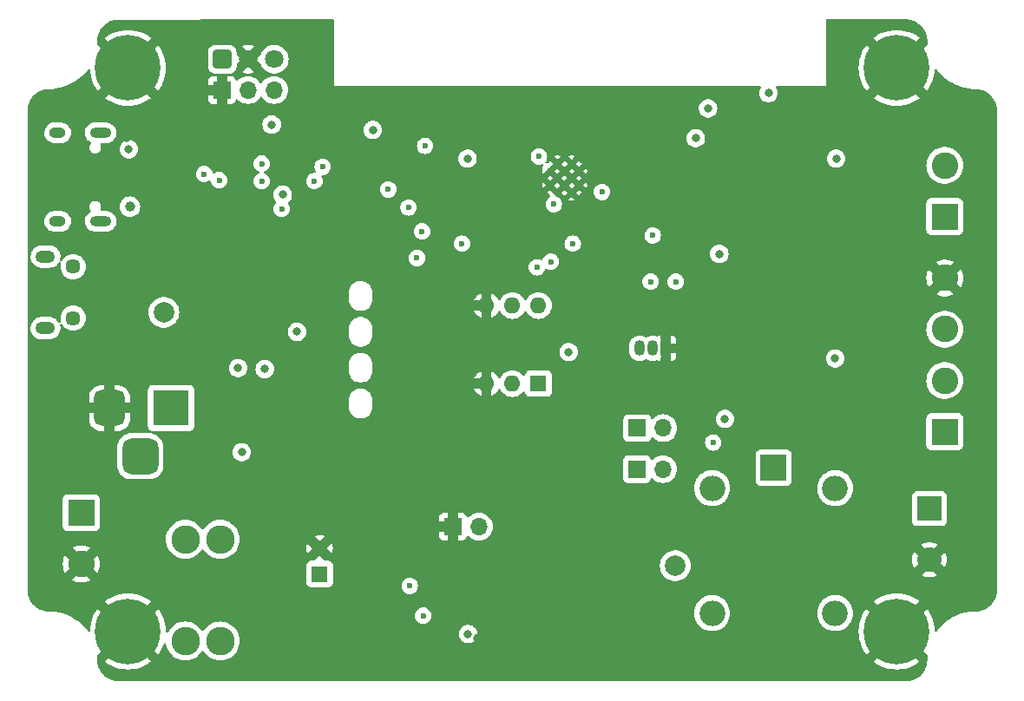
<source format=gbr>
G04 #@! TF.GenerationSoftware,KiCad,Pcbnew,(7.0.0)*
G04 #@! TF.CreationDate,2023-03-27T00:55:10+02:00*
G04 #@! TF.ProjectId,LuminX WLED,4c756d69-6e58-4205-974c-45442e6b6963,1.0*
G04 #@! TF.SameCoordinates,Original*
G04 #@! TF.FileFunction,Copper,L2,Inr*
G04 #@! TF.FilePolarity,Positive*
%FSLAX46Y46*%
G04 Gerber Fmt 4.6, Leading zero omitted, Abs format (unit mm)*
G04 Created by KiCad (PCBNEW (7.0.0)) date 2023-03-27 00:55:10*
%MOMM*%
%LPD*%
G01*
G04 APERTURE LIST*
G04 Aperture macros list*
%AMRoundRect*
0 Rectangle with rounded corners*
0 $1 Rounding radius*
0 $2 $3 $4 $5 $6 $7 $8 $9 X,Y pos of 4 corners*
0 Add a 4 corners polygon primitive as box body*
4,1,4,$2,$3,$4,$5,$6,$7,$8,$9,$2,$3,0*
0 Add four circle primitives for the rounded corners*
1,1,$1+$1,$2,$3*
1,1,$1+$1,$4,$5*
1,1,$1+$1,$6,$7*
1,1,$1+$1,$8,$9*
0 Add four rect primitives between the rounded corners*
20,1,$1+$1,$2,$3,$4,$5,0*
20,1,$1+$1,$4,$5,$6,$7,0*
20,1,$1+$1,$6,$7,$8,$9,0*
20,1,$1+$1,$8,$9,$2,$3,0*%
G04 Aperture macros list end*
G04 #@! TA.AperFunction,ComponentPad*
%ADD10R,2.500000X2.500000*%
G04 #@! TD*
G04 #@! TA.AperFunction,ComponentPad*
%ADD11O,2.500000X2.500000*%
G04 #@! TD*
G04 #@! TA.AperFunction,ComponentPad*
%ADD12R,1.700000X1.700000*%
G04 #@! TD*
G04 #@! TA.AperFunction,ComponentPad*
%ADD13O,1.700000X1.700000*%
G04 #@! TD*
G04 #@! TA.AperFunction,ComponentPad*
%ADD14C,0.800000*%
G04 #@! TD*
G04 #@! TA.AperFunction,ComponentPad*
%ADD15C,6.400000*%
G04 #@! TD*
G04 #@! TA.AperFunction,ComponentPad*
%ADD16R,2.400000X2.400000*%
G04 #@! TD*
G04 #@! TA.AperFunction,ComponentPad*
%ADD17C,2.400000*%
G04 #@! TD*
G04 #@! TA.AperFunction,ComponentPad*
%ADD18O,2.100000X1.000000*%
G04 #@! TD*
G04 #@! TA.AperFunction,ComponentPad*
%ADD19O,1.600000X1.000000*%
G04 #@! TD*
G04 #@! TA.AperFunction,ComponentPad*
%ADD20C,2.780000*%
G04 #@! TD*
G04 #@! TA.AperFunction,ComponentPad*
%ADD21R,2.600000X2.600000*%
G04 #@! TD*
G04 #@! TA.AperFunction,ComponentPad*
%ADD22C,2.600000*%
G04 #@! TD*
G04 #@! TA.AperFunction,ComponentPad*
%ADD23R,3.500000X3.500000*%
G04 #@! TD*
G04 #@! TA.AperFunction,ComponentPad*
%ADD24RoundRect,0.750000X-0.750000X-1.000000X0.750000X-1.000000X0.750000X1.000000X-0.750000X1.000000X0*%
G04 #@! TD*
G04 #@! TA.AperFunction,ComponentPad*
%ADD25RoundRect,0.875000X-0.875000X-0.875000X0.875000X-0.875000X0.875000X0.875000X-0.875000X0.875000X0*%
G04 #@! TD*
G04 #@! TA.AperFunction,ComponentPad*
%ADD26R,1.600000X1.600000*%
G04 #@! TD*
G04 #@! TA.AperFunction,ComponentPad*
%ADD27C,1.600000*%
G04 #@! TD*
G04 #@! TA.AperFunction,ComponentPad*
%ADD28O,1.900000X1.200000*%
G04 #@! TD*
G04 #@! TA.AperFunction,ComponentPad*
%ADD29C,1.450000*%
G04 #@! TD*
G04 #@! TA.AperFunction,HeatsinkPad*
%ADD30C,0.600000*%
G04 #@! TD*
G04 #@! TA.AperFunction,ComponentPad*
%ADD31R,1.050000X1.500000*%
G04 #@! TD*
G04 #@! TA.AperFunction,ComponentPad*
%ADD32O,1.050000X1.500000*%
G04 #@! TD*
G04 #@! TA.AperFunction,ComponentPad*
%ADD33RoundRect,0.250200X-0.649800X-0.649800X0.649800X-0.649800X0.649800X0.649800X-0.649800X0.649800X0*%
G04 #@! TD*
G04 #@! TA.AperFunction,ComponentPad*
%ADD34C,1.800000*%
G04 #@! TD*
G04 #@! TA.AperFunction,ComponentPad*
%ADD35O,1.600000X1.600000*%
G04 #@! TD*
G04 #@! TA.AperFunction,ViaPad*
%ADD36C,0.600000*%
G04 #@! TD*
G04 #@! TA.AperFunction,ViaPad*
%ADD37C,0.800000*%
G04 #@! TD*
G04 #@! TA.AperFunction,ViaPad*
%ADD38C,2.000000*%
G04 #@! TD*
G04 #@! TA.AperFunction,ViaPad*
%ADD39C,1.000000*%
G04 #@! TD*
G04 APERTURE END LIST*
D10*
X165799998Y-114349999D03*
D11*
X159799998Y-116349999D03*
X159799998Y-128549999D03*
X171799998Y-128549999D03*
X171799998Y-116349999D03*
D12*
X111974999Y-77499999D03*
D13*
X114514999Y-77499999D03*
X117054999Y-77499999D03*
D14*
X175399999Y-130350000D03*
X176102943Y-128652944D03*
X176102943Y-132047056D03*
X177799999Y-127950000D03*
D15*
X177799999Y-130350000D03*
D14*
X177799999Y-132750000D03*
X179497055Y-128652944D03*
X179497055Y-132047056D03*
X180199999Y-130350000D03*
D12*
X134499999Y-120099999D03*
D13*
X137039999Y-120099999D03*
D16*
X180999999Y-118349999D03*
D17*
X181000000Y-123350000D03*
D18*
X100129999Y-81679999D03*
D19*
X95949999Y-81679999D03*
D18*
X100129999Y-90319999D03*
D19*
X95949999Y-90319999D03*
D20*
X111799999Y-121350000D03*
X108399999Y-121350000D03*
X111799999Y-131270000D03*
X108399999Y-131270000D03*
D14*
X100399999Y-75350000D03*
X101102943Y-73652944D03*
X101102943Y-77047056D03*
X102799999Y-72950000D03*
D15*
X102799999Y-75350000D03*
D14*
X102799999Y-77750000D03*
X104497055Y-73652944D03*
X104497055Y-77047056D03*
X105199999Y-75350000D03*
D21*
X182499999Y-110849999D03*
D22*
X182500000Y-105850000D03*
X182500000Y-100850000D03*
X182500000Y-95850000D03*
D23*
X106999999Y-108542499D03*
D24*
X101000000Y-108542500D03*
D25*
X104000000Y-113242500D03*
D12*
X152499999Y-110499999D03*
D13*
X155039999Y-110499999D03*
D21*
X98249999Y-118749999D03*
D22*
X98250000Y-123750000D03*
D26*
X121499998Y-124732379D03*
D27*
X121499999Y-122232380D03*
D28*
X94762499Y-93749999D03*
D29*
X97462500Y-94750000D03*
X97462500Y-99750000D03*
D28*
X94762499Y-100749999D03*
D14*
X100399999Y-130350000D03*
X101102943Y-128652944D03*
X101102943Y-132047056D03*
X102799999Y-127950000D03*
D15*
X102799999Y-130350000D03*
D14*
X102799999Y-132750000D03*
X104497055Y-128652944D03*
X104497055Y-132047056D03*
X105199999Y-130350000D03*
D30*
X144000000Y-85400000D03*
X144000000Y-86800000D03*
X144700000Y-84700000D03*
X144700000Y-86100000D03*
X144700000Y-87500000D03*
X145375000Y-85400000D03*
X145375000Y-86800000D03*
X146100000Y-84700000D03*
X146100000Y-86100000D03*
X146100000Y-87500000D03*
X146800000Y-85400000D03*
X146800000Y-86800000D03*
D14*
X175399999Y-75350000D03*
X176102943Y-73652944D03*
X176102943Y-77047056D03*
X177799999Y-72950000D03*
D15*
X177799999Y-75350000D03*
D14*
X177799999Y-77750000D03*
X179497055Y-73652944D03*
X179497055Y-77047056D03*
X180199999Y-75350000D03*
D21*
X182499999Y-89849999D03*
D22*
X182500000Y-84850000D03*
D12*
X152459999Y-114499999D03*
D13*
X154999999Y-114499999D03*
D31*
X155269999Y-102709999D03*
D32*
X153999999Y-102709999D03*
X152729999Y-102709999D03*
D33*
X112000000Y-74500000D03*
D34*
X114540000Y-74500000D03*
X117080000Y-74500000D03*
D26*
X142849998Y-106149999D03*
D35*
X140309998Y-106149999D03*
X137769998Y-106149999D03*
X137769998Y-98529999D03*
X140309998Y-98529999D03*
X142849998Y-98529999D03*
D36*
X131800000Y-82950000D03*
X128200000Y-87200000D03*
X131000000Y-93900000D03*
D37*
X117900000Y-87725000D03*
X116825000Y-80875000D03*
X160500000Y-93500000D03*
X159400000Y-79300000D03*
X145800000Y-103075000D03*
X171800000Y-103700000D03*
X158200000Y-82200000D03*
X126700000Y-81400000D03*
X116150000Y-104737500D03*
X135937500Y-84199502D03*
X119299999Y-101100000D03*
X165300000Y-77800000D03*
X113550000Y-104637500D03*
D38*
X115250000Y-130500000D03*
D37*
X153350000Y-78350000D03*
X112084620Y-109540381D03*
D36*
X167900000Y-103700000D03*
X175199999Y-101050000D03*
X115200000Y-99600000D03*
X160299999Y-106100000D03*
D39*
X129100000Y-133400000D03*
D36*
X175199999Y-108550000D03*
X142900000Y-78400000D03*
D37*
X102700000Y-82200000D03*
D36*
X166800000Y-80100000D03*
D37*
X141200000Y-94800000D03*
D36*
X114000000Y-87200000D03*
X108203266Y-85815266D03*
X106500000Y-83700000D03*
X124400000Y-78400000D03*
X132400000Y-78400000D03*
D37*
X128299999Y-106350000D03*
D36*
X114900000Y-80900000D03*
X117690734Y-91709266D03*
X175199999Y-92450000D03*
X171800000Y-82600000D03*
D37*
X102700000Y-90900000D03*
X163450500Y-90000000D03*
D36*
X145800000Y-99300000D03*
D39*
X129200000Y-127000000D03*
D38*
X101700000Y-102200000D03*
D36*
X106600000Y-88200000D03*
D37*
X128425000Y-103225001D03*
X114871374Y-109427265D03*
D36*
X134100000Y-84099502D03*
D37*
X129400000Y-84000000D03*
X118600000Y-107000000D03*
D36*
X175299999Y-84850000D03*
D39*
X137000000Y-131000000D03*
D38*
X106300000Y-99200000D03*
D37*
X113899999Y-112850000D03*
X171900000Y-84200000D03*
D38*
X156200000Y-123925000D03*
D37*
X161049999Y-109600000D03*
D36*
X117800000Y-89100000D03*
X111700000Y-86300000D03*
X159900000Y-111900000D03*
X146200000Y-92500000D03*
X135400000Y-92500000D03*
X142900000Y-84000000D03*
X154000000Y-91700000D03*
X144050000Y-94250000D03*
X142700000Y-94800000D03*
X115850500Y-86400000D03*
X121000000Y-86400000D03*
X149050000Y-87450000D03*
X115850500Y-84700000D03*
X121800000Y-85000000D03*
X144350000Y-88650000D03*
D39*
X103000000Y-88900000D03*
D36*
X110243626Y-85699999D03*
D37*
X102886043Y-83286043D03*
D36*
X131500000Y-91300000D03*
X130177510Y-88966458D03*
X131600000Y-128800000D03*
X130300000Y-125900000D03*
D37*
X135980633Y-130587937D03*
D36*
X156250000Y-96200000D03*
X153800000Y-96200000D03*
G04 #@! TA.AperFunction,Conductor*
G36*
X122838000Y-70617113D02*
G01*
X122883387Y-70662500D01*
X122900000Y-70724500D01*
X122900000Y-77080000D01*
X164461376Y-77080000D01*
X164526164Y-77098272D01*
X164571859Y-77147702D01*
X164584994Y-77213724D01*
X164565476Y-77266635D01*
X164567467Y-77267784D01*
X164476069Y-77426089D01*
X164476066Y-77426094D01*
X164472821Y-77431716D01*
X164470815Y-77437888D01*
X164470813Y-77437894D01*
X164416333Y-77605564D01*
X164416331Y-77605573D01*
X164414326Y-77611744D01*
X164413648Y-77618194D01*
X164413646Y-77618204D01*
X164400779Y-77740634D01*
X164394540Y-77800000D01*
X164395219Y-77806460D01*
X164413646Y-77981795D01*
X164413647Y-77981803D01*
X164414326Y-77988256D01*
X164416331Y-77994428D01*
X164416333Y-77994435D01*
X164470813Y-78162105D01*
X164472821Y-78168284D01*
X164476068Y-78173908D01*
X164476069Y-78173910D01*
X164553524Y-78308067D01*
X164567467Y-78332216D01*
X164571811Y-78337041D01*
X164571813Y-78337043D01*
X164662268Y-78437503D01*
X164694129Y-78472888D01*
X164847270Y-78584151D01*
X165020197Y-78661144D01*
X165205354Y-78700500D01*
X165388143Y-78700500D01*
X165394646Y-78700500D01*
X165579803Y-78661144D01*
X165752730Y-78584151D01*
X165905871Y-78472888D01*
X166032533Y-78332216D01*
X166052979Y-78296802D01*
X175565661Y-78296802D01*
X175573549Y-78308067D01*
X175619690Y-78345431D01*
X175624930Y-78349238D01*
X175944732Y-78556920D01*
X175950353Y-78560166D01*
X176290115Y-78733283D01*
X176296039Y-78735920D01*
X176652043Y-78872578D01*
X176658196Y-78874577D01*
X177026536Y-78973273D01*
X177032878Y-78974621D01*
X177409507Y-79034273D01*
X177415950Y-79034950D01*
X177796755Y-79054908D01*
X177803243Y-79054908D01*
X178184047Y-79034950D01*
X178190490Y-79034273D01*
X178567119Y-78974621D01*
X178573461Y-78973273D01*
X178941801Y-78874577D01*
X178947954Y-78872578D01*
X179303958Y-78735920D01*
X179309882Y-78733283D01*
X179649644Y-78560166D01*
X179655265Y-78556920D01*
X179975060Y-78349242D01*
X179980314Y-78345425D01*
X180026448Y-78308067D01*
X180034335Y-78296803D01*
X180027669Y-78284777D01*
X177811541Y-76068649D01*
X177799999Y-76061985D01*
X177788456Y-76068649D01*
X175572327Y-78284777D01*
X175565661Y-78296802D01*
X166052979Y-78296802D01*
X166127179Y-78168284D01*
X166185674Y-77988256D01*
X166205460Y-77800000D01*
X166185674Y-77611744D01*
X166127179Y-77431716D01*
X166032533Y-77267784D01*
X166034523Y-77266635D01*
X166015006Y-77213724D01*
X166028141Y-77147702D01*
X166073836Y-77098272D01*
X166138624Y-77080000D01*
X170883674Y-77080000D01*
X170900000Y-77080000D01*
X170900000Y-75353244D01*
X174095091Y-75353244D01*
X174115048Y-75734048D01*
X174115725Y-75740491D01*
X174175377Y-76117120D01*
X174176725Y-76123462D01*
X174275421Y-76491802D01*
X174277420Y-76497955D01*
X174414078Y-76853959D01*
X174416715Y-76859883D01*
X174589832Y-77199645D01*
X174593078Y-77205266D01*
X174800760Y-77525068D01*
X174804567Y-77530308D01*
X174841930Y-77576448D01*
X174853195Y-77584336D01*
X174865220Y-77577670D01*
X177081349Y-75361542D01*
X177088013Y-75350000D01*
X177081349Y-75338457D01*
X174865221Y-73122329D01*
X174853194Y-73115662D01*
X174841930Y-73123549D01*
X174804578Y-73169677D01*
X174800753Y-73174942D01*
X174593078Y-73494733D01*
X174589832Y-73500354D01*
X174416715Y-73840116D01*
X174414078Y-73846040D01*
X174277420Y-74202044D01*
X174275421Y-74208197D01*
X174176725Y-74576537D01*
X174175377Y-74582879D01*
X174115725Y-74959508D01*
X174115048Y-74965951D01*
X174095091Y-75346756D01*
X174095091Y-75353244D01*
X170900000Y-75353244D01*
X170900000Y-72403195D01*
X175565661Y-72403195D01*
X175572328Y-72415222D01*
X177788456Y-74631350D01*
X177799999Y-74638014D01*
X177811541Y-74631350D01*
X180027669Y-72415221D01*
X180034335Y-72403196D01*
X180026447Y-72391931D01*
X179980307Y-72354568D01*
X179975067Y-72350761D01*
X179655265Y-72143079D01*
X179649644Y-72139833D01*
X179309882Y-71966716D01*
X179303958Y-71964079D01*
X178947954Y-71827421D01*
X178941801Y-71825422D01*
X178573461Y-71726726D01*
X178567119Y-71725378D01*
X178190490Y-71665726D01*
X178184047Y-71665049D01*
X177803243Y-71645092D01*
X177796755Y-71645092D01*
X177415950Y-71665049D01*
X177409507Y-71665726D01*
X177032878Y-71725378D01*
X177026536Y-71726726D01*
X176658196Y-71825422D01*
X176652043Y-71827421D01*
X176296039Y-71964079D01*
X176290115Y-71966716D01*
X175950353Y-72139833D01*
X175944732Y-72143079D01*
X175624941Y-72350754D01*
X175619676Y-72354579D01*
X175573548Y-72391931D01*
X175565661Y-72403195D01*
X170900000Y-72403195D01*
X170900000Y-70724500D01*
X170916613Y-70662500D01*
X170962000Y-70617113D01*
X171024000Y-70600500D01*
X178691464Y-70600500D01*
X178693578Y-70600518D01*
X178697962Y-70600596D01*
X178702304Y-70600751D01*
X178710812Y-70601206D01*
X178712058Y-70601280D01*
X178785885Y-70606120D01*
X178786209Y-70606143D01*
X178925367Y-70616075D01*
X178929745Y-70616466D01*
X178994224Y-70623391D01*
X179002983Y-70624651D01*
X179026393Y-70628874D01*
X179028457Y-70629264D01*
X179109347Y-70645354D01*
X179111138Y-70645728D01*
X179219699Y-70669344D01*
X179223995Y-70670359D01*
X179277986Y-70684138D01*
X179287145Y-70686857D01*
X179391554Y-70722298D01*
X179394869Y-70723479D01*
X179503374Y-70763947D01*
X179507478Y-70765562D01*
X179512792Y-70767763D01*
X179545611Y-70781356D01*
X179552939Y-70784675D01*
X179656923Y-70835951D01*
X179661392Y-70838273D01*
X179770696Y-70897954D01*
X179774538Y-70900142D01*
X179796549Y-70913200D01*
X179802156Y-70916731D01*
X179881603Y-70969812D01*
X179903066Y-70984152D01*
X179908484Y-70987986D01*
X180016227Y-71068633D01*
X180019717Y-71071344D01*
X180025717Y-71076178D01*
X180029676Y-71079506D01*
X180126327Y-71164258D01*
X180132249Y-71169804D01*
X180230128Y-71267672D01*
X180235675Y-71273593D01*
X180320450Y-71370248D01*
X180323766Y-71374192D01*
X180328590Y-71380177D01*
X180331294Y-71383657D01*
X180411976Y-71491420D01*
X180415798Y-71496820D01*
X180483228Y-71597718D01*
X180486768Y-71603335D01*
X180499833Y-71625351D01*
X180502023Y-71629197D01*
X180561686Y-71738439D01*
X180564066Y-71743020D01*
X180615299Y-71846885D01*
X180618649Y-71854278D01*
X180634448Y-71892411D01*
X180636069Y-71896528D01*
X180676507Y-72004914D01*
X180677744Y-72008388D01*
X180713166Y-72112700D01*
X180715895Y-72121890D01*
X180729682Y-72175878D01*
X180730693Y-72180155D01*
X180741765Y-72231020D01*
X180754282Y-72288532D01*
X180754732Y-72290695D01*
X180770826Y-72371550D01*
X180771239Y-72373726D01*
X180775419Y-72396879D01*
X180776680Y-72405638D01*
X180783609Y-72470002D01*
X180784004Y-72474412D01*
X180793563Y-72607823D01*
X180793613Y-72608558D01*
X180799412Y-72696852D01*
X180799679Y-72704961D01*
X180799707Y-72902230D01*
X180799707Y-72902244D01*
X180799708Y-72904926D01*
X180799942Y-72907607D01*
X180799943Y-72907608D01*
X180807837Y-72997703D01*
X180802895Y-73044769D01*
X180780681Y-73086555D01*
X180744430Y-73116977D01*
X180734776Y-73122328D01*
X178518648Y-75338457D01*
X178511984Y-75350000D01*
X178518648Y-75361542D01*
X180734776Y-77577670D01*
X180746802Y-77584336D01*
X180758066Y-77576449D01*
X180795424Y-77530315D01*
X180799241Y-77525061D01*
X181006919Y-77205266D01*
X181010165Y-77199645D01*
X181183282Y-76859883D01*
X181185919Y-76853959D01*
X181322577Y-76497955D01*
X181324576Y-76491802D01*
X181423272Y-76123462D01*
X181424620Y-76117120D01*
X181484272Y-75740491D01*
X181484949Y-75734048D01*
X181494094Y-75559560D01*
X181512083Y-75501446D01*
X181555548Y-75458881D01*
X181614027Y-75442111D01*
X181673443Y-75455173D01*
X181719496Y-75494923D01*
X181766126Y-75561513D01*
X181766138Y-75561529D01*
X181767681Y-75563732D01*
X182031510Y-75878143D01*
X182321734Y-76168368D01*
X182636143Y-76432200D01*
X182638354Y-76433748D01*
X182638355Y-76433749D01*
X182874174Y-76598885D01*
X182972346Y-76667631D01*
X183327786Y-76872870D01*
X183330229Y-76874009D01*
X183330234Y-76874012D01*
X183429264Y-76920198D01*
X183699758Y-77046355D01*
X184085432Y-77186768D01*
X184481875Y-77293040D01*
X184886070Y-77364361D01*
X185294942Y-77400191D01*
X185496120Y-77400220D01*
X185504203Y-77400486D01*
X185587296Y-77405946D01*
X185725405Y-77415815D01*
X185729741Y-77416203D01*
X185794255Y-77423137D01*
X185802996Y-77424394D01*
X185825370Y-77428433D01*
X185827412Y-77428820D01*
X185910421Y-77445343D01*
X185912371Y-77445749D01*
X186019753Y-77469123D01*
X186024017Y-77470131D01*
X186077760Y-77483855D01*
X186086916Y-77486575D01*
X186192219Y-77522333D01*
X186195612Y-77523542D01*
X186303436Y-77563771D01*
X186307482Y-77565363D01*
X186345331Y-77581045D01*
X186352718Y-77584393D01*
X186457323Y-77635989D01*
X186461905Y-77638369D01*
X186570760Y-77697819D01*
X186574558Y-77699982D01*
X186596253Y-77712856D01*
X186601859Y-77716389D01*
X186703415Y-77784255D01*
X186708829Y-77788086D01*
X186816301Y-77868546D01*
X186819720Y-77871202D01*
X186825388Y-77875770D01*
X186829293Y-77879055D01*
X186925765Y-77963663D01*
X186926576Y-77964374D01*
X186932498Y-77969921D01*
X187029931Y-78067358D01*
X187035466Y-78073268D01*
X187105016Y-78152574D01*
X187120773Y-78170542D01*
X187124093Y-78174491D01*
X187128598Y-78180081D01*
X187131315Y-78183578D01*
X187211740Y-78291009D01*
X187215575Y-78296428D01*
X187283457Y-78398016D01*
X187286995Y-78403631D01*
X187299834Y-78425268D01*
X187302021Y-78429108D01*
X187361466Y-78537962D01*
X187363833Y-78542522D01*
X187415433Y-78647143D01*
X187418782Y-78654532D01*
X187434445Y-78692339D01*
X187436066Y-78696458D01*
X187476273Y-78804236D01*
X187477510Y-78807709D01*
X187513235Y-78912924D01*
X187515964Y-78922114D01*
X187529677Y-78975818D01*
X187530696Y-78980126D01*
X187554026Y-79087322D01*
X187554477Y-79089489D01*
X187571058Y-79172804D01*
X187571470Y-79174973D01*
X187575422Y-79196860D01*
X187576683Y-79205625D01*
X187583609Y-79269978D01*
X187584004Y-79274386D01*
X187593304Y-79404196D01*
X187593354Y-79404931D01*
X187599134Y-79492941D01*
X187599222Y-79494402D01*
X187599390Y-79497523D01*
X187599549Y-79501969D01*
X187599628Y-79506382D01*
X187599648Y-79508601D01*
X187599648Y-126291053D01*
X187599628Y-126293295D01*
X187599547Y-126297774D01*
X187599389Y-126302181D01*
X187598906Y-126311176D01*
X187598818Y-126312637D01*
X187594332Y-126381079D01*
X187594281Y-126381833D01*
X187583993Y-126525381D01*
X187583598Y-126529785D01*
X187576680Y-126594070D01*
X187575422Y-126602815D01*
X187573591Y-126612961D01*
X187570341Y-126630973D01*
X187569930Y-126633138D01*
X187555881Y-126703776D01*
X187555430Y-126705943D01*
X187530724Y-126819529D01*
X187529706Y-126823837D01*
X187515626Y-126879007D01*
X187512898Y-126888199D01*
X187478917Y-126988314D01*
X187477680Y-126991787D01*
X187436126Y-127103213D01*
X187434505Y-127107334D01*
X187418169Y-127146776D01*
X187414821Y-127154165D01*
X187365264Y-127254670D01*
X187362884Y-127259254D01*
X187302138Y-127370514D01*
X187299946Y-127374363D01*
X187285952Y-127397950D01*
X187282416Y-127403563D01*
X187217018Y-127501452D01*
X187213184Y-127506871D01*
X187131452Y-127616069D01*
X187128731Y-127619571D01*
X187122460Y-127627353D01*
X187119142Y-127631301D01*
X187036871Y-127725126D01*
X187031326Y-127731047D01*
X186931398Y-127830992D01*
X186925476Y-127836539D01*
X186831662Y-127918827D01*
X186827715Y-127922147D01*
X186819923Y-127928428D01*
X186816422Y-127931147D01*
X186707280Y-128012865D01*
X186701863Y-128016700D01*
X186603931Y-128082151D01*
X186598313Y-128085692D01*
X186574763Y-128099668D01*
X186570917Y-128101858D01*
X186459635Y-128162638D01*
X186455053Y-128165018D01*
X186354589Y-128214575D01*
X186347204Y-128217922D01*
X186307747Y-128234273D01*
X186303623Y-128235897D01*
X186192163Y-128277484D01*
X186188689Y-128278721D01*
X186088629Y-128312701D01*
X186079438Y-128315431D01*
X186024280Y-128329517D01*
X186019973Y-128330535D01*
X185906373Y-128355264D01*
X185904205Y-128355716D01*
X185833785Y-128369733D01*
X185831616Y-128370145D01*
X185803261Y-128375266D01*
X185794497Y-128376527D01*
X185730159Y-128383454D01*
X185725750Y-128383850D01*
X185576445Y-128394552D01*
X185575710Y-128394602D01*
X185504815Y-128399260D01*
X185496702Y-128399527D01*
X185297916Y-128399553D01*
X185297901Y-128399553D01*
X185295221Y-128399554D01*
X185292539Y-128399788D01*
X185292538Y-128399789D01*
X184889030Y-128435141D01*
X184889010Y-128435143D01*
X184886346Y-128435377D01*
X184883698Y-128435844D01*
X184883692Y-128435845D01*
X184484808Y-128506223D01*
X184484789Y-128506227D01*
X184482149Y-128506693D01*
X184479547Y-128507390D01*
X184479540Y-128507392D01*
X184088319Y-128612258D01*
X184088296Y-128612264D01*
X184085704Y-128612960D01*
X184083176Y-128613880D01*
X184083158Y-128613886D01*
X183702558Y-128752446D01*
X183702553Y-128752447D01*
X183700026Y-128753368D01*
X183697594Y-128754501D01*
X183697580Y-128754508D01*
X183330504Y-128925705D01*
X183330486Y-128925714D01*
X183328051Y-128926850D01*
X183325724Y-128928193D01*
X183325706Y-128928203D01*
X182974949Y-129130735D01*
X182974934Y-129130744D01*
X182972609Y-129132087D01*
X182970422Y-129133618D01*
X182970396Y-129133635D01*
X182638631Y-129365954D01*
X182636402Y-129367515D01*
X182634332Y-129369251D01*
X182634315Y-129369265D01*
X182324062Y-129629606D01*
X182324044Y-129629621D01*
X182321990Y-129631346D01*
X182320093Y-129633242D01*
X182320082Y-129633253D01*
X182033683Y-129919650D01*
X182033671Y-129919662D01*
X182031764Y-129921570D01*
X182030028Y-129923637D01*
X182030014Y-129923654D01*
X181769677Y-130233901D01*
X181767932Y-130235981D01*
X181758674Y-130249202D01*
X181724375Y-130298182D01*
X181678321Y-130337931D01*
X181618905Y-130350993D01*
X181560426Y-130334223D01*
X181516962Y-130291658D01*
X181498973Y-130233543D01*
X181484949Y-129965952D01*
X181484272Y-129959508D01*
X181424620Y-129582879D01*
X181423272Y-129576537D01*
X181324576Y-129208197D01*
X181322577Y-129202044D01*
X181185919Y-128846040D01*
X181183282Y-128840116D01*
X181010165Y-128500354D01*
X181006919Y-128494733D01*
X180799237Y-128174931D01*
X180795430Y-128169691D01*
X180758066Y-128123550D01*
X180746801Y-128115662D01*
X180734776Y-128122328D01*
X178518648Y-130338457D01*
X178511984Y-130350000D01*
X178518648Y-130361542D01*
X180734775Y-132577669D01*
X180752994Y-132587768D01*
X180789247Y-132618189D01*
X180811463Y-132659977D01*
X180816405Y-132707044D01*
X180802427Y-132866578D01*
X180799955Y-132894794D01*
X180799954Y-132897473D01*
X180799954Y-132897488D01*
X180799927Y-133095951D01*
X180799660Y-133104067D01*
X180794535Y-133182034D01*
X180794484Y-133182780D01*
X180784247Y-133325384D01*
X180783851Y-133329790D01*
X180776923Y-133394084D01*
X180775663Y-133402837D01*
X180770776Y-133429897D01*
X180770364Y-133432068D01*
X180755858Y-133504939D01*
X180755407Y-133507105D01*
X180730922Y-133619585D01*
X180729903Y-133623892D01*
X180715890Y-133678764D01*
X180713160Y-133687955D01*
X180678859Y-133788962D01*
X180677623Y-133792434D01*
X180636280Y-133903246D01*
X180634658Y-133907366D01*
X180618445Y-133946496D01*
X180615097Y-133953883D01*
X180565170Y-134055106D01*
X180562790Y-134059688D01*
X180502248Y-134170546D01*
X180500056Y-134174394D01*
X180486287Y-134197596D01*
X180482751Y-134203209D01*
X180416882Y-134301781D01*
X180413047Y-134307199D01*
X180331546Y-134416065D01*
X180328831Y-134419560D01*
X180322865Y-134426963D01*
X180319542Y-134430915D01*
X180236728Y-134525344D01*
X180231183Y-134531264D01*
X180131689Y-134630760D01*
X180125768Y-134636306D01*
X180031330Y-134719130D01*
X180027379Y-134722452D01*
X180019985Y-134728411D01*
X180016489Y-134731127D01*
X179907632Y-134812623D01*
X179902215Y-134816457D01*
X179803639Y-134882332D01*
X179798023Y-134885871D01*
X179774822Y-134899639D01*
X179770977Y-134901829D01*
X179660121Y-134962373D01*
X179655538Y-134964753D01*
X179554306Y-135014686D01*
X179546919Y-135018035D01*
X179507771Y-135034256D01*
X179503652Y-135035877D01*
X179392877Y-135077209D01*
X179389403Y-135078446D01*
X179288385Y-135112751D01*
X179279197Y-135115480D01*
X179224308Y-135129499D01*
X179219999Y-135130518D01*
X179107548Y-135154998D01*
X179105382Y-135155450D01*
X179032671Y-135169925D01*
X179030500Y-135170337D01*
X179003270Y-135175255D01*
X178994510Y-135176516D01*
X178930152Y-135183448D01*
X178925742Y-135183843D01*
X178780094Y-135194287D01*
X178779358Y-135194338D01*
X178715230Y-135198553D01*
X178713756Y-135198641D01*
X178702636Y-135199239D01*
X178698221Y-135199398D01*
X178695957Y-135199438D01*
X178693642Y-135199480D01*
X178691446Y-135199500D01*
X101909046Y-135199500D01*
X101906855Y-135199480D01*
X101904661Y-135199441D01*
X101902381Y-135199400D01*
X101897975Y-135199242D01*
X101888997Y-135198760D01*
X101887537Y-135198673D01*
X101818925Y-135194177D01*
X101818172Y-135194125D01*
X101674766Y-135183851D01*
X101670361Y-135183456D01*
X101606076Y-135176539D01*
X101597323Y-135175280D01*
X101569220Y-135170209D01*
X101567051Y-135169798D01*
X101496336Y-135155734D01*
X101494171Y-135155283D01*
X101380622Y-135130587D01*
X101376316Y-135129570D01*
X101321129Y-135115488D01*
X101311946Y-135112762D01*
X101211875Y-135078798D01*
X101208401Y-135077561D01*
X101096935Y-135035993D01*
X101092815Y-135034372D01*
X101053349Y-135018027D01*
X101045958Y-135014679D01*
X100945478Y-134965134D01*
X100940896Y-134962755D01*
X100860713Y-134918978D01*
X100829595Y-134901989D01*
X100825758Y-134899804D01*
X100802209Y-134885833D01*
X100796594Y-134882295D01*
X100698667Y-134816871D01*
X100693248Y-134813038D01*
X100584064Y-134731317D01*
X100580564Y-134728598D01*
X100572773Y-134722320D01*
X100568825Y-134719001D01*
X100475018Y-134636748D01*
X100469096Y-134631202D01*
X100468654Y-134630760D01*
X100369121Y-134531244D01*
X100363603Y-134525354D01*
X100281317Y-134431541D01*
X100278000Y-134427597D01*
X100275279Y-134424221D01*
X100271690Y-134419769D01*
X100269010Y-134416320D01*
X100187261Y-134307137D01*
X100183427Y-134301720D01*
X100117976Y-134203786D01*
X100114437Y-134198170D01*
X100100455Y-134174611D01*
X100098278Y-134170787D01*
X100037493Y-134059493D01*
X100035124Y-134054933D01*
X100023427Y-134031221D01*
X99985554Y-133954443D01*
X99982213Y-133947071D01*
X99965852Y-133907584D01*
X99964239Y-133903486D01*
X99964149Y-133903246D01*
X99922656Y-133792035D01*
X99921424Y-133788577D01*
X99887434Y-133688484D01*
X99884704Y-133679292D01*
X99884569Y-133678764D01*
X99870614Y-133624114D01*
X99869596Y-133619807D01*
X99869548Y-133619585D01*
X99844859Y-133506159D01*
X99844418Y-133504039D01*
X99830412Y-133433671D01*
X99830010Y-133431552D01*
X99824876Y-133403116D01*
X99823615Y-133394357D01*
X99823586Y-133394084D01*
X99816682Y-133329945D01*
X99816294Y-133325620D01*
X99814229Y-133296802D01*
X100565661Y-133296802D01*
X100573549Y-133308067D01*
X100619690Y-133345431D01*
X100624930Y-133349238D01*
X100944732Y-133556920D01*
X100950353Y-133560166D01*
X101290115Y-133733283D01*
X101296039Y-133735920D01*
X101652043Y-133872578D01*
X101658196Y-133874577D01*
X102026536Y-133973273D01*
X102032878Y-133974621D01*
X102409507Y-134034273D01*
X102415950Y-134034950D01*
X102796755Y-134054908D01*
X102803243Y-134054908D01*
X103184047Y-134034950D01*
X103190490Y-134034273D01*
X103567119Y-133974621D01*
X103573461Y-133973273D01*
X103941801Y-133874577D01*
X103947954Y-133872578D01*
X104303958Y-133735920D01*
X104309882Y-133733283D01*
X104649644Y-133560166D01*
X104655265Y-133556920D01*
X104975060Y-133349242D01*
X104980314Y-133345425D01*
X105026448Y-133308067D01*
X105034335Y-133296803D01*
X105034334Y-133296802D01*
X175565661Y-133296802D01*
X175573549Y-133308067D01*
X175619690Y-133345431D01*
X175624930Y-133349238D01*
X175944732Y-133556920D01*
X175950353Y-133560166D01*
X176290115Y-133733283D01*
X176296039Y-133735920D01*
X176652043Y-133872578D01*
X176658196Y-133874577D01*
X177026536Y-133973273D01*
X177032878Y-133974621D01*
X177409507Y-134034273D01*
X177415950Y-134034950D01*
X177796755Y-134054908D01*
X177803243Y-134054908D01*
X178184047Y-134034950D01*
X178190490Y-134034273D01*
X178567119Y-133974621D01*
X178573461Y-133973273D01*
X178941801Y-133874577D01*
X178947954Y-133872578D01*
X179303958Y-133735920D01*
X179309882Y-133733283D01*
X179649644Y-133560166D01*
X179655265Y-133556920D01*
X179975060Y-133349242D01*
X179980314Y-133345425D01*
X180026448Y-133308067D01*
X180034335Y-133296803D01*
X180027669Y-133284777D01*
X177811541Y-131068649D01*
X177799999Y-131061985D01*
X177788456Y-131068649D01*
X175572327Y-133284777D01*
X175565661Y-133296802D01*
X105034334Y-133296802D01*
X105027669Y-133284777D01*
X102811541Y-131068649D01*
X102799999Y-131061985D01*
X102788456Y-131068649D01*
X100572327Y-133284777D01*
X100565661Y-133296802D01*
X99814229Y-133296802D01*
X99805571Y-133175978D01*
X99805567Y-133175929D01*
X99800886Y-133104654D01*
X99800620Y-133096575D01*
X99800592Y-132895074D01*
X99784091Y-132706763D01*
X99789033Y-132659700D01*
X99811249Y-132617912D01*
X99847503Y-132587490D01*
X99865223Y-132577667D01*
X102081349Y-130361542D01*
X102088013Y-130350000D01*
X103511984Y-130350000D01*
X103518648Y-130361542D01*
X105734776Y-132577670D01*
X105746802Y-132584336D01*
X105758066Y-132576449D01*
X105795424Y-132530315D01*
X105799241Y-132525061D01*
X106006919Y-132205266D01*
X106010165Y-132199645D01*
X106183282Y-131859883D01*
X106185922Y-131853953D01*
X106296598Y-131565632D01*
X106333230Y-131514601D01*
X106390171Y-131488071D01*
X106452807Y-131492850D01*
X106505063Y-131527713D01*
X106533528Y-131583711D01*
X106577256Y-131784723D01*
X106581444Y-131803976D01*
X106582988Y-131808115D01*
X106582989Y-131808119D01*
X106674399Y-132053199D01*
X106674401Y-132053204D01*
X106675947Y-132057348D01*
X106678067Y-132061230D01*
X106678070Y-132061237D01*
X106803420Y-132290797D01*
X106805547Y-132294692D01*
X106967605Y-132511177D01*
X107158822Y-132702394D01*
X107375307Y-132864452D01*
X107612651Y-132994052D01*
X107866023Y-133088555D01*
X108130266Y-133146037D01*
X108399999Y-133165329D01*
X108669732Y-133146037D01*
X108933975Y-133088555D01*
X109187347Y-132994052D01*
X109424691Y-132864452D01*
X109641176Y-132702394D01*
X109832393Y-132511177D01*
X109994451Y-132294692D01*
X109995953Y-132291940D01*
X110040562Y-132250401D01*
X110099989Y-132235228D01*
X110159418Y-132250392D01*
X110204040Y-132291933D01*
X110205547Y-132294692D01*
X110367605Y-132511177D01*
X110558822Y-132702394D01*
X110775307Y-132864452D01*
X111012651Y-132994052D01*
X111266023Y-133088555D01*
X111530266Y-133146037D01*
X111799999Y-133165329D01*
X112069732Y-133146037D01*
X112333975Y-133088555D01*
X112587347Y-132994052D01*
X112824691Y-132864452D01*
X113041176Y-132702394D01*
X113232393Y-132511177D01*
X113394451Y-132294692D01*
X113524051Y-132057348D01*
X113618554Y-131803976D01*
X113676036Y-131539733D01*
X113695328Y-131270000D01*
X113676036Y-131000267D01*
X113618554Y-130736024D01*
X113563320Y-130587937D01*
X135075173Y-130587937D01*
X135075852Y-130594397D01*
X135094279Y-130769732D01*
X135094280Y-130769740D01*
X135094959Y-130776193D01*
X135096964Y-130782365D01*
X135096966Y-130782372D01*
X135144256Y-130927913D01*
X135153454Y-130956221D01*
X135156701Y-130961845D01*
X135156702Y-130961847D01*
X135244569Y-131114038D01*
X135248100Y-131120153D01*
X135374762Y-131260825D01*
X135527903Y-131372088D01*
X135700830Y-131449081D01*
X135885987Y-131488437D01*
X136068776Y-131488437D01*
X136075279Y-131488437D01*
X136260436Y-131449081D01*
X136433363Y-131372088D01*
X136586504Y-131260825D01*
X136713166Y-131120153D01*
X136807812Y-130956221D01*
X136866307Y-130776193D01*
X136886093Y-130587937D01*
X136866307Y-130399681D01*
X136851219Y-130353244D01*
X174095091Y-130353244D01*
X174115048Y-130734048D01*
X174115725Y-130740491D01*
X174175377Y-131117120D01*
X174176725Y-131123462D01*
X174275421Y-131491802D01*
X174277420Y-131497955D01*
X174414078Y-131853959D01*
X174416715Y-131859883D01*
X174589832Y-132199645D01*
X174593078Y-132205266D01*
X174800760Y-132525068D01*
X174804567Y-132530308D01*
X174841930Y-132576448D01*
X174853195Y-132584336D01*
X174865220Y-132577670D01*
X177081349Y-130361542D01*
X177088013Y-130350000D01*
X177081349Y-130338457D01*
X174865221Y-128122329D01*
X174853194Y-128115662D01*
X174841930Y-128123549D01*
X174804578Y-128169677D01*
X174800753Y-128174942D01*
X174593078Y-128494733D01*
X174589832Y-128500354D01*
X174416715Y-128840116D01*
X174414078Y-128846040D01*
X174277420Y-129202044D01*
X174275421Y-129208197D01*
X174176725Y-129576537D01*
X174175377Y-129582879D01*
X174115725Y-129959508D01*
X174115048Y-129965951D01*
X174095091Y-130346756D01*
X174095091Y-130353244D01*
X136851219Y-130353244D01*
X136807812Y-130219653D01*
X136713166Y-130055721D01*
X136686121Y-130025685D01*
X136590853Y-129919879D01*
X136590852Y-129919878D01*
X136586504Y-129915049D01*
X136581246Y-129911229D01*
X136581244Y-129911227D01*
X136438621Y-129807606D01*
X136438620Y-129807605D01*
X136433363Y-129803786D01*
X136374217Y-129777452D01*
X136266378Y-129729438D01*
X136266373Y-129729436D01*
X136260436Y-129726793D01*
X136254077Y-129725441D01*
X136254073Y-129725440D01*
X136081641Y-129688789D01*
X136081638Y-129688788D01*
X136075279Y-129687437D01*
X135885987Y-129687437D01*
X135879628Y-129688788D01*
X135879624Y-129688789D01*
X135707192Y-129725440D01*
X135707185Y-129725442D01*
X135700830Y-129726793D01*
X135694895Y-129729435D01*
X135694887Y-129729438D01*
X135533840Y-129801142D01*
X135533835Y-129801144D01*
X135527903Y-129803786D01*
X135522649Y-129807602D01*
X135522644Y-129807606D01*
X135380021Y-129911227D01*
X135380014Y-129911232D01*
X135374762Y-129915049D01*
X135370417Y-129919874D01*
X135370412Y-129919879D01*
X135252446Y-130050893D01*
X135252441Y-130050899D01*
X135248100Y-130055721D01*
X135244855Y-130061341D01*
X135244851Y-130061347D01*
X135156702Y-130214026D01*
X135156699Y-130214031D01*
X135153454Y-130219653D01*
X135151448Y-130225825D01*
X135151446Y-130225831D01*
X135096966Y-130393501D01*
X135096964Y-130393510D01*
X135094959Y-130399681D01*
X135094281Y-130406131D01*
X135094279Y-130406141D01*
X135076828Y-130572186D01*
X135075173Y-130587937D01*
X113563320Y-130587937D01*
X113524051Y-130482652D01*
X113394451Y-130245308D01*
X113232393Y-130028823D01*
X113041176Y-129837606D01*
X112824691Y-129675548D01*
X112755953Y-129638014D01*
X112591236Y-129548071D01*
X112591229Y-129548068D01*
X112587347Y-129545948D01*
X112583203Y-129544402D01*
X112583198Y-129544400D01*
X112338118Y-129452990D01*
X112338114Y-129452989D01*
X112333975Y-129451445D01*
X112307514Y-129445688D01*
X112074065Y-129394905D01*
X112074057Y-129394903D01*
X112069732Y-129393963D01*
X112065318Y-129393647D01*
X112065309Y-129393646D01*
X111804417Y-129374987D01*
X111799999Y-129374671D01*
X111795581Y-129374987D01*
X111534688Y-129393646D01*
X111534677Y-129393647D01*
X111530266Y-129393963D01*
X111525942Y-129394903D01*
X111525932Y-129394905D01*
X111270348Y-129450504D01*
X111270345Y-129450504D01*
X111266023Y-129451445D01*
X111261886Y-129452987D01*
X111261879Y-129452990D01*
X111016799Y-129544400D01*
X111016788Y-129544404D01*
X111012651Y-129545948D01*
X111008773Y-129548065D01*
X111008761Y-129548071D01*
X110779201Y-129673421D01*
X110779193Y-129673425D01*
X110775307Y-129675548D01*
X110771757Y-129678205D01*
X110771753Y-129678208D01*
X110562373Y-129834947D01*
X110562366Y-129834952D01*
X110558822Y-129837606D01*
X110555691Y-129840736D01*
X110555684Y-129840743D01*
X110370742Y-130025685D01*
X110370735Y-130025692D01*
X110367605Y-130028823D01*
X110364951Y-130032367D01*
X110364946Y-130032374D01*
X110208198Y-130241766D01*
X110205547Y-130245308D01*
X110204039Y-130248069D01*
X110159416Y-130289608D01*
X110099989Y-130304771D01*
X110040564Y-130289599D01*
X109995954Y-130248061D01*
X109994451Y-130245308D01*
X109832393Y-130028823D01*
X109641176Y-129837606D01*
X109424691Y-129675548D01*
X109355953Y-129638014D01*
X109191236Y-129548071D01*
X109191229Y-129548068D01*
X109187347Y-129545948D01*
X109183203Y-129544402D01*
X109183198Y-129544400D01*
X108938118Y-129452990D01*
X108938114Y-129452989D01*
X108933975Y-129451445D01*
X108907514Y-129445688D01*
X108674065Y-129394905D01*
X108674057Y-129394903D01*
X108669732Y-129393963D01*
X108665318Y-129393647D01*
X108665309Y-129393646D01*
X108404417Y-129374987D01*
X108399999Y-129374671D01*
X108395581Y-129374987D01*
X108134688Y-129393646D01*
X108134677Y-129393647D01*
X108130266Y-129393963D01*
X108125942Y-129394903D01*
X108125932Y-129394905D01*
X107870348Y-129450504D01*
X107870345Y-129450504D01*
X107866023Y-129451445D01*
X107861886Y-129452987D01*
X107861879Y-129452990D01*
X107616799Y-129544400D01*
X107616788Y-129544404D01*
X107612651Y-129545948D01*
X107608773Y-129548065D01*
X107608761Y-129548071D01*
X107379201Y-129673421D01*
X107379193Y-129673425D01*
X107375307Y-129675548D01*
X107371757Y-129678205D01*
X107371753Y-129678208D01*
X107162373Y-129834947D01*
X107162366Y-129834952D01*
X107158822Y-129837606D01*
X107155691Y-129840736D01*
X107155684Y-129840743D01*
X106970742Y-130025685D01*
X106970735Y-130025692D01*
X106967605Y-130028823D01*
X106964951Y-130032367D01*
X106964946Y-130032374D01*
X106808207Y-130241754D01*
X106808204Y-130241758D01*
X106805547Y-130245308D01*
X106803425Y-130249192D01*
X106803423Y-130249197D01*
X106736139Y-130372418D01*
X106692448Y-130418501D01*
X106631673Y-130436913D01*
X106569753Y-130422824D01*
X106522928Y-130379930D01*
X106503477Y-130319480D01*
X106484949Y-129965951D01*
X106484272Y-129959508D01*
X106424620Y-129582879D01*
X106423272Y-129576537D01*
X106324576Y-129208197D01*
X106322577Y-129202044D01*
X106185919Y-128846040D01*
X106183282Y-128840116D01*
X106162842Y-128800000D01*
X130794435Y-128800000D01*
X130814632Y-128979255D01*
X130816928Y-128985819D01*
X130816930Y-128985824D01*
X130871913Y-129142956D01*
X130874211Y-129149522D01*
X130970184Y-129302262D01*
X131097738Y-129429816D01*
X131250478Y-129525789D01*
X131420745Y-129585368D01*
X131600000Y-129605565D01*
X131779255Y-129585368D01*
X131949522Y-129525789D01*
X132102262Y-129429816D01*
X132229816Y-129302262D01*
X132325789Y-129149522D01*
X132385368Y-128979255D01*
X132405565Y-128800000D01*
X132385368Y-128620745D01*
X132360613Y-128550000D01*
X158044591Y-128550000D01*
X158044938Y-128554631D01*
X158062806Y-128793077D01*
X158064197Y-128811630D01*
X158065227Y-128816143D01*
X158065228Y-128816149D01*
X158121546Y-129062891D01*
X158122579Y-129067416D01*
X158124274Y-129071734D01*
X158124275Y-129071738D01*
X158216733Y-129307318D01*
X158216736Y-129307324D01*
X158218431Y-129311643D01*
X158220749Y-129315658D01*
X158220752Y-129315664D01*
X158265775Y-129393646D01*
X158349613Y-129538857D01*
X158513194Y-129743981D01*
X158705520Y-129922433D01*
X158922295Y-130070228D01*
X159158676Y-130184063D01*
X159163104Y-130185428D01*
X159163107Y-130185430D01*
X159255814Y-130214026D01*
X159409384Y-130261396D01*
X159668817Y-130300500D01*
X159926546Y-130300500D01*
X159931181Y-130300500D01*
X160190614Y-130261396D01*
X160441322Y-130184063D01*
X160677703Y-130070228D01*
X160894478Y-129922433D01*
X161086804Y-129743981D01*
X161250385Y-129538857D01*
X161381567Y-129311643D01*
X161477419Y-129067416D01*
X161535801Y-128811630D01*
X161555407Y-128550000D01*
X170044591Y-128550000D01*
X170044938Y-128554631D01*
X170062806Y-128793077D01*
X170064197Y-128811630D01*
X170065227Y-128816143D01*
X170065228Y-128816149D01*
X170121546Y-129062891D01*
X170122579Y-129067416D01*
X170124274Y-129071734D01*
X170124275Y-129071738D01*
X170216733Y-129307318D01*
X170216736Y-129307324D01*
X170218431Y-129311643D01*
X170220749Y-129315658D01*
X170220752Y-129315664D01*
X170265775Y-129393646D01*
X170349613Y-129538857D01*
X170513194Y-129743981D01*
X170705520Y-129922433D01*
X170922295Y-130070228D01*
X171158676Y-130184063D01*
X171163104Y-130185428D01*
X171163107Y-130185430D01*
X171255814Y-130214026D01*
X171409384Y-130261396D01*
X171668817Y-130300500D01*
X171926546Y-130300500D01*
X171931181Y-130300500D01*
X172190614Y-130261396D01*
X172441322Y-130184063D01*
X172677703Y-130070228D01*
X172894478Y-129922433D01*
X173086804Y-129743981D01*
X173250385Y-129538857D01*
X173381567Y-129311643D01*
X173477419Y-129067416D01*
X173535801Y-128811630D01*
X173555407Y-128550000D01*
X173535801Y-128288370D01*
X173477419Y-128032584D01*
X173381567Y-127788357D01*
X173250385Y-127561143D01*
X173124426Y-127403195D01*
X175565661Y-127403195D01*
X175572328Y-127415222D01*
X177788456Y-129631350D01*
X177799998Y-129638014D01*
X177811541Y-129631350D01*
X180027669Y-127415221D01*
X180034335Y-127403196D01*
X180026447Y-127391931D01*
X179980307Y-127354568D01*
X179975067Y-127350761D01*
X179655265Y-127143079D01*
X179649644Y-127139833D01*
X179309882Y-126966716D01*
X179303958Y-126964079D01*
X178947954Y-126827421D01*
X178941801Y-126825422D01*
X178573461Y-126726726D01*
X178567119Y-126725378D01*
X178190490Y-126665726D01*
X178184047Y-126665049D01*
X177803243Y-126645092D01*
X177796755Y-126645092D01*
X177415950Y-126665049D01*
X177409507Y-126665726D01*
X177032878Y-126725378D01*
X177026536Y-126726726D01*
X176658196Y-126825422D01*
X176652043Y-126827421D01*
X176296039Y-126964079D01*
X176290115Y-126966716D01*
X175950353Y-127139833D01*
X175944732Y-127143079D01*
X175624941Y-127350754D01*
X175619676Y-127354579D01*
X175573548Y-127391931D01*
X175565661Y-127403195D01*
X173124426Y-127403195D01*
X173086804Y-127356019D01*
X172894478Y-127177567D01*
X172677703Y-127029772D01*
X172673517Y-127027756D01*
X172445501Y-126917949D01*
X172445495Y-126917946D01*
X172441322Y-126915937D01*
X172436900Y-126914573D01*
X172436890Y-126914569D01*
X172195047Y-126839971D01*
X172195042Y-126839969D01*
X172190614Y-126838604D01*
X172186034Y-126837913D01*
X172186027Y-126837912D01*
X171935764Y-126800190D01*
X171935753Y-126800189D01*
X171931181Y-126799500D01*
X171668817Y-126799500D01*
X171664245Y-126800189D01*
X171664233Y-126800190D01*
X171413970Y-126837912D01*
X171413960Y-126837914D01*
X171409384Y-126838604D01*
X171404958Y-126839968D01*
X171404950Y-126839971D01*
X171163107Y-126914569D01*
X171163092Y-126914574D01*
X171158676Y-126915937D01*
X171154507Y-126917944D01*
X171154496Y-126917949D01*
X170926480Y-127027756D01*
X170926473Y-127027759D01*
X170922295Y-127029772D01*
X170918462Y-127032385D01*
X170918459Y-127032387D01*
X170750682Y-127146776D01*
X170705520Y-127177567D01*
X170702128Y-127180713D01*
X170702122Y-127180719D01*
X170516595Y-127352863D01*
X170513194Y-127356019D01*
X170510305Y-127359641D01*
X170510301Y-127359646D01*
X170352505Y-127557516D01*
X170349613Y-127561143D01*
X170347294Y-127565159D01*
X170347293Y-127565161D01*
X170220752Y-127784335D01*
X170220746Y-127784346D01*
X170218431Y-127788357D01*
X170216738Y-127792670D01*
X170216733Y-127792681D01*
X170124275Y-128028261D01*
X170124272Y-128028268D01*
X170122579Y-128032584D01*
X170121547Y-128037102D01*
X170121546Y-128037108D01*
X170065228Y-128283850D01*
X170065226Y-128283858D01*
X170064197Y-128288370D01*
X170063850Y-128292989D01*
X170063850Y-128292995D01*
X170044938Y-128545369D01*
X170044591Y-128550000D01*
X161555407Y-128550000D01*
X161535801Y-128288370D01*
X161477419Y-128032584D01*
X161381567Y-127788357D01*
X161250385Y-127561143D01*
X161086804Y-127356019D01*
X160894478Y-127177567D01*
X160677703Y-127029772D01*
X160673517Y-127027756D01*
X160445501Y-126917949D01*
X160445495Y-126917946D01*
X160441322Y-126915937D01*
X160436900Y-126914573D01*
X160436890Y-126914569D01*
X160195047Y-126839971D01*
X160195042Y-126839969D01*
X160190614Y-126838604D01*
X160186034Y-126837913D01*
X160186027Y-126837912D01*
X159935764Y-126800190D01*
X159935753Y-126800189D01*
X159931181Y-126799500D01*
X159668817Y-126799500D01*
X159664245Y-126800189D01*
X159664233Y-126800190D01*
X159413970Y-126837912D01*
X159413960Y-126837914D01*
X159409384Y-126838604D01*
X159404958Y-126839968D01*
X159404950Y-126839971D01*
X159163107Y-126914569D01*
X159163092Y-126914574D01*
X159158676Y-126915937D01*
X159154507Y-126917944D01*
X159154496Y-126917949D01*
X158926480Y-127027756D01*
X158926473Y-127027759D01*
X158922295Y-127029772D01*
X158918462Y-127032385D01*
X158918459Y-127032387D01*
X158750682Y-127146776D01*
X158705520Y-127177567D01*
X158702128Y-127180713D01*
X158702122Y-127180719D01*
X158516595Y-127352863D01*
X158513194Y-127356019D01*
X158510305Y-127359641D01*
X158510301Y-127359646D01*
X158352505Y-127557516D01*
X158349613Y-127561143D01*
X158347294Y-127565159D01*
X158347293Y-127565161D01*
X158220752Y-127784335D01*
X158220746Y-127784346D01*
X158218431Y-127788357D01*
X158216738Y-127792670D01*
X158216733Y-127792681D01*
X158124275Y-128028261D01*
X158124272Y-128028268D01*
X158122579Y-128032584D01*
X158121547Y-128037102D01*
X158121546Y-128037108D01*
X158065228Y-128283850D01*
X158065226Y-128283858D01*
X158064197Y-128288370D01*
X158063850Y-128292989D01*
X158063850Y-128292995D01*
X158044938Y-128545369D01*
X158044591Y-128550000D01*
X132360613Y-128550000D01*
X132325789Y-128450478D01*
X132229816Y-128297738D01*
X132102262Y-128170184D01*
X132094040Y-128165018D01*
X131955412Y-128077912D01*
X131949522Y-128074211D01*
X131942959Y-128071914D01*
X131942956Y-128071913D01*
X131785824Y-128016930D01*
X131785819Y-128016928D01*
X131779255Y-128014632D01*
X131772335Y-128013852D01*
X131772334Y-128013852D01*
X131606923Y-127995215D01*
X131600000Y-127994435D01*
X131593077Y-127995215D01*
X131427665Y-128013852D01*
X131427662Y-128013852D01*
X131420745Y-128014632D01*
X131414182Y-128016928D01*
X131414175Y-128016930D01*
X131257043Y-128071913D01*
X131257036Y-128071915D01*
X131250478Y-128074211D01*
X131244590Y-128077910D01*
X131244587Y-128077912D01*
X131103638Y-128166476D01*
X131103633Y-128166479D01*
X131097738Y-128170184D01*
X131092813Y-128175108D01*
X131092809Y-128175112D01*
X130975112Y-128292809D01*
X130975108Y-128292813D01*
X130970184Y-128297738D01*
X130966479Y-128303633D01*
X130966476Y-128303638D01*
X130877912Y-128444587D01*
X130877910Y-128444590D01*
X130874211Y-128450478D01*
X130871915Y-128457036D01*
X130871913Y-128457043D01*
X130816930Y-128614175D01*
X130816928Y-128614182D01*
X130814632Y-128620745D01*
X130813852Y-128627662D01*
X130813852Y-128627665D01*
X130795215Y-128793077D01*
X130794435Y-128800000D01*
X106162842Y-128800000D01*
X106010165Y-128500354D01*
X106006919Y-128494733D01*
X105799237Y-128174931D01*
X105795430Y-128169691D01*
X105758066Y-128123550D01*
X105746801Y-128115662D01*
X105734776Y-128122328D01*
X103518648Y-130338457D01*
X103511984Y-130350000D01*
X102088013Y-130350000D01*
X102081349Y-130338457D01*
X99865221Y-128122329D01*
X99853194Y-128115662D01*
X99841930Y-128123549D01*
X99804578Y-128169677D01*
X99800753Y-128174942D01*
X99593078Y-128494733D01*
X99589832Y-128500354D01*
X99416715Y-128840116D01*
X99414078Y-128846040D01*
X99277420Y-129202044D01*
X99275421Y-129208197D01*
X99176725Y-129576537D01*
X99175377Y-129582879D01*
X99115725Y-129959508D01*
X99115048Y-129965952D01*
X99101048Y-130233075D01*
X99083058Y-130291190D01*
X99039594Y-130333754D01*
X98981115Y-130350524D01*
X98921698Y-130337461D01*
X98875645Y-130297712D01*
X98869964Y-130289599D01*
X98832618Y-130236267D01*
X98600383Y-129959508D01*
X98570527Y-129923928D01*
X98570523Y-129923923D01*
X98568788Y-129921856D01*
X98278565Y-129631631D01*
X98247502Y-129605565D01*
X97966218Y-129369530D01*
X97966216Y-129369528D01*
X97964155Y-129367799D01*
X97961520Y-129365954D01*
X97848715Y-129286960D01*
X97627951Y-129132368D01*
X97451734Y-129030616D01*
X97274848Y-128928477D01*
X97274832Y-128928469D01*
X97272512Y-128927129D01*
X97270068Y-128925989D01*
X97270062Y-128925986D01*
X96902987Y-128754784D01*
X96902972Y-128754778D01*
X96900539Y-128753643D01*
X96898009Y-128752721D01*
X96898002Y-128752719D01*
X96535504Y-128620745D01*
X96514865Y-128613231D01*
X96512249Y-128612529D01*
X96512234Y-128612525D01*
X96121051Y-128507664D01*
X96121035Y-128507660D01*
X96118422Y-128506960D01*
X96115761Y-128506490D01*
X96115750Y-128506488D01*
X95716878Y-128436106D01*
X95714226Y-128435638D01*
X95711560Y-128435404D01*
X95711542Y-128435402D01*
X95308033Y-128400043D01*
X95308015Y-128400042D01*
X95305354Y-128399809D01*
X95302672Y-128399808D01*
X95302659Y-128399808D01*
X95104191Y-128399779D01*
X95096078Y-128399512D01*
X95013321Y-128394074D01*
X95012617Y-128394026D01*
X94874945Y-128384192D01*
X94870529Y-128383797D01*
X94806058Y-128376868D01*
X94797283Y-128375606D01*
X94775244Y-128371628D01*
X94773063Y-128371214D01*
X94689690Y-128354619D01*
X94687540Y-128354171D01*
X94640747Y-128343985D01*
X94580549Y-128330882D01*
X94576242Y-128329863D01*
X94522616Y-128316168D01*
X94513426Y-128313439D01*
X94407960Y-128277625D01*
X94404487Y-128276387D01*
X94296898Y-128236246D01*
X94292780Y-128234626D01*
X94255041Y-128218990D01*
X94247651Y-128215641D01*
X94142875Y-128163960D01*
X94138293Y-128161580D01*
X94029554Y-128102194D01*
X94025712Y-128100006D01*
X94022323Y-128097995D01*
X94004111Y-128087188D01*
X93998546Y-128083680D01*
X93896778Y-128015673D01*
X93891404Y-128011870D01*
X93783979Y-127931445D01*
X93780560Y-127928788D01*
X93777116Y-127926012D01*
X93775019Y-127924322D01*
X93771085Y-127921013D01*
X93673666Y-127835575D01*
X93667744Y-127830028D01*
X93570423Y-127732703D01*
X93564878Y-127726783D01*
X93479455Y-127629376D01*
X93476131Y-127625423D01*
X93471690Y-127619912D01*
X93468976Y-127616418D01*
X93388606Y-127509060D01*
X93384772Y-127503642D01*
X93317652Y-127403196D01*
X93317651Y-127403195D01*
X100565661Y-127403195D01*
X100572328Y-127415222D01*
X102788456Y-129631350D01*
X102799998Y-129638014D01*
X102811541Y-129631350D01*
X105027669Y-127415221D01*
X105034335Y-127403196D01*
X105026447Y-127391931D01*
X104980307Y-127354568D01*
X104975067Y-127350761D01*
X104655265Y-127143079D01*
X104649644Y-127139833D01*
X104309882Y-126966716D01*
X104303958Y-126964079D01*
X103947954Y-126827421D01*
X103941801Y-126825422D01*
X103573461Y-126726726D01*
X103567119Y-126725378D01*
X103190490Y-126665726D01*
X103184047Y-126665049D01*
X102803243Y-126645092D01*
X102796755Y-126645092D01*
X102415950Y-126665049D01*
X102409507Y-126665726D01*
X102032878Y-126725378D01*
X102026536Y-126726726D01*
X101658196Y-126825422D01*
X101652043Y-126827421D01*
X101296039Y-126964079D01*
X101290115Y-126966716D01*
X100950353Y-127139833D01*
X100944732Y-127143079D01*
X100624941Y-127350754D01*
X100619676Y-127354579D01*
X100573548Y-127391931D01*
X100565661Y-127403195D01*
X93317651Y-127403195D01*
X93316791Y-127401907D01*
X93313259Y-127396301D01*
X93300447Y-127374707D01*
X93298260Y-127370868D01*
X93292132Y-127359646D01*
X93238873Y-127262120D01*
X93236532Y-127257614D01*
X93184824Y-127152774D01*
X93181488Y-127145410D01*
X93165849Y-127107663D01*
X93164236Y-127103563D01*
X93124073Y-126995904D01*
X93122836Y-126992431D01*
X93087034Y-126886988D01*
X93084318Y-126877842D01*
X93070607Y-126824144D01*
X93069612Y-126819939D01*
X93046297Y-126712815D01*
X93045891Y-126710864D01*
X93029172Y-126626857D01*
X93028779Y-126624779D01*
X93024872Y-126603137D01*
X93023613Y-126594394D01*
X93016685Y-126530018D01*
X93016291Y-126525618D01*
X93016239Y-126524887D01*
X93007030Y-126396361D01*
X93007016Y-126396155D01*
X93001118Y-126306349D01*
X93001059Y-126305369D01*
X93000900Y-126302404D01*
X93000746Y-126298049D01*
X93000667Y-126293600D01*
X93000647Y-126291399D01*
X93000647Y-125576958D01*
X120199499Y-125576958D01*
X120199500Y-125580252D01*
X120199852Y-125583530D01*
X120199853Y-125583541D01*
X120205078Y-125632148D01*
X120205079Y-125632153D01*
X120205908Y-125639863D01*
X120208618Y-125647129D01*
X120208619Y-125647133D01*
X120236075Y-125720745D01*
X120256203Y-125774711D01*
X120342453Y-125889926D01*
X120457668Y-125976176D01*
X120592516Y-126026471D01*
X120652126Y-126032880D01*
X122347871Y-126032879D01*
X122407482Y-126026471D01*
X122542330Y-125976176D01*
X122644088Y-125900000D01*
X129494435Y-125900000D01*
X129514632Y-126079255D01*
X129516928Y-126085819D01*
X129516930Y-126085824D01*
X129571913Y-126242956D01*
X129574211Y-126249522D01*
X129577912Y-126255412D01*
X129657347Y-126381833D01*
X129670184Y-126402262D01*
X129797738Y-126529816D01*
X129950478Y-126625789D01*
X130120745Y-126685368D01*
X130300000Y-126705565D01*
X130479255Y-126685368D01*
X130649522Y-126625789D01*
X130802262Y-126529816D01*
X130929816Y-126402262D01*
X131025789Y-126249522D01*
X131085368Y-126079255D01*
X131105565Y-125900000D01*
X131085368Y-125720745D01*
X131025789Y-125550478D01*
X130929816Y-125397738D01*
X130802262Y-125270184D01*
X130649522Y-125174211D01*
X130642959Y-125171914D01*
X130642956Y-125171913D01*
X130485824Y-125116930D01*
X130485819Y-125116928D01*
X130479255Y-125114632D01*
X130472335Y-125113852D01*
X130472334Y-125113852D01*
X130306923Y-125095215D01*
X130300000Y-125094435D01*
X130293077Y-125095215D01*
X130127665Y-125113852D01*
X130127662Y-125113852D01*
X130120745Y-125114632D01*
X130114182Y-125116928D01*
X130114175Y-125116930D01*
X129957043Y-125171913D01*
X129957036Y-125171915D01*
X129950478Y-125174211D01*
X129944590Y-125177910D01*
X129944587Y-125177912D01*
X129803638Y-125266476D01*
X129803633Y-125266479D01*
X129797738Y-125270184D01*
X129792813Y-125275108D01*
X129792809Y-125275112D01*
X129675112Y-125392809D01*
X129675108Y-125392813D01*
X129670184Y-125397738D01*
X129666479Y-125403633D01*
X129666476Y-125403638D01*
X129577912Y-125544587D01*
X129577910Y-125544590D01*
X129574211Y-125550478D01*
X129571915Y-125557036D01*
X129571913Y-125557043D01*
X129516930Y-125714175D01*
X129516928Y-125714182D01*
X129514632Y-125720745D01*
X129513852Y-125727662D01*
X129513852Y-125727665D01*
X129496370Y-125882829D01*
X129494435Y-125900000D01*
X122644088Y-125900000D01*
X122657545Y-125889926D01*
X122743795Y-125774711D01*
X122794090Y-125639863D01*
X122800499Y-125580253D01*
X122800498Y-123925000D01*
X154694357Y-123925000D01*
X154694781Y-123930117D01*
X154714467Y-124167701D01*
X154714468Y-124167709D01*
X154714892Y-124172821D01*
X154716149Y-124177788D01*
X154716151Y-124177795D01*
X154741404Y-124277515D01*
X154775937Y-124413881D01*
X154777997Y-124418577D01*
X154873766Y-124636910D01*
X154873769Y-124636916D01*
X154875827Y-124641607D01*
X154878627Y-124645893D01*
X154878631Y-124645900D01*
X155006675Y-124841885D01*
X155011836Y-124849785D01*
X155015310Y-124853559D01*
X155015311Y-124853560D01*
X155176784Y-125028967D01*
X155176787Y-125028970D01*
X155180256Y-125032738D01*
X155376491Y-125185474D01*
X155595190Y-125303828D01*
X155830386Y-125384571D01*
X156075665Y-125425500D01*
X156319201Y-125425500D01*
X156324335Y-125425500D01*
X156569614Y-125384571D01*
X156804810Y-125303828D01*
X157023509Y-125185474D01*
X157219744Y-125032738D01*
X157385564Y-124852609D01*
X180208299Y-124852609D01*
X180217099Y-124859832D01*
X180373000Y-124934910D01*
X180381610Y-124938290D01*
X180616223Y-125010658D01*
X180625239Y-125012716D01*
X180868017Y-125049308D01*
X180877240Y-125050000D01*
X181122760Y-125050000D01*
X181131982Y-125049308D01*
X181374760Y-125012716D01*
X181383776Y-125010658D01*
X181618390Y-124938289D01*
X181627001Y-124934910D01*
X181782898Y-124859833D01*
X181791700Y-124852610D01*
X181785778Y-124842885D01*
X181011542Y-124068649D01*
X180999999Y-124061985D01*
X180988457Y-124068649D01*
X180214221Y-124842885D01*
X180208299Y-124852609D01*
X157385564Y-124852609D01*
X157388164Y-124849785D01*
X157524173Y-124641607D01*
X157624063Y-124413881D01*
X157685108Y-124172821D01*
X157705643Y-123925000D01*
X157685108Y-123677179D01*
X157624063Y-123436119D01*
X157588319Y-123354630D01*
X179295580Y-123354630D01*
X179313927Y-123599453D01*
X179315306Y-123608606D01*
X179369936Y-123847957D01*
X179372669Y-123856817D01*
X179462360Y-124085346D01*
X179466379Y-124093692D01*
X179489562Y-124133845D01*
X179497240Y-124142043D01*
X179506781Y-124136110D01*
X180281350Y-123361542D01*
X180288014Y-123349999D01*
X181711985Y-123349999D01*
X181718649Y-123361542D01*
X182493216Y-124136109D01*
X182502758Y-124142043D01*
X182510436Y-124133846D01*
X182533620Y-124093692D01*
X182537639Y-124085346D01*
X182627330Y-123856817D01*
X182630063Y-123847957D01*
X182684693Y-123608606D01*
X182686072Y-123599453D01*
X182704420Y-123354630D01*
X182704420Y-123345370D01*
X182686072Y-123100546D01*
X182684693Y-123091393D01*
X182630063Y-122852042D01*
X182627330Y-122843182D01*
X182537636Y-122614647D01*
X182533625Y-122606316D01*
X182510435Y-122566151D01*
X182502759Y-122557955D01*
X182493216Y-122563889D01*
X181718649Y-123338457D01*
X181711985Y-123349999D01*
X180288014Y-123349999D01*
X180281350Y-123338457D01*
X179506781Y-122563888D01*
X179497240Y-122557955D01*
X179489562Y-122566153D01*
X179466375Y-122606315D01*
X179462363Y-122614647D01*
X179372669Y-122843182D01*
X179369936Y-122852042D01*
X179315306Y-123091393D01*
X179313927Y-123100546D01*
X179295580Y-123345370D01*
X179295580Y-123354630D01*
X157588319Y-123354630D01*
X157524173Y-123208393D01*
X157388164Y-123000215D01*
X157336831Y-122944452D01*
X157223215Y-122821032D01*
X157223211Y-122821029D01*
X157219744Y-122817262D01*
X157048031Y-122683612D01*
X157027559Y-122667678D01*
X157027557Y-122667676D01*
X157023509Y-122664526D01*
X157018997Y-122662084D01*
X156809316Y-122548610D01*
X156809310Y-122548607D01*
X156804810Y-122546172D01*
X156799969Y-122544510D01*
X156799962Y-122544507D01*
X156574465Y-122467094D01*
X156574461Y-122467093D01*
X156569614Y-122465429D01*
X156560768Y-122463952D01*
X156329398Y-122425344D01*
X156329387Y-122425343D01*
X156324335Y-122424500D01*
X156075665Y-122424500D01*
X156070613Y-122425343D01*
X156070601Y-122425344D01*
X155835443Y-122464585D01*
X155835441Y-122464585D01*
X155830386Y-122465429D01*
X155825541Y-122467092D01*
X155825534Y-122467094D01*
X155600037Y-122544507D01*
X155600026Y-122544511D01*
X155595190Y-122546172D01*
X155590693Y-122548605D01*
X155590683Y-122548610D01*
X155381002Y-122662084D01*
X155380995Y-122662088D01*
X155376491Y-122664526D01*
X155372448Y-122667672D01*
X155372440Y-122667678D01*
X155225054Y-122782394D01*
X155180256Y-122817262D01*
X155176793Y-122821023D01*
X155176784Y-122821032D01*
X155015311Y-122996439D01*
X155015305Y-122996446D01*
X155011836Y-123000215D01*
X155009031Y-123004506D01*
X155009028Y-123004512D01*
X154878631Y-123204099D01*
X154878624Y-123204111D01*
X154875827Y-123208393D01*
X154873772Y-123213077D01*
X154873766Y-123213089D01*
X154777997Y-123431422D01*
X154775937Y-123436119D01*
X154774679Y-123441084D01*
X154774678Y-123441089D01*
X154716151Y-123672204D01*
X154716149Y-123672213D01*
X154714892Y-123677179D01*
X154714468Y-123682288D01*
X154714467Y-123682298D01*
X154702012Y-123832612D01*
X154694357Y-123925000D01*
X122800498Y-123925000D01*
X122800498Y-123884508D01*
X122794090Y-123824897D01*
X122743795Y-123690049D01*
X122657545Y-123574834D01*
X122542330Y-123488584D01*
X122471964Y-123462339D01*
X122414751Y-123441000D01*
X122414749Y-123440999D01*
X122407482Y-123438289D01*
X122399769Y-123437459D01*
X122399766Y-123437459D01*
X122351179Y-123432235D01*
X122351168Y-123432234D01*
X122347872Y-123431880D01*
X122344550Y-123431880D01*
X122043755Y-123431880D01*
X121996302Y-123422441D01*
X121956074Y-123395561D01*
X121510376Y-122949863D01*
X121499694Y-122943317D01*
X121499662Y-122943334D01*
X121493666Y-122945817D01*
X121043922Y-123395561D01*
X121003694Y-123422441D01*
X120956241Y-123431880D01*
X120655438Y-123431880D01*
X120655419Y-123431880D01*
X120652127Y-123431881D01*
X120648849Y-123432233D01*
X120648837Y-123432234D01*
X120600230Y-123437459D01*
X120600224Y-123437460D01*
X120592516Y-123438289D01*
X120585251Y-123440998D01*
X120585245Y-123441000D01*
X120465979Y-123485484D01*
X120465977Y-123485484D01*
X120457668Y-123488584D01*
X120450571Y-123493896D01*
X120450567Y-123493899D01*
X120349549Y-123569521D01*
X120349545Y-123569524D01*
X120342453Y-123574834D01*
X120337143Y-123581926D01*
X120337140Y-123581930D01*
X120261518Y-123682948D01*
X120261515Y-123682952D01*
X120256203Y-123690049D01*
X120253103Y-123698358D01*
X120253103Y-123698360D01*
X120208619Y-123817627D01*
X120208618Y-123817630D01*
X120205908Y-123824897D01*
X120205078Y-123832607D01*
X120205078Y-123832612D01*
X120199854Y-123881199D01*
X120199853Y-123881211D01*
X120199499Y-123884507D01*
X120199499Y-123887828D01*
X120199499Y-123887829D01*
X120199499Y-125576940D01*
X120199499Y-125576958D01*
X93000647Y-125576958D01*
X93000647Y-125327524D01*
X97383384Y-125327524D01*
X97392183Y-125334746D01*
X97586362Y-125428258D01*
X97594973Y-125431638D01*
X97843908Y-125508424D01*
X97852924Y-125510482D01*
X98110523Y-125549308D01*
X98119746Y-125550000D01*
X98380254Y-125550000D01*
X98389476Y-125549308D01*
X98647075Y-125510482D01*
X98656091Y-125508424D01*
X98905026Y-125431638D01*
X98913636Y-125428258D01*
X99107814Y-125334747D01*
X99116614Y-125327524D01*
X99110692Y-125317799D01*
X98261542Y-124468649D01*
X98250000Y-124461985D01*
X98238457Y-124468649D01*
X97389306Y-125317800D01*
X97383384Y-125327524D01*
X93000647Y-125327524D01*
X93000647Y-123754630D01*
X96445300Y-123754630D01*
X96464767Y-124014399D01*
X96466146Y-124023552D01*
X96524111Y-124277515D01*
X96526844Y-124286375D01*
X96622011Y-124528856D01*
X96626030Y-124537202D01*
X96666357Y-124607050D01*
X96674035Y-124615248D01*
X96683576Y-124609315D01*
X97531350Y-123761542D01*
X97538014Y-123749999D01*
X98961985Y-123749999D01*
X98968649Y-123761542D01*
X99816421Y-124609314D01*
X99825964Y-124615248D01*
X99833640Y-124607052D01*
X99873974Y-124537193D01*
X99877985Y-124528862D01*
X99973155Y-124286375D01*
X99975888Y-124277515D01*
X100033853Y-124023552D01*
X100035232Y-124014399D01*
X100054700Y-123754630D01*
X100054700Y-123745370D01*
X100035232Y-123485600D01*
X100033853Y-123476447D01*
X99975888Y-123222484D01*
X99973155Y-123213624D01*
X99877988Y-122971143D01*
X99873969Y-122962797D01*
X99833641Y-122892948D01*
X99825963Y-122884750D01*
X99816421Y-122890684D01*
X98968649Y-123738457D01*
X98961985Y-123749999D01*
X97538014Y-123749999D01*
X97531350Y-123738457D01*
X96683576Y-122890683D01*
X96674035Y-122884750D01*
X96666357Y-122892948D01*
X96626026Y-122962805D01*
X96622014Y-122971137D01*
X96526844Y-123213624D01*
X96524111Y-123222484D01*
X96466146Y-123476447D01*
X96464767Y-123485600D01*
X96445300Y-123745370D01*
X96445300Y-123754630D01*
X93000647Y-123754630D01*
X93000647Y-122172473D01*
X97383383Y-122172473D01*
X97389306Y-122182199D01*
X98238457Y-123031350D01*
X98249999Y-123038014D01*
X98261542Y-123031350D01*
X99110692Y-122182199D01*
X99116615Y-122172473D01*
X99107815Y-122165252D01*
X98913638Y-122071741D01*
X98905027Y-122068362D01*
X98656091Y-121991575D01*
X98647075Y-121989517D01*
X98389476Y-121950691D01*
X98380254Y-121950000D01*
X98119746Y-121950000D01*
X98110523Y-121950691D01*
X97852924Y-121989517D01*
X97843908Y-121991575D01*
X97594972Y-122068362D01*
X97586361Y-122071742D01*
X97392183Y-122165252D01*
X97383383Y-122172473D01*
X93000647Y-122172473D01*
X93000647Y-121350000D01*
X106504670Y-121350000D01*
X106504986Y-121354418D01*
X106523645Y-121615310D01*
X106523646Y-121615319D01*
X106523962Y-121619733D01*
X106524902Y-121624058D01*
X106524904Y-121624066D01*
X106561280Y-121791282D01*
X106581444Y-121883976D01*
X106582988Y-121888115D01*
X106582989Y-121888119D01*
X106674399Y-122133199D01*
X106674401Y-122133204D01*
X106675947Y-122137348D01*
X106678067Y-122141230D01*
X106678070Y-122141237D01*
X106773077Y-122315228D01*
X106805547Y-122374692D01*
X106967605Y-122591177D01*
X107158822Y-122782394D01*
X107375307Y-122944452D01*
X107612651Y-123074052D01*
X107866023Y-123168555D01*
X108130266Y-123226037D01*
X108399999Y-123245329D01*
X108669732Y-123226037D01*
X108933975Y-123168555D01*
X109187347Y-123074052D01*
X109424691Y-122944452D01*
X109641176Y-122782394D01*
X109832393Y-122591177D01*
X109994451Y-122374692D01*
X109995955Y-122371935D01*
X110040571Y-122330397D01*
X110099999Y-122315228D01*
X110159427Y-122330397D01*
X110204042Y-122371935D01*
X110205547Y-122374692D01*
X110208201Y-122378237D01*
X110208204Y-122378242D01*
X110348871Y-122566151D01*
X110367605Y-122591177D01*
X110558822Y-122782394D01*
X110775307Y-122944452D01*
X111012651Y-123074052D01*
X111266023Y-123168555D01*
X111530266Y-123226037D01*
X111799999Y-123245329D01*
X112069732Y-123226037D01*
X112333975Y-123168555D01*
X112587347Y-123074052D01*
X112824691Y-122944452D01*
X113041176Y-122782394D01*
X113232393Y-122591177D01*
X113394451Y-122374692D01*
X113469214Y-122237775D01*
X120195505Y-122237775D01*
X120214385Y-122453586D01*
X120216259Y-122464217D01*
X120272330Y-122673475D01*
X120276020Y-122683612D01*
X120290575Y-122714828D01*
X120297714Y-122723723D01*
X120307466Y-122717805D01*
X120784253Y-122241018D01*
X120790025Y-122232379D01*
X120789822Y-122232075D01*
X122210936Y-122232075D01*
X122217482Y-122242757D01*
X122692531Y-122717806D01*
X122702282Y-122723723D01*
X122709421Y-122714828D01*
X122723978Y-122683611D01*
X122727666Y-122673477D01*
X122783738Y-122464217D01*
X122785612Y-122453586D01*
X122804493Y-122237775D01*
X122804493Y-122226985D01*
X122785612Y-122011173D01*
X122783738Y-122000542D01*
X122742701Y-121847389D01*
X180208299Y-121847389D01*
X180214221Y-121857114D01*
X180988457Y-122631350D01*
X181000000Y-122638014D01*
X181011542Y-122631350D01*
X181785778Y-121857113D01*
X181791701Y-121847387D01*
X181782901Y-121840166D01*
X181627001Y-121765090D01*
X181618390Y-121761710D01*
X181383776Y-121689341D01*
X181374760Y-121687283D01*
X181131982Y-121650691D01*
X181122760Y-121650000D01*
X180877240Y-121650000D01*
X180868017Y-121650691D01*
X180625239Y-121687283D01*
X180616223Y-121689341D01*
X180381609Y-121761710D01*
X180372998Y-121765089D01*
X180217101Y-121840166D01*
X180208299Y-121847389D01*
X122742701Y-121847389D01*
X122727665Y-121791276D01*
X122723979Y-121781151D01*
X122709421Y-121749932D01*
X122702282Y-121741036D01*
X122692530Y-121746953D01*
X122213436Y-122226047D01*
X122210953Y-122232043D01*
X122210936Y-122232075D01*
X120789822Y-122232075D01*
X120784253Y-122223740D01*
X120307466Y-121746953D01*
X120297714Y-121741036D01*
X120290574Y-121749932D01*
X120276020Y-121781146D01*
X120272331Y-121791282D01*
X120216259Y-122000542D01*
X120214385Y-122011173D01*
X120195505Y-122226985D01*
X120195505Y-122237775D01*
X113469214Y-122237775D01*
X113524051Y-122137348D01*
X113618554Y-121883976D01*
X113676036Y-121619733D01*
X113695328Y-121350000D01*
X113676036Y-121080267D01*
X113665122Y-121030095D01*
X121008655Y-121030095D01*
X121014572Y-121039847D01*
X121491359Y-121516634D01*
X121499998Y-121522406D01*
X121508637Y-121516634D01*
X121985424Y-121039847D01*
X121991342Y-121030095D01*
X121982447Y-121022956D01*
X121951231Y-121008401D01*
X121941094Y-121004711D01*
X121903054Y-120994518D01*
X133150000Y-120994518D01*
X133150353Y-121001114D01*
X133155573Y-121049667D01*
X133159111Y-121064641D01*
X133203547Y-121183777D01*
X133211962Y-121199189D01*
X133287498Y-121300092D01*
X133299907Y-121312501D01*
X133400810Y-121388037D01*
X133416222Y-121396452D01*
X133535358Y-121440888D01*
X133550332Y-121444426D01*
X133598885Y-121449646D01*
X133605482Y-121450000D01*
X133983674Y-121450000D01*
X133996549Y-121446549D01*
X134000000Y-121433674D01*
X135000000Y-121433674D01*
X135003450Y-121446549D01*
X135016326Y-121450000D01*
X135394518Y-121450000D01*
X135401114Y-121449646D01*
X135449667Y-121444426D01*
X135464641Y-121440888D01*
X135583777Y-121396452D01*
X135599189Y-121388037D01*
X135700092Y-121312501D01*
X135712501Y-121300092D01*
X135788037Y-121199189D01*
X135796452Y-121183777D01*
X135842422Y-121060529D01*
X135877401Y-121010149D01*
X135932246Y-120982696D01*
X135993539Y-120984885D01*
X136046285Y-121016180D01*
X136168599Y-121138495D01*
X136362170Y-121274035D01*
X136576337Y-121373903D01*
X136804592Y-121435063D01*
X137040000Y-121455659D01*
X137275408Y-121435063D01*
X137503663Y-121373903D01*
X137717830Y-121274035D01*
X137911401Y-121138495D01*
X138078495Y-120971401D01*
X138214035Y-120777830D01*
X138313903Y-120563663D01*
X138375063Y-120335408D01*
X138395659Y-120100000D01*
X138375063Y-119864592D01*
X138313903Y-119636337D01*
X138294430Y-119594578D01*
X179299500Y-119594578D01*
X179299501Y-119597872D01*
X179299853Y-119601150D01*
X179299854Y-119601161D01*
X179305079Y-119649768D01*
X179305080Y-119649773D01*
X179305909Y-119657483D01*
X179308619Y-119664749D01*
X179308620Y-119664753D01*
X179341692Y-119753421D01*
X179356204Y-119792331D01*
X179361518Y-119799430D01*
X179361519Y-119799431D01*
X179414333Y-119869982D01*
X179442454Y-119907546D01*
X179557669Y-119993796D01*
X179692517Y-120044091D01*
X179752127Y-120050500D01*
X182247872Y-120050499D01*
X182307483Y-120044091D01*
X182442331Y-119993796D01*
X182557546Y-119907546D01*
X182643796Y-119792331D01*
X182694091Y-119657483D01*
X182700500Y-119597873D01*
X182700499Y-117102128D01*
X182694091Y-117042517D01*
X182643796Y-116907669D01*
X182557546Y-116792454D01*
X182442331Y-116706204D01*
X182307483Y-116655909D01*
X182299770Y-116655079D01*
X182299767Y-116655079D01*
X182251180Y-116649855D01*
X182251169Y-116649854D01*
X182247873Y-116649500D01*
X182244550Y-116649500D01*
X179755439Y-116649500D01*
X179755420Y-116649500D01*
X179752128Y-116649501D01*
X179748850Y-116649853D01*
X179748838Y-116649854D01*
X179700231Y-116655079D01*
X179700225Y-116655080D01*
X179692517Y-116655909D01*
X179685252Y-116658618D01*
X179685246Y-116658620D01*
X179565980Y-116703104D01*
X179565978Y-116703104D01*
X179557669Y-116706204D01*
X179550572Y-116711516D01*
X179550568Y-116711519D01*
X179449550Y-116787141D01*
X179449546Y-116787144D01*
X179442454Y-116792454D01*
X179437144Y-116799546D01*
X179437141Y-116799550D01*
X179361519Y-116900568D01*
X179361516Y-116900572D01*
X179356204Y-116907669D01*
X179353104Y-116915978D01*
X179353104Y-116915980D01*
X179308620Y-117035247D01*
X179308619Y-117035250D01*
X179305909Y-117042517D01*
X179305079Y-117050227D01*
X179305079Y-117050232D01*
X179299855Y-117098819D01*
X179299854Y-117098831D01*
X179299500Y-117102127D01*
X179299500Y-117105448D01*
X179299500Y-117105449D01*
X179299500Y-119594560D01*
X179299500Y-119594578D01*
X138294430Y-119594578D01*
X138214035Y-119422171D01*
X138078495Y-119228599D01*
X137911401Y-119061505D01*
X137906970Y-119058402D01*
X137906966Y-119058399D01*
X137722259Y-118929066D01*
X137722257Y-118929064D01*
X137717830Y-118925965D01*
X137712933Y-118923681D01*
X137712927Y-118923678D01*
X137508572Y-118828386D01*
X137508570Y-118828385D01*
X137503663Y-118826097D01*
X137498438Y-118824697D01*
X137498430Y-118824694D01*
X137280634Y-118766337D01*
X137280630Y-118766336D01*
X137275408Y-118764937D01*
X137270020Y-118764465D01*
X137270017Y-118764465D01*
X137045395Y-118744813D01*
X137040000Y-118744341D01*
X137034605Y-118744813D01*
X136809982Y-118764465D01*
X136809977Y-118764465D01*
X136804592Y-118764937D01*
X136799371Y-118766335D01*
X136799365Y-118766337D01*
X136581569Y-118824694D01*
X136581557Y-118824698D01*
X136576337Y-118826097D01*
X136571432Y-118828383D01*
X136571427Y-118828386D01*
X136367081Y-118923675D01*
X136367077Y-118923677D01*
X136362171Y-118925965D01*
X136357738Y-118929068D01*
X136357731Y-118929073D01*
X136173034Y-119058399D01*
X136173029Y-119058402D01*
X136168599Y-119061505D01*
X136164775Y-119065329D01*
X136046285Y-119183819D01*
X135993538Y-119215114D01*
X135932246Y-119217303D01*
X135877401Y-119189850D01*
X135842422Y-119139471D01*
X135796451Y-119016220D01*
X135788037Y-119000810D01*
X135712501Y-118899907D01*
X135700092Y-118887498D01*
X135599189Y-118811962D01*
X135583777Y-118803547D01*
X135464641Y-118759111D01*
X135449667Y-118755573D01*
X135401114Y-118750353D01*
X135394518Y-118750000D01*
X135016326Y-118750000D01*
X135003450Y-118753450D01*
X135000000Y-118766326D01*
X135000000Y-121433674D01*
X134000000Y-121433674D01*
X134000000Y-120616326D01*
X133996549Y-120603450D01*
X133983674Y-120600000D01*
X133166326Y-120600000D01*
X133153450Y-120603450D01*
X133150000Y-120616326D01*
X133150000Y-120994518D01*
X121903054Y-120994518D01*
X121731836Y-120948640D01*
X121721205Y-120946766D01*
X121505394Y-120927886D01*
X121494604Y-120927886D01*
X121278792Y-120946766D01*
X121268161Y-120948640D01*
X121058901Y-121004712D01*
X121048765Y-121008401D01*
X121017551Y-121022955D01*
X121008655Y-121030095D01*
X113665122Y-121030095D01*
X113618554Y-120816024D01*
X113524051Y-120562652D01*
X113517415Y-120550500D01*
X113426920Y-120384771D01*
X113394451Y-120325308D01*
X113232393Y-120108823D01*
X113041176Y-119917606D01*
X112824691Y-119755548D01*
X112820796Y-119753421D01*
X112591236Y-119628071D01*
X112591229Y-119628068D01*
X112587347Y-119625948D01*
X112583203Y-119624402D01*
X112583198Y-119624400D01*
X112474007Y-119583674D01*
X133150000Y-119583674D01*
X133153450Y-119596549D01*
X133166326Y-119600000D01*
X133983674Y-119600000D01*
X133996549Y-119596549D01*
X134000000Y-119583674D01*
X134000000Y-118766326D01*
X133996549Y-118753450D01*
X133983674Y-118750000D01*
X133605482Y-118750000D01*
X133598885Y-118750353D01*
X133550332Y-118755573D01*
X133535358Y-118759111D01*
X133416222Y-118803547D01*
X133400810Y-118811962D01*
X133299907Y-118887498D01*
X133287498Y-118899907D01*
X133211962Y-119000810D01*
X133203547Y-119016222D01*
X133159111Y-119135358D01*
X133155573Y-119150332D01*
X133150353Y-119198885D01*
X133150000Y-119205482D01*
X133150000Y-119583674D01*
X112474007Y-119583674D01*
X112338118Y-119532990D01*
X112338114Y-119532989D01*
X112333975Y-119531445D01*
X112307514Y-119525688D01*
X112074065Y-119474905D01*
X112074057Y-119474903D01*
X112069732Y-119473963D01*
X112065318Y-119473647D01*
X112065309Y-119473646D01*
X111804417Y-119454987D01*
X111799999Y-119454671D01*
X111795581Y-119454987D01*
X111534688Y-119473646D01*
X111534677Y-119473647D01*
X111530266Y-119473963D01*
X111525942Y-119474903D01*
X111525932Y-119474905D01*
X111270348Y-119530504D01*
X111270345Y-119530504D01*
X111266023Y-119531445D01*
X111261886Y-119532987D01*
X111261879Y-119532990D01*
X111016799Y-119624400D01*
X111016788Y-119624404D01*
X111012651Y-119625948D01*
X111008773Y-119628065D01*
X111008761Y-119628071D01*
X110779201Y-119753421D01*
X110779193Y-119753425D01*
X110775307Y-119755548D01*
X110771757Y-119758205D01*
X110771753Y-119758208D01*
X110562373Y-119914947D01*
X110562366Y-119914952D01*
X110558822Y-119917606D01*
X110555691Y-119920736D01*
X110555684Y-119920743D01*
X110370742Y-120105685D01*
X110370735Y-120105692D01*
X110367605Y-120108823D01*
X110364951Y-120112367D01*
X110364946Y-120112374D01*
X110325737Y-120164752D01*
X110205547Y-120325308D01*
X110204040Y-120328066D01*
X110159425Y-120369604D01*
X110099999Y-120384771D01*
X110040573Y-120369604D01*
X109995957Y-120328066D01*
X109994451Y-120325308D01*
X109832393Y-120108823D01*
X109641176Y-119917606D01*
X109424691Y-119755548D01*
X109420796Y-119753421D01*
X109191236Y-119628071D01*
X109191229Y-119628068D01*
X109187347Y-119625948D01*
X109183203Y-119624402D01*
X109183198Y-119624400D01*
X108938118Y-119532990D01*
X108938114Y-119532989D01*
X108933975Y-119531445D01*
X108907514Y-119525688D01*
X108674065Y-119474905D01*
X108674057Y-119474903D01*
X108669732Y-119473963D01*
X108665318Y-119473647D01*
X108665309Y-119473646D01*
X108404417Y-119454987D01*
X108399999Y-119454671D01*
X108395581Y-119454987D01*
X108134688Y-119473646D01*
X108134677Y-119473647D01*
X108130266Y-119473963D01*
X108125942Y-119474903D01*
X108125932Y-119474905D01*
X107870348Y-119530504D01*
X107870345Y-119530504D01*
X107866023Y-119531445D01*
X107861886Y-119532987D01*
X107861879Y-119532990D01*
X107616799Y-119624400D01*
X107616788Y-119624404D01*
X107612651Y-119625948D01*
X107608773Y-119628065D01*
X107608761Y-119628071D01*
X107379201Y-119753421D01*
X107379193Y-119753425D01*
X107375307Y-119755548D01*
X107371757Y-119758205D01*
X107371753Y-119758208D01*
X107162373Y-119914947D01*
X107162366Y-119914952D01*
X107158822Y-119917606D01*
X107155691Y-119920736D01*
X107155684Y-119920743D01*
X106970742Y-120105685D01*
X106970735Y-120105692D01*
X106967605Y-120108823D01*
X106964951Y-120112367D01*
X106964946Y-120112374D01*
X106925737Y-120164752D01*
X106805547Y-120325308D01*
X106803424Y-120329194D01*
X106803420Y-120329202D01*
X106678070Y-120558762D01*
X106678064Y-120558774D01*
X106675947Y-120562652D01*
X106674403Y-120566789D01*
X106674399Y-120566800D01*
X106582989Y-120811880D01*
X106582986Y-120811887D01*
X106581444Y-120816024D01*
X106580503Y-120820346D01*
X106580503Y-120820349D01*
X106524904Y-121075933D01*
X106524902Y-121075943D01*
X106523962Y-121080267D01*
X106523646Y-121084678D01*
X106523645Y-121084689D01*
X106507352Y-121312501D01*
X106504670Y-121350000D01*
X93000647Y-121350000D01*
X93000647Y-120094578D01*
X96449500Y-120094578D01*
X96449501Y-120097872D01*
X96449853Y-120101150D01*
X96449854Y-120101161D01*
X96455079Y-120149768D01*
X96455080Y-120149773D01*
X96455909Y-120157483D01*
X96458619Y-120164749D01*
X96458620Y-120164753D01*
X96492217Y-120254831D01*
X96506204Y-120292331D01*
X96511518Y-120299430D01*
X96511519Y-120299431D01*
X96575404Y-120384771D01*
X96592454Y-120407546D01*
X96707669Y-120493796D01*
X96842517Y-120544091D01*
X96902127Y-120550500D01*
X99597872Y-120550499D01*
X99657483Y-120544091D01*
X99792331Y-120493796D01*
X99907546Y-120407546D01*
X99993796Y-120292331D01*
X100044091Y-120157483D01*
X100050500Y-120097873D01*
X100050499Y-117402128D01*
X100044091Y-117342517D01*
X99993796Y-117207669D01*
X99907546Y-117092454D01*
X99851143Y-117050231D01*
X99799431Y-117011519D01*
X99799430Y-117011518D01*
X99792331Y-117006204D01*
X99657483Y-116955909D01*
X99649770Y-116955079D01*
X99649767Y-116955079D01*
X99601180Y-116949855D01*
X99601169Y-116949854D01*
X99597873Y-116949500D01*
X99594550Y-116949500D01*
X96905439Y-116949500D01*
X96905420Y-116949500D01*
X96902128Y-116949501D01*
X96898850Y-116949853D01*
X96898838Y-116949854D01*
X96850231Y-116955079D01*
X96850225Y-116955080D01*
X96842517Y-116955909D01*
X96835252Y-116958618D01*
X96835246Y-116958620D01*
X96715980Y-117003104D01*
X96715978Y-117003104D01*
X96707669Y-117006204D01*
X96700572Y-117011516D01*
X96700568Y-117011519D01*
X96599550Y-117087141D01*
X96599546Y-117087144D01*
X96592454Y-117092454D01*
X96587144Y-117099546D01*
X96587141Y-117099550D01*
X96511519Y-117200568D01*
X96511516Y-117200572D01*
X96506204Y-117207669D01*
X96503104Y-117215978D01*
X96503104Y-117215980D01*
X96458620Y-117335247D01*
X96458619Y-117335250D01*
X96455909Y-117342517D01*
X96455079Y-117350227D01*
X96455079Y-117350232D01*
X96449855Y-117398819D01*
X96449854Y-117398831D01*
X96449500Y-117402127D01*
X96449500Y-117405448D01*
X96449500Y-117405449D01*
X96449500Y-120094560D01*
X96449500Y-120094578D01*
X93000647Y-120094578D01*
X93000647Y-116350000D01*
X158044591Y-116350000D01*
X158064197Y-116611630D01*
X158065227Y-116616143D01*
X158065228Y-116616149D01*
X158105469Y-116792454D01*
X158122579Y-116867416D01*
X158124274Y-116871734D01*
X158124275Y-116871738D01*
X158216733Y-117107318D01*
X158216736Y-117107324D01*
X158218431Y-117111643D01*
X158220749Y-117115658D01*
X158220752Y-117115664D01*
X158278670Y-117215980D01*
X158349613Y-117338857D01*
X158513194Y-117543981D01*
X158705520Y-117722433D01*
X158922295Y-117870228D01*
X159158676Y-117984063D01*
X159163104Y-117985428D01*
X159163107Y-117985430D01*
X159266536Y-118017333D01*
X159409384Y-118061396D01*
X159668817Y-118100500D01*
X159926546Y-118100500D01*
X159931181Y-118100500D01*
X160190614Y-118061396D01*
X160441322Y-117984063D01*
X160677703Y-117870228D01*
X160894478Y-117722433D01*
X161086804Y-117543981D01*
X161250385Y-117338857D01*
X161381567Y-117111643D01*
X161477419Y-116867416D01*
X161535801Y-116611630D01*
X161555407Y-116350000D01*
X170044591Y-116350000D01*
X170064197Y-116611630D01*
X170065227Y-116616143D01*
X170065228Y-116616149D01*
X170105469Y-116792454D01*
X170122579Y-116867416D01*
X170124274Y-116871734D01*
X170124275Y-116871738D01*
X170216733Y-117107318D01*
X170216736Y-117107324D01*
X170218431Y-117111643D01*
X170220749Y-117115658D01*
X170220752Y-117115664D01*
X170278670Y-117215980D01*
X170349613Y-117338857D01*
X170513194Y-117543981D01*
X170705520Y-117722433D01*
X170922295Y-117870228D01*
X171158676Y-117984063D01*
X171163104Y-117985428D01*
X171163107Y-117985430D01*
X171266536Y-118017333D01*
X171409384Y-118061396D01*
X171668817Y-118100500D01*
X171926546Y-118100500D01*
X171931181Y-118100500D01*
X172190614Y-118061396D01*
X172441322Y-117984063D01*
X172677703Y-117870228D01*
X172894478Y-117722433D01*
X173086804Y-117543981D01*
X173250385Y-117338857D01*
X173381567Y-117111643D01*
X173477419Y-116867416D01*
X173535801Y-116611630D01*
X173555407Y-116350000D01*
X173535801Y-116088370D01*
X173477419Y-115832584D01*
X173381567Y-115588357D01*
X173379062Y-115584019D01*
X173350567Y-115534663D01*
X173250385Y-115361143D01*
X173086804Y-115156019D01*
X172894478Y-114977567D01*
X172677703Y-114829772D01*
X172673517Y-114827756D01*
X172445501Y-114717949D01*
X172445495Y-114717946D01*
X172441322Y-114715937D01*
X172436900Y-114714573D01*
X172436890Y-114714569D01*
X172195047Y-114639971D01*
X172195042Y-114639969D01*
X172190614Y-114638604D01*
X172186034Y-114637913D01*
X172186027Y-114637912D01*
X171935764Y-114600190D01*
X171935753Y-114600189D01*
X171931181Y-114599500D01*
X171668817Y-114599500D01*
X171664245Y-114600189D01*
X171664233Y-114600190D01*
X171413970Y-114637912D01*
X171413960Y-114637914D01*
X171409384Y-114638604D01*
X171404958Y-114639968D01*
X171404950Y-114639971D01*
X171163107Y-114714569D01*
X171163092Y-114714574D01*
X171158676Y-114715937D01*
X171154507Y-114717944D01*
X171154496Y-114717949D01*
X170926480Y-114827756D01*
X170926473Y-114827759D01*
X170922295Y-114829772D01*
X170918462Y-114832385D01*
X170918459Y-114832387D01*
X170804486Y-114910093D01*
X170705520Y-114977567D01*
X170702128Y-114980713D01*
X170702122Y-114980719D01*
X170516595Y-115152863D01*
X170513194Y-115156019D01*
X170510305Y-115159641D01*
X170510301Y-115159646D01*
X170440453Y-115247233D01*
X170349613Y-115361143D01*
X170347294Y-115365159D01*
X170347293Y-115365161D01*
X170220752Y-115584335D01*
X170220746Y-115584346D01*
X170218431Y-115588357D01*
X170216738Y-115592670D01*
X170216733Y-115592681D01*
X170124275Y-115828261D01*
X170124272Y-115828268D01*
X170122579Y-115832584D01*
X170121547Y-115837102D01*
X170121546Y-115837108D01*
X170065228Y-116083850D01*
X170065226Y-116083858D01*
X170064197Y-116088370D01*
X170063850Y-116092989D01*
X170063850Y-116092995D01*
X170063288Y-116100499D01*
X170044591Y-116350000D01*
X161555407Y-116350000D01*
X161535801Y-116088370D01*
X161477419Y-115832584D01*
X161403632Y-115644578D01*
X164049499Y-115644578D01*
X164049500Y-115647872D01*
X164049852Y-115651150D01*
X164049853Y-115651161D01*
X164055078Y-115699768D01*
X164055079Y-115699773D01*
X164055908Y-115707483D01*
X164058618Y-115714749D01*
X164058619Y-115714753D01*
X164079827Y-115771613D01*
X164106203Y-115842331D01*
X164111517Y-115849430D01*
X164111518Y-115849431D01*
X164112052Y-115850145D01*
X164192453Y-115957546D01*
X164307668Y-116043796D01*
X164442516Y-116094091D01*
X164502126Y-116100500D01*
X167097871Y-116100499D01*
X167157482Y-116094091D01*
X167292330Y-116043796D01*
X167407545Y-115957546D01*
X167493795Y-115842331D01*
X167544090Y-115707483D01*
X167550499Y-115647873D01*
X167550498Y-113052128D01*
X167544090Y-112992517D01*
X167493795Y-112857669D01*
X167407545Y-112742454D01*
X167299730Y-112661744D01*
X167299430Y-112661519D01*
X167299429Y-112661518D01*
X167292330Y-112656204D01*
X167157482Y-112605909D01*
X167149769Y-112605079D01*
X167149766Y-112605079D01*
X167101179Y-112599855D01*
X167101168Y-112599854D01*
X167097872Y-112599500D01*
X167094549Y-112599500D01*
X164505438Y-112599500D01*
X164505419Y-112599500D01*
X164502127Y-112599501D01*
X164498849Y-112599853D01*
X164498837Y-112599854D01*
X164450230Y-112605079D01*
X164450224Y-112605080D01*
X164442516Y-112605909D01*
X164435251Y-112608618D01*
X164435245Y-112608620D01*
X164315979Y-112653104D01*
X164315977Y-112653104D01*
X164307668Y-112656204D01*
X164300571Y-112661516D01*
X164300567Y-112661519D01*
X164199549Y-112737141D01*
X164199545Y-112737144D01*
X164192453Y-112742454D01*
X164187143Y-112749546D01*
X164187140Y-112749550D01*
X164111518Y-112850568D01*
X164111515Y-112850572D01*
X164106203Y-112857669D01*
X164103103Y-112865978D01*
X164103103Y-112865980D01*
X164058619Y-112985247D01*
X164058618Y-112985250D01*
X164055908Y-112992517D01*
X164055078Y-113000227D01*
X164055078Y-113000232D01*
X164049854Y-113048819D01*
X164049853Y-113048831D01*
X164049499Y-113052127D01*
X164049499Y-113055448D01*
X164049499Y-113055449D01*
X164049499Y-115644560D01*
X164049499Y-115644578D01*
X161403632Y-115644578D01*
X161381567Y-115588357D01*
X161379062Y-115584019D01*
X161350567Y-115534663D01*
X161250385Y-115361143D01*
X161086804Y-115156019D01*
X160894478Y-114977567D01*
X160677703Y-114829772D01*
X160673517Y-114827756D01*
X160445501Y-114717949D01*
X160445495Y-114717946D01*
X160441322Y-114715937D01*
X160436900Y-114714573D01*
X160436890Y-114714569D01*
X160195047Y-114639971D01*
X160195042Y-114639969D01*
X160190614Y-114638604D01*
X160186034Y-114637913D01*
X160186027Y-114637912D01*
X159935764Y-114600190D01*
X159935753Y-114600189D01*
X159931181Y-114599500D01*
X159668817Y-114599500D01*
X159664245Y-114600189D01*
X159664233Y-114600190D01*
X159413970Y-114637912D01*
X159413960Y-114637914D01*
X159409384Y-114638604D01*
X159404958Y-114639968D01*
X159404950Y-114639971D01*
X159163107Y-114714569D01*
X159163092Y-114714574D01*
X159158676Y-114715937D01*
X159154507Y-114717944D01*
X159154496Y-114717949D01*
X158926480Y-114827756D01*
X158926473Y-114827759D01*
X158922295Y-114829772D01*
X158918462Y-114832385D01*
X158918459Y-114832387D01*
X158804486Y-114910093D01*
X158705520Y-114977567D01*
X158702128Y-114980713D01*
X158702122Y-114980719D01*
X158516595Y-115152863D01*
X158513194Y-115156019D01*
X158510305Y-115159641D01*
X158510301Y-115159646D01*
X158440453Y-115247233D01*
X158349613Y-115361143D01*
X158347294Y-115365159D01*
X158347293Y-115365161D01*
X158220752Y-115584335D01*
X158220746Y-115584346D01*
X158218431Y-115588357D01*
X158216738Y-115592670D01*
X158216733Y-115592681D01*
X158124275Y-115828261D01*
X158124272Y-115828268D01*
X158122579Y-115832584D01*
X158121547Y-115837102D01*
X158121546Y-115837108D01*
X158065228Y-116083850D01*
X158065226Y-116083858D01*
X158064197Y-116088370D01*
X158063850Y-116092989D01*
X158063850Y-116092995D01*
X158063288Y-116100499D01*
X158044591Y-116350000D01*
X93000647Y-116350000D01*
X93000647Y-114211122D01*
X101749500Y-114211122D01*
X101749586Y-114212747D01*
X101749587Y-114212772D01*
X101752067Y-114259459D01*
X101752067Y-114259466D01*
X101752295Y-114263741D01*
X101753107Y-114267940D01*
X101753108Y-114267947D01*
X101795753Y-114488449D01*
X101795755Y-114488457D01*
X101796755Y-114493626D01*
X101879426Y-114712690D01*
X101997930Y-114914632D01*
X102001319Y-114918652D01*
X102001323Y-114918657D01*
X102145461Y-115089613D01*
X102148858Y-115093642D01*
X102152886Y-115097038D01*
X102323842Y-115241176D01*
X102323845Y-115241178D01*
X102327868Y-115244570D01*
X102529810Y-115363074D01*
X102748874Y-115445745D01*
X102978759Y-115490205D01*
X103031378Y-115493000D01*
X104966978Y-115493000D01*
X104968622Y-115493000D01*
X105021241Y-115490205D01*
X105251126Y-115445745D01*
X105386710Y-115394578D01*
X151109500Y-115394578D01*
X151109501Y-115397872D01*
X151109853Y-115401150D01*
X151109854Y-115401161D01*
X151115079Y-115449768D01*
X151115080Y-115449773D01*
X151115909Y-115457483D01*
X151118619Y-115464749D01*
X151118620Y-115464753D01*
X151128198Y-115490432D01*
X151166204Y-115592331D01*
X151171518Y-115599430D01*
X151171519Y-115599431D01*
X151246630Y-115699767D01*
X151252454Y-115707546D01*
X151367669Y-115793796D01*
X151502517Y-115844091D01*
X151562127Y-115850500D01*
X153357872Y-115850499D01*
X153417483Y-115844091D01*
X153552331Y-115793796D01*
X153667546Y-115707546D01*
X153753796Y-115592331D01*
X153802810Y-115460916D01*
X153837789Y-115410537D01*
X153892634Y-115383084D01*
X153953927Y-115385273D01*
X154006673Y-115416568D01*
X154128599Y-115538495D01*
X154133031Y-115541598D01*
X154133033Y-115541600D01*
X154277260Y-115642589D01*
X154322170Y-115674035D01*
X154536337Y-115773903D01*
X154764592Y-115835063D01*
X155000000Y-115855659D01*
X155235408Y-115835063D01*
X155463663Y-115773903D01*
X155677830Y-115674035D01*
X155871401Y-115538495D01*
X156038495Y-115371401D01*
X156174035Y-115177830D01*
X156273903Y-114963663D01*
X156335063Y-114735408D01*
X156355659Y-114500000D01*
X156335063Y-114264592D01*
X156273903Y-114036337D01*
X156174035Y-113822171D01*
X156038495Y-113628599D01*
X155871401Y-113461505D01*
X155866970Y-113458402D01*
X155866966Y-113458399D01*
X155682259Y-113329066D01*
X155682257Y-113329064D01*
X155677830Y-113325965D01*
X155672933Y-113323681D01*
X155672927Y-113323678D01*
X155468572Y-113228386D01*
X155468570Y-113228385D01*
X155463663Y-113226097D01*
X155458438Y-113224697D01*
X155458430Y-113224694D01*
X155240634Y-113166337D01*
X155240630Y-113166336D01*
X155235408Y-113164937D01*
X155230020Y-113164465D01*
X155230017Y-113164465D01*
X155005395Y-113144813D01*
X155000000Y-113144341D01*
X154994605Y-113144813D01*
X154769982Y-113164465D01*
X154769977Y-113164465D01*
X154764592Y-113164937D01*
X154759371Y-113166335D01*
X154759365Y-113166337D01*
X154541569Y-113224694D01*
X154541557Y-113224698D01*
X154536337Y-113226097D01*
X154531432Y-113228383D01*
X154531427Y-113228386D01*
X154327081Y-113323675D01*
X154327077Y-113323677D01*
X154322171Y-113325965D01*
X154317738Y-113329068D01*
X154317731Y-113329073D01*
X154133034Y-113458399D01*
X154133029Y-113458402D01*
X154128599Y-113461505D01*
X154124774Y-113465329D01*
X154124775Y-113465329D01*
X154006673Y-113583431D01*
X153953926Y-113614726D01*
X153892633Y-113616915D01*
X153837789Y-113589462D01*
X153802810Y-113539082D01*
X153775304Y-113465336D01*
X153753796Y-113407669D01*
X153667546Y-113292454D01*
X153577030Y-113224694D01*
X153559431Y-113211519D01*
X153559430Y-113211518D01*
X153552331Y-113206204D01*
X153445442Y-113166337D01*
X153424752Y-113158620D01*
X153424750Y-113158619D01*
X153417483Y-113155909D01*
X153409770Y-113155079D01*
X153409767Y-113155079D01*
X153361180Y-113149855D01*
X153361169Y-113149854D01*
X153357873Y-113149500D01*
X153354550Y-113149500D01*
X151565439Y-113149500D01*
X151565420Y-113149500D01*
X151562128Y-113149501D01*
X151558850Y-113149853D01*
X151558838Y-113149854D01*
X151510231Y-113155079D01*
X151510225Y-113155080D01*
X151502517Y-113155909D01*
X151495252Y-113158618D01*
X151495246Y-113158620D01*
X151375980Y-113203104D01*
X151375978Y-113203104D01*
X151367669Y-113206204D01*
X151360572Y-113211516D01*
X151360568Y-113211519D01*
X151259550Y-113287141D01*
X151259546Y-113287144D01*
X151252454Y-113292454D01*
X151247144Y-113299546D01*
X151247141Y-113299550D01*
X151171519Y-113400568D01*
X151171516Y-113400572D01*
X151166204Y-113407669D01*
X151163104Y-113415978D01*
X151163104Y-113415980D01*
X151118620Y-113535247D01*
X151118619Y-113535250D01*
X151115909Y-113542517D01*
X151115079Y-113550227D01*
X151115079Y-113550232D01*
X151109855Y-113598819D01*
X151109854Y-113598831D01*
X151109500Y-113602127D01*
X151109500Y-113605448D01*
X151109500Y-113605449D01*
X151109500Y-115394560D01*
X151109500Y-115394578D01*
X105386710Y-115394578D01*
X105470190Y-115363074D01*
X105672132Y-115244570D01*
X105851142Y-115093642D01*
X106002070Y-114914632D01*
X106120574Y-114712690D01*
X106203245Y-114493626D01*
X106247705Y-114263741D01*
X106250500Y-114211122D01*
X106250500Y-112850000D01*
X112994539Y-112850000D01*
X112995218Y-112856460D01*
X113013645Y-113031795D01*
X113013646Y-113031803D01*
X113014325Y-113038256D01*
X113016330Y-113044428D01*
X113016332Y-113044435D01*
X113068895Y-113206204D01*
X113072820Y-113218284D01*
X113076067Y-113223908D01*
X113076068Y-113223910D01*
X113134989Y-113325965D01*
X113167466Y-113382216D01*
X113171810Y-113387041D01*
X113171812Y-113387043D01*
X113238858Y-113461505D01*
X113294128Y-113522888D01*
X113447269Y-113634151D01*
X113620196Y-113711144D01*
X113805353Y-113750500D01*
X113988142Y-113750500D01*
X113994645Y-113750500D01*
X114179802Y-113711144D01*
X114352729Y-113634151D01*
X114505870Y-113522888D01*
X114632532Y-113382216D01*
X114727178Y-113218284D01*
X114785673Y-113038256D01*
X114805459Y-112850000D01*
X114785673Y-112661744D01*
X114727178Y-112481716D01*
X114632532Y-112317784D01*
X114571068Y-112249522D01*
X114510219Y-112181942D01*
X114510218Y-112181941D01*
X114505870Y-112177112D01*
X114500612Y-112173292D01*
X114500610Y-112173290D01*
X114357987Y-112069669D01*
X114357986Y-112069668D01*
X114352729Y-112065849D01*
X114346791Y-112063205D01*
X114185744Y-111991501D01*
X114185739Y-111991499D01*
X114179802Y-111988856D01*
X114173443Y-111987504D01*
X114173439Y-111987503D01*
X114001007Y-111950852D01*
X114001004Y-111950851D01*
X113994645Y-111949500D01*
X113805353Y-111949500D01*
X113798994Y-111950851D01*
X113798990Y-111950852D01*
X113626558Y-111987503D01*
X113626551Y-111987505D01*
X113620196Y-111988856D01*
X113614261Y-111991498D01*
X113614253Y-111991501D01*
X113453206Y-112063205D01*
X113453201Y-112063207D01*
X113447269Y-112065849D01*
X113442015Y-112069665D01*
X113442010Y-112069669D01*
X113299387Y-112173290D01*
X113299380Y-112173295D01*
X113294128Y-112177112D01*
X113289783Y-112181937D01*
X113289778Y-112181942D01*
X113171812Y-112312956D01*
X113171807Y-112312962D01*
X113167466Y-112317784D01*
X113164221Y-112323404D01*
X113164217Y-112323410D01*
X113076068Y-112476089D01*
X113076065Y-112476094D01*
X113072820Y-112481716D01*
X113070814Y-112487888D01*
X113070812Y-112487894D01*
X113016332Y-112655564D01*
X113016330Y-112655573D01*
X113014325Y-112661744D01*
X113013647Y-112668194D01*
X113013645Y-112668204D01*
X113005842Y-112742454D01*
X112994539Y-112850000D01*
X106250500Y-112850000D01*
X106250500Y-112273878D01*
X106247705Y-112221259D01*
X106203245Y-111991374D01*
X106168762Y-111900000D01*
X159094435Y-111900000D01*
X159095215Y-111906923D01*
X159113121Y-112065849D01*
X159114632Y-112079255D01*
X159116928Y-112085819D01*
X159116930Y-112085824D01*
X159157295Y-112201180D01*
X159174211Y-112249522D01*
X159270184Y-112402262D01*
X159397738Y-112529816D01*
X159550478Y-112625789D01*
X159720745Y-112685368D01*
X159900000Y-112705565D01*
X160079255Y-112685368D01*
X160249522Y-112625789D01*
X160402262Y-112529816D01*
X160529816Y-112402262D01*
X160625789Y-112249522D01*
X160645015Y-112194578D01*
X180699500Y-112194578D01*
X180699501Y-112197872D01*
X180699853Y-112201150D01*
X180699854Y-112201161D01*
X180705079Y-112249768D01*
X180705080Y-112249773D01*
X180705909Y-112257483D01*
X180708619Y-112264749D01*
X180708620Y-112264753D01*
X180712637Y-112275522D01*
X180756204Y-112392331D01*
X180761518Y-112399430D01*
X180761519Y-112399431D01*
X180827742Y-112487894D01*
X180842454Y-112507546D01*
X180957669Y-112593796D01*
X181092517Y-112644091D01*
X181152127Y-112650500D01*
X183847872Y-112650499D01*
X183907483Y-112644091D01*
X184042331Y-112593796D01*
X184157546Y-112507546D01*
X184243796Y-112392331D01*
X184294091Y-112257483D01*
X184300500Y-112197873D01*
X184300499Y-109502128D01*
X184294091Y-109442517D01*
X184243796Y-109307669D01*
X184157546Y-109192454D01*
X184143935Y-109182265D01*
X184049431Y-109111519D01*
X184049430Y-109111518D01*
X184042331Y-109106204D01*
X183907483Y-109055909D01*
X183899770Y-109055079D01*
X183899767Y-109055079D01*
X183851180Y-109049855D01*
X183851169Y-109049854D01*
X183847873Y-109049500D01*
X183844550Y-109049500D01*
X181155439Y-109049500D01*
X181155420Y-109049500D01*
X181152128Y-109049501D01*
X181148850Y-109049853D01*
X181148838Y-109049854D01*
X181100231Y-109055079D01*
X181100225Y-109055080D01*
X181092517Y-109055909D01*
X181085252Y-109058618D01*
X181085246Y-109058620D01*
X180965980Y-109103104D01*
X180965978Y-109103104D01*
X180957669Y-109106204D01*
X180950572Y-109111516D01*
X180950568Y-109111519D01*
X180849550Y-109187141D01*
X180849546Y-109187144D01*
X180842454Y-109192454D01*
X180837144Y-109199546D01*
X180837141Y-109199550D01*
X180761519Y-109300568D01*
X180761516Y-109300572D01*
X180756204Y-109307669D01*
X180753104Y-109315978D01*
X180753104Y-109315980D01*
X180708620Y-109435247D01*
X180708619Y-109435250D01*
X180705909Y-109442517D01*
X180705079Y-109450227D01*
X180705079Y-109450232D01*
X180699855Y-109498819D01*
X180699854Y-109498831D01*
X180699500Y-109502127D01*
X180699500Y-109505448D01*
X180699500Y-109505449D01*
X180699500Y-112194560D01*
X180699500Y-112194578D01*
X160645015Y-112194578D01*
X160685368Y-112079255D01*
X160705565Y-111900000D01*
X160685368Y-111720745D01*
X160625789Y-111550478D01*
X160529816Y-111397738D01*
X160402262Y-111270184D01*
X160249522Y-111174211D01*
X160242959Y-111171914D01*
X160242956Y-111171913D01*
X160085824Y-111116930D01*
X160085819Y-111116928D01*
X160079255Y-111114632D01*
X160072335Y-111113852D01*
X160072334Y-111113852D01*
X159906923Y-111095215D01*
X159900000Y-111094435D01*
X159893077Y-111095215D01*
X159727665Y-111113852D01*
X159727662Y-111113852D01*
X159720745Y-111114632D01*
X159714182Y-111116928D01*
X159714175Y-111116930D01*
X159557043Y-111171913D01*
X159557036Y-111171915D01*
X159550478Y-111174211D01*
X159544590Y-111177910D01*
X159544587Y-111177912D01*
X159403638Y-111266476D01*
X159403633Y-111266479D01*
X159397738Y-111270184D01*
X159392813Y-111275108D01*
X159392809Y-111275112D01*
X159275112Y-111392809D01*
X159275108Y-111392813D01*
X159270184Y-111397738D01*
X159266479Y-111403633D01*
X159266476Y-111403638D01*
X159177912Y-111544587D01*
X159177910Y-111544590D01*
X159174211Y-111550478D01*
X159171915Y-111557036D01*
X159171913Y-111557043D01*
X159116930Y-111714175D01*
X159116928Y-111714182D01*
X159114632Y-111720745D01*
X159113852Y-111727662D01*
X159113852Y-111727665D01*
X159101040Y-111841379D01*
X159094435Y-111900000D01*
X106168762Y-111900000D01*
X106120574Y-111772310D01*
X106002070Y-111570368D01*
X105990835Y-111557043D01*
X105854538Y-111395386D01*
X105853857Y-111394578D01*
X151149500Y-111394578D01*
X151149501Y-111397872D01*
X151149853Y-111401150D01*
X151149854Y-111401161D01*
X151155079Y-111449768D01*
X151155080Y-111449773D01*
X151155909Y-111457483D01*
X151158619Y-111464749D01*
X151158620Y-111464753D01*
X151184695Y-111534663D01*
X151206204Y-111592331D01*
X151211518Y-111599430D01*
X151211519Y-111599431D01*
X151267367Y-111674035D01*
X151292454Y-111707546D01*
X151407669Y-111793796D01*
X151542517Y-111844091D01*
X151602127Y-111850500D01*
X153397872Y-111850499D01*
X153457483Y-111844091D01*
X153592331Y-111793796D01*
X153707546Y-111707546D01*
X153793796Y-111592331D01*
X153842810Y-111460916D01*
X153877789Y-111410537D01*
X153932634Y-111383084D01*
X153993927Y-111385273D01*
X154046673Y-111416568D01*
X154168599Y-111538495D01*
X154173031Y-111541598D01*
X154173033Y-111541600D01*
X154317260Y-111642589D01*
X154362170Y-111674035D01*
X154576337Y-111773903D01*
X154581567Y-111775304D01*
X154581569Y-111775305D01*
X154623619Y-111786572D01*
X154804592Y-111835063D01*
X155040000Y-111855659D01*
X155275408Y-111835063D01*
X155503663Y-111773903D01*
X155717830Y-111674035D01*
X155911401Y-111538495D01*
X156078495Y-111371401D01*
X156214035Y-111177830D01*
X156313903Y-110963663D01*
X156375063Y-110735408D01*
X156395659Y-110500000D01*
X156375063Y-110264592D01*
X156313903Y-110036337D01*
X156214035Y-109822171D01*
X156078495Y-109628599D01*
X156049896Y-109600000D01*
X160144539Y-109600000D01*
X160145218Y-109606460D01*
X160163645Y-109781795D01*
X160163646Y-109781803D01*
X160164325Y-109788256D01*
X160166330Y-109794428D01*
X160166332Y-109794435D01*
X160220806Y-109962085D01*
X160222820Y-109968284D01*
X160226067Y-109973908D01*
X160226068Y-109973910D01*
X160259275Y-110031427D01*
X160317466Y-110132216D01*
X160321810Y-110137041D01*
X160321812Y-110137043D01*
X160431952Y-110259365D01*
X160444128Y-110272888D01*
X160597269Y-110384151D01*
X160770196Y-110461144D01*
X160955353Y-110500500D01*
X161138142Y-110500500D01*
X161144645Y-110500500D01*
X161329802Y-110461144D01*
X161502729Y-110384151D01*
X161655870Y-110272888D01*
X161782532Y-110132216D01*
X161877178Y-109968284D01*
X161935673Y-109788256D01*
X161955459Y-109600000D01*
X161945520Y-109505439D01*
X161936352Y-109418204D01*
X161936351Y-109418203D01*
X161935673Y-109411744D01*
X161877178Y-109231716D01*
X161782532Y-109067784D01*
X161733047Y-109012826D01*
X161660219Y-108931942D01*
X161660218Y-108931941D01*
X161655870Y-108927112D01*
X161650612Y-108923292D01*
X161650610Y-108923290D01*
X161507987Y-108819669D01*
X161507986Y-108819668D01*
X161502729Y-108815849D01*
X161496791Y-108813205D01*
X161335744Y-108741501D01*
X161335739Y-108741499D01*
X161329802Y-108738856D01*
X161323443Y-108737504D01*
X161323439Y-108737503D01*
X161151007Y-108700852D01*
X161151004Y-108700851D01*
X161144645Y-108699500D01*
X160955353Y-108699500D01*
X160948994Y-108700851D01*
X160948990Y-108700852D01*
X160776558Y-108737503D01*
X160776551Y-108737505D01*
X160770196Y-108738856D01*
X160764261Y-108741498D01*
X160764253Y-108741501D01*
X160603206Y-108813205D01*
X160603201Y-108813207D01*
X160597269Y-108815849D01*
X160592015Y-108819665D01*
X160592010Y-108819669D01*
X160449387Y-108923290D01*
X160449380Y-108923295D01*
X160444128Y-108927112D01*
X160439783Y-108931937D01*
X160439778Y-108931942D01*
X160321812Y-109062956D01*
X160321807Y-109062962D01*
X160317466Y-109067784D01*
X160314221Y-109073404D01*
X160314217Y-109073410D01*
X160226068Y-109226089D01*
X160226065Y-109226094D01*
X160222820Y-109231716D01*
X160220814Y-109237888D01*
X160220812Y-109237894D01*
X160166332Y-109405564D01*
X160166330Y-109405573D01*
X160164325Y-109411744D01*
X160163647Y-109418194D01*
X160163645Y-109418204D01*
X160146280Y-109583431D01*
X160144539Y-109600000D01*
X156049896Y-109600000D01*
X155911401Y-109461505D01*
X155906970Y-109458402D01*
X155906966Y-109458399D01*
X155722259Y-109329066D01*
X155722257Y-109329064D01*
X155717830Y-109325965D01*
X155712933Y-109323681D01*
X155712927Y-109323678D01*
X155508572Y-109228386D01*
X155508570Y-109228385D01*
X155503663Y-109226097D01*
X155498438Y-109224697D01*
X155498430Y-109224694D01*
X155280634Y-109166337D01*
X155280630Y-109166336D01*
X155275408Y-109164937D01*
X155270020Y-109164465D01*
X155270017Y-109164465D01*
X155045395Y-109144813D01*
X155040000Y-109144341D01*
X155034605Y-109144813D01*
X154809982Y-109164465D01*
X154809977Y-109164465D01*
X154804592Y-109164937D01*
X154799371Y-109166335D01*
X154799365Y-109166337D01*
X154581569Y-109224694D01*
X154581557Y-109224698D01*
X154576337Y-109226097D01*
X154571432Y-109228383D01*
X154571427Y-109228386D01*
X154367081Y-109323675D01*
X154367077Y-109323677D01*
X154362171Y-109325965D01*
X154357738Y-109329068D01*
X154357731Y-109329073D01*
X154173034Y-109458399D01*
X154173029Y-109458402D01*
X154168599Y-109461505D01*
X154164774Y-109465329D01*
X154164775Y-109465329D01*
X154046673Y-109583431D01*
X153993926Y-109614726D01*
X153932633Y-109616915D01*
X153877789Y-109589462D01*
X153842810Y-109539082D01*
X153831683Y-109509249D01*
X153793796Y-109407669D01*
X153707546Y-109292454D01*
X153617030Y-109224694D01*
X153599431Y-109211519D01*
X153599430Y-109211518D01*
X153592331Y-109206204D01*
X153485442Y-109166337D01*
X153464752Y-109158620D01*
X153464750Y-109158619D01*
X153457483Y-109155909D01*
X153449770Y-109155079D01*
X153449767Y-109155079D01*
X153401180Y-109149855D01*
X153401169Y-109149854D01*
X153397873Y-109149500D01*
X153394550Y-109149500D01*
X151605439Y-109149500D01*
X151605420Y-109149500D01*
X151602128Y-109149501D01*
X151598850Y-109149853D01*
X151598838Y-109149854D01*
X151550231Y-109155079D01*
X151550225Y-109155080D01*
X151542517Y-109155909D01*
X151535252Y-109158618D01*
X151535246Y-109158620D01*
X151415980Y-109203104D01*
X151415978Y-109203104D01*
X151407669Y-109206204D01*
X151400572Y-109211516D01*
X151400568Y-109211519D01*
X151299550Y-109287141D01*
X151299546Y-109287144D01*
X151292454Y-109292454D01*
X151287144Y-109299546D01*
X151287141Y-109299550D01*
X151211519Y-109400568D01*
X151211516Y-109400572D01*
X151206204Y-109407669D01*
X151203104Y-109415978D01*
X151203104Y-109415980D01*
X151158620Y-109535247D01*
X151158619Y-109535250D01*
X151155909Y-109542517D01*
X151155079Y-109550227D01*
X151155079Y-109550232D01*
X151149855Y-109598819D01*
X151149854Y-109598831D01*
X151149500Y-109602127D01*
X151149500Y-109605448D01*
X151149500Y-109605449D01*
X151149500Y-111394560D01*
X151149500Y-111394578D01*
X105853857Y-111394578D01*
X105851142Y-111391358D01*
X105822212Y-111366966D01*
X105676157Y-111243823D01*
X105676152Y-111243819D01*
X105672132Y-111240430D01*
X105667596Y-111237768D01*
X105667593Y-111237766D01*
X105565456Y-111177830D01*
X105470190Y-111121926D01*
X105465264Y-111120067D01*
X105465262Y-111120066D01*
X105256055Y-111041115D01*
X105256053Y-111041114D01*
X105251126Y-111039255D01*
X105245950Y-111038253D01*
X105240889Y-111036821D01*
X105241293Y-111035393D01*
X105193763Y-111013179D01*
X105157626Y-110964833D01*
X105148595Y-110905153D01*
X105168811Y-110848280D01*
X105213484Y-110807690D01*
X105272024Y-110792999D01*
X108797872Y-110792999D01*
X108857483Y-110786591D01*
X108992331Y-110736296D01*
X109107546Y-110650046D01*
X109193796Y-110534831D01*
X109244091Y-110399983D01*
X109250500Y-110340373D01*
X109250499Y-108453194D01*
X124349499Y-108453194D01*
X124364243Y-108612310D01*
X124365811Y-108617821D01*
X124365813Y-108617831D01*
X124421023Y-108811870D01*
X124421025Y-108811876D01*
X124422594Y-108817389D01*
X124517633Y-109008255D01*
X124521085Y-109012826D01*
X124624564Y-109149854D01*
X124646127Y-109178407D01*
X124650359Y-109182265D01*
X124779013Y-109299550D01*
X124803697Y-109322052D01*
X124984980Y-109434298D01*
X125183801Y-109511321D01*
X125393389Y-109550500D01*
X125600880Y-109550500D01*
X125606609Y-109550500D01*
X125816197Y-109511321D01*
X126015018Y-109434298D01*
X126196301Y-109322052D01*
X126353871Y-109178407D01*
X126482365Y-109008255D01*
X126577404Y-108817389D01*
X126635755Y-108612310D01*
X126650499Y-108453194D01*
X126650499Y-107746806D01*
X126635755Y-107587690D01*
X126619939Y-107532105D01*
X126578974Y-107388129D01*
X126577404Y-107382611D01*
X126482365Y-107191745D01*
X126353871Y-107021593D01*
X126327852Y-106997873D01*
X126200530Y-106881803D01*
X126200528Y-106881801D01*
X126196301Y-106877948D01*
X126191437Y-106874936D01*
X126191434Y-106874934D01*
X126019889Y-106768718D01*
X126019888Y-106768717D01*
X126015018Y-106765702D01*
X126009680Y-106763634D01*
X126009676Y-106763632D01*
X125821544Y-106690750D01*
X125821539Y-106690748D01*
X125816197Y-106688679D01*
X125810559Y-106687625D01*
X125624574Y-106652858D01*
X136573247Y-106652858D01*
X136575369Y-106664172D01*
X136637578Y-106797580D01*
X136642966Y-106806912D01*
X136767231Y-106984381D01*
X136774168Y-106992647D01*
X136927351Y-107145830D01*
X136935617Y-107152767D01*
X137113086Y-107277032D01*
X137122418Y-107282420D01*
X137255826Y-107344629D01*
X137267140Y-107346751D01*
X137269999Y-107335600D01*
X138269999Y-107335600D01*
X138272857Y-107346751D01*
X138284171Y-107344629D01*
X138417579Y-107282420D01*
X138426911Y-107277032D01*
X138604380Y-107152767D01*
X138612646Y-107145830D01*
X138765829Y-106992647D01*
X138772766Y-106984381D01*
X138897031Y-106806912D01*
X138902416Y-106797585D01*
X138927340Y-106744135D01*
X138973097Y-106691959D01*
X139039722Y-106672539D01*
X139106348Y-106691958D01*
X139152105Y-106744134D01*
X139177140Y-106797823D01*
X139177144Y-106797831D01*
X139179431Y-106802734D01*
X139182538Y-106807171D01*
X139182539Y-106807173D01*
X139232096Y-106877948D01*
X139309952Y-106989139D01*
X139470860Y-107150047D01*
X139657265Y-107280568D01*
X139863503Y-107376739D01*
X139868733Y-107378140D01*
X139868735Y-107378141D01*
X139991498Y-107411035D01*
X140083307Y-107435635D01*
X140309999Y-107455468D01*
X140536691Y-107435635D01*
X140756495Y-107376739D01*
X140962733Y-107280568D01*
X141149138Y-107150047D01*
X141310046Y-106989139D01*
X141327272Y-106964536D01*
X141372112Y-106925400D01*
X141430025Y-106911665D01*
X141487667Y-106926498D01*
X141531757Y-106966482D01*
X141552137Y-107022405D01*
X141555078Y-107049768D01*
X141555079Y-107049773D01*
X141555908Y-107057483D01*
X141558618Y-107064749D01*
X141558619Y-107064753D01*
X141580312Y-107122914D01*
X141606203Y-107192331D01*
X141692453Y-107307546D01*
X141807668Y-107393796D01*
X141942516Y-107444091D01*
X142002126Y-107450500D01*
X143697871Y-107450499D01*
X143757482Y-107444091D01*
X143892330Y-107393796D01*
X144007545Y-107307546D01*
X144093795Y-107192331D01*
X144144090Y-107057483D01*
X144150499Y-106997873D01*
X144150498Y-105850000D01*
X180694451Y-105850000D01*
X180694798Y-105854631D01*
X180699944Y-105923308D01*
X180714617Y-106119103D01*
X180715647Y-106123616D01*
X180715648Y-106123622D01*
X180754981Y-106295950D01*
X180774666Y-106382195D01*
X180776362Y-106386518D01*
X180776363Y-106386519D01*
X180850686Y-106575890D01*
X180873257Y-106633398D01*
X181008185Y-106867102D01*
X181176439Y-107078085D01*
X181374259Y-107261635D01*
X181597226Y-107413651D01*
X181840359Y-107530738D01*
X181844787Y-107532103D01*
X181844790Y-107532105D01*
X181969293Y-107570509D01*
X182098228Y-107610280D01*
X182365071Y-107650500D01*
X182630292Y-107650500D01*
X182634929Y-107650500D01*
X182901772Y-107610280D01*
X183159641Y-107530738D01*
X183402775Y-107413651D01*
X183625741Y-107261635D01*
X183823561Y-107078085D01*
X183991815Y-106867102D01*
X184126743Y-106633398D01*
X184225334Y-106382195D01*
X184285383Y-106119103D01*
X184305549Y-105850000D01*
X184285383Y-105580897D01*
X184225334Y-105317805D01*
X184126743Y-105066602D01*
X183991815Y-104832898D01*
X183823561Y-104621915D01*
X183637466Y-104449244D01*
X183629146Y-104441524D01*
X183629143Y-104441521D01*
X183625741Y-104438365D01*
X183621912Y-104435754D01*
X183621909Y-104435752D01*
X183406610Y-104288964D01*
X183402775Y-104286349D01*
X183367198Y-104269216D01*
X183163820Y-104171274D01*
X183163814Y-104171271D01*
X183159641Y-104169262D01*
X183155219Y-104167898D01*
X183155209Y-104167894D01*
X182906202Y-104091086D01*
X182906196Y-104091084D01*
X182901772Y-104089720D01*
X182897195Y-104089030D01*
X182897186Y-104089028D01*
X182639514Y-104050191D01*
X182639513Y-104050190D01*
X182634929Y-104049500D01*
X182365071Y-104049500D01*
X182360487Y-104050190D01*
X182360485Y-104050191D01*
X182102813Y-104089028D01*
X182102801Y-104089030D01*
X182098228Y-104089720D01*
X182093806Y-104091083D01*
X182093797Y-104091086D01*
X181844790Y-104167894D01*
X181844775Y-104167899D01*
X181840359Y-104169262D01*
X181836185Y-104171271D01*
X181836180Y-104171274D01*
X181601411Y-104284333D01*
X181601404Y-104284336D01*
X181597226Y-104286349D01*
X181593393Y-104288962D01*
X181593390Y-104288964D01*
X181378090Y-104435752D01*
X181378080Y-104435759D01*
X181374259Y-104438365D01*
X181370863Y-104441516D01*
X181370853Y-104441524D01*
X181179843Y-104618756D01*
X181179839Y-104618759D01*
X181176439Y-104621915D01*
X181173549Y-104625537D01*
X181173546Y-104625542D01*
X181011077Y-104829271D01*
X181008185Y-104832898D01*
X181005866Y-104836913D01*
X181005865Y-104836916D01*
X180875578Y-105062581D01*
X180875575Y-105062586D01*
X180873257Y-105066602D01*
X180871563Y-105070916D01*
X180871561Y-105070922D01*
X180777577Y-105310388D01*
X180774666Y-105317805D01*
X180773633Y-105322326D01*
X180773632Y-105322333D01*
X180715648Y-105576377D01*
X180715646Y-105576385D01*
X180714617Y-105580897D01*
X180714270Y-105585516D01*
X180714270Y-105585522D01*
X180705429Y-105703504D01*
X180694451Y-105850000D01*
X144150498Y-105850000D01*
X144150498Y-105302128D01*
X144144090Y-105242517D01*
X144093795Y-105107669D01*
X144007545Y-104992454D01*
X143955100Y-104953194D01*
X143899430Y-104911519D01*
X143899429Y-104911518D01*
X143892330Y-104906204D01*
X143780154Y-104864365D01*
X143764751Y-104858620D01*
X143764749Y-104858619D01*
X143757482Y-104855909D01*
X143749769Y-104855079D01*
X143749766Y-104855079D01*
X143701179Y-104849855D01*
X143701168Y-104849854D01*
X143697872Y-104849500D01*
X143694549Y-104849500D01*
X142005438Y-104849500D01*
X142005419Y-104849500D01*
X142002127Y-104849501D01*
X141998849Y-104849853D01*
X141998837Y-104849854D01*
X141950230Y-104855079D01*
X141950224Y-104855080D01*
X141942516Y-104855909D01*
X141935251Y-104858618D01*
X141935245Y-104858620D01*
X141815979Y-104903104D01*
X141815977Y-104903104D01*
X141807668Y-104906204D01*
X141800571Y-104911516D01*
X141800567Y-104911519D01*
X141699549Y-104987141D01*
X141699545Y-104987144D01*
X141692453Y-104992454D01*
X141687143Y-104999546D01*
X141687140Y-104999550D01*
X141611518Y-105100568D01*
X141611515Y-105100572D01*
X141606203Y-105107669D01*
X141603103Y-105115978D01*
X141603103Y-105115980D01*
X141558619Y-105235247D01*
X141558618Y-105235250D01*
X141555908Y-105242517D01*
X141555078Y-105250227D01*
X141555078Y-105250232D01*
X141552136Y-105277597D01*
X141531756Y-105333518D01*
X141487667Y-105373501D01*
X141430026Y-105388334D01*
X141372113Y-105374600D01*
X141327272Y-105335463D01*
X141310046Y-105310861D01*
X141149138Y-105149953D01*
X140962733Y-105019432D01*
X140814527Y-104950322D01*
X140761404Y-104925550D01*
X140761402Y-104925549D01*
X140756495Y-104923261D01*
X140751270Y-104921861D01*
X140751262Y-104921858D01*
X140541915Y-104865764D01*
X140541906Y-104865762D01*
X140536691Y-104864365D01*
X140531303Y-104863893D01*
X140531300Y-104863893D01*
X140315394Y-104845004D01*
X140309999Y-104844532D01*
X140304604Y-104845004D01*
X140088697Y-104863893D01*
X140088692Y-104863893D01*
X140083307Y-104864365D01*
X140078093Y-104865762D01*
X140078082Y-104865764D01*
X139868735Y-104921858D01*
X139868723Y-104921862D01*
X139863503Y-104923261D01*
X139858598Y-104925547D01*
X139858593Y-104925550D01*
X139662175Y-105017142D01*
X139662171Y-105017144D01*
X139657265Y-105019432D01*
X139652832Y-105022535D01*
X139652825Y-105022540D01*
X139475295Y-105146847D01*
X139475290Y-105146850D01*
X139470860Y-105149953D01*
X139467036Y-105153776D01*
X139467030Y-105153782D01*
X139313781Y-105307031D01*
X139313775Y-105307037D01*
X139309952Y-105310861D01*
X139306849Y-105315291D01*
X139306846Y-105315296D01*
X139182539Y-105492826D01*
X139182534Y-105492833D01*
X139179431Y-105497266D01*
X139174307Y-105508255D01*
X139152105Y-105555866D01*
X139106347Y-105608041D01*
X139039722Y-105627460D01*
X138973097Y-105608040D01*
X138927341Y-105555864D01*
X138902421Y-105502423D01*
X138897031Y-105493087D01*
X138772766Y-105315618D01*
X138765829Y-105307352D01*
X138612646Y-105154169D01*
X138604380Y-105147232D01*
X138426911Y-105022967D01*
X138417579Y-105017579D01*
X138284171Y-104955370D01*
X138272857Y-104953248D01*
X138269999Y-104964400D01*
X138269999Y-107335600D01*
X137269999Y-107335600D01*
X137269999Y-106666326D01*
X137266548Y-106653450D01*
X137253673Y-106650000D01*
X136584399Y-106650000D01*
X136573247Y-106652858D01*
X125624574Y-106652858D01*
X125612238Y-106650552D01*
X125612235Y-106650551D01*
X125606609Y-106649500D01*
X125393389Y-106649500D01*
X125387763Y-106650551D01*
X125387759Y-106650552D01*
X125189438Y-106687625D01*
X125189435Y-106687625D01*
X125183801Y-106688679D01*
X125178460Y-106690747D01*
X125178453Y-106690750D01*
X124990321Y-106763632D01*
X124990312Y-106763636D01*
X124984980Y-106765702D01*
X124980113Y-106768715D01*
X124980108Y-106768718D01*
X124808563Y-106874934D01*
X124808554Y-106874940D01*
X124803697Y-106877948D01*
X124799474Y-106881797D01*
X124799467Y-106881803D01*
X124650359Y-107017734D01*
X124650353Y-107017739D01*
X124646127Y-107021593D01*
X124642680Y-107026156D01*
X124642674Y-107026164D01*
X124521085Y-107187173D01*
X124521082Y-107187177D01*
X124517633Y-107191745D01*
X124515081Y-107196870D01*
X124515078Y-107196875D01*
X124425152Y-107377473D01*
X124422594Y-107382611D01*
X124421026Y-107388119D01*
X124421023Y-107388129D01*
X124365813Y-107582168D01*
X124365810Y-107582179D01*
X124364243Y-107587690D01*
X124363713Y-107593400D01*
X124363713Y-107593405D01*
X124358487Y-107649808D01*
X124349499Y-107746806D01*
X124349499Y-108453194D01*
X109250499Y-108453194D01*
X109250499Y-106744628D01*
X109244091Y-106685017D01*
X109193796Y-106550169D01*
X109107546Y-106434954D01*
X108992331Y-106348704D01*
X108885415Y-106308827D01*
X108864752Y-106301120D01*
X108864750Y-106301119D01*
X108857483Y-106298409D01*
X108849770Y-106297579D01*
X108849767Y-106297579D01*
X108801180Y-106292355D01*
X108801169Y-106292354D01*
X108797873Y-106292000D01*
X108794550Y-106292000D01*
X105205439Y-106292000D01*
X105205420Y-106292000D01*
X105202128Y-106292001D01*
X105198850Y-106292353D01*
X105198838Y-106292354D01*
X105150231Y-106297579D01*
X105150225Y-106297580D01*
X105142517Y-106298409D01*
X105135252Y-106301118D01*
X105135246Y-106301120D01*
X105015980Y-106345604D01*
X105015978Y-106345604D01*
X105007669Y-106348704D01*
X105000572Y-106354016D01*
X105000568Y-106354019D01*
X104899550Y-106429641D01*
X104899546Y-106429644D01*
X104892454Y-106434954D01*
X104887144Y-106442046D01*
X104887141Y-106442050D01*
X104811519Y-106543068D01*
X104811516Y-106543072D01*
X104806204Y-106550169D01*
X104803104Y-106558478D01*
X104803104Y-106558480D01*
X104758620Y-106677747D01*
X104758619Y-106677750D01*
X104755909Y-106685017D01*
X104755079Y-106692727D01*
X104755079Y-106692732D01*
X104749855Y-106741319D01*
X104749854Y-106741331D01*
X104749500Y-106744627D01*
X104749500Y-106747948D01*
X104749500Y-106747949D01*
X104749500Y-110337060D01*
X104749500Y-110337078D01*
X104749501Y-110340372D01*
X104749853Y-110343650D01*
X104749854Y-110343661D01*
X104755079Y-110392268D01*
X104755080Y-110392273D01*
X104755909Y-110399983D01*
X104758619Y-110407249D01*
X104758620Y-110407253D01*
X104779225Y-110462496D01*
X104806204Y-110534831D01*
X104892454Y-110650046D01*
X105007669Y-110736296D01*
X105015981Y-110739396D01*
X105054938Y-110753926D01*
X105110599Y-110795432D01*
X105135222Y-110860353D01*
X105121086Y-110928332D01*
X105072625Y-110978056D01*
X105005032Y-110993934D01*
X104970242Y-110992086D01*
X104970240Y-110992085D01*
X104968622Y-110992000D01*
X103031378Y-110992000D01*
X103029753Y-110992086D01*
X103029727Y-110992087D01*
X102983040Y-110994567D01*
X102983031Y-110994568D01*
X102978759Y-110994795D01*
X102974561Y-110995606D01*
X102974552Y-110995608D01*
X102754050Y-111038253D01*
X102754039Y-111038256D01*
X102748874Y-111039255D01*
X102743949Y-111041113D01*
X102743944Y-111041115D01*
X102534737Y-111120066D01*
X102534730Y-111120069D01*
X102529810Y-111121926D01*
X102525265Y-111124592D01*
X102525265Y-111124593D01*
X102332406Y-111237766D01*
X102332397Y-111237771D01*
X102327868Y-111240430D01*
X102323852Y-111243815D01*
X102323842Y-111243823D01*
X102152886Y-111387961D01*
X102152880Y-111387966D01*
X102148858Y-111391358D01*
X102145466Y-111395380D01*
X102145461Y-111395386D01*
X102001323Y-111566342D01*
X102001315Y-111566352D01*
X101997930Y-111570368D01*
X101995271Y-111574897D01*
X101995266Y-111574906D01*
X101882093Y-111767765D01*
X101879426Y-111772310D01*
X101877569Y-111777230D01*
X101877566Y-111777237D01*
X101812047Y-111950852D01*
X101796755Y-111991374D01*
X101795756Y-111996539D01*
X101795753Y-111996550D01*
X101753108Y-112217052D01*
X101753106Y-112217061D01*
X101752295Y-112221259D01*
X101752068Y-112225531D01*
X101752067Y-112225540D01*
X101749587Y-112272227D01*
X101749586Y-112272253D01*
X101749500Y-112273878D01*
X101749500Y-114211122D01*
X93000647Y-114211122D01*
X93000647Y-109604244D01*
X99000001Y-109604244D01*
X99000192Y-109609125D01*
X99009990Y-109733629D01*
X99011674Y-109743892D01*
X99064017Y-109951620D01*
X99067679Y-109962085D01*
X99156126Y-110156806D01*
X99161603Y-110166458D01*
X99283390Y-110342249D01*
X99290508Y-110350774D01*
X99441725Y-110501991D01*
X99450250Y-110509109D01*
X99626041Y-110630896D01*
X99635693Y-110636373D01*
X99830414Y-110724820D01*
X99840879Y-110728482D01*
X100048608Y-110780825D01*
X100058869Y-110782509D01*
X100183374Y-110792308D01*
X100188254Y-110792500D01*
X100483674Y-110792500D01*
X100496549Y-110789049D01*
X100500000Y-110776174D01*
X100500000Y-110776173D01*
X101500000Y-110776173D01*
X101503450Y-110789048D01*
X101516326Y-110792499D01*
X101811744Y-110792499D01*
X101816625Y-110792307D01*
X101941129Y-110782509D01*
X101951392Y-110780825D01*
X102159120Y-110728482D01*
X102169585Y-110724820D01*
X102364306Y-110636373D01*
X102373958Y-110630896D01*
X102549749Y-110509109D01*
X102558274Y-110501991D01*
X102709491Y-110350774D01*
X102716609Y-110342249D01*
X102838396Y-110166458D01*
X102843873Y-110156806D01*
X102932320Y-109962085D01*
X102935982Y-109951620D01*
X102988325Y-109743891D01*
X102990009Y-109733630D01*
X102999808Y-109609125D01*
X103000000Y-109604246D01*
X103000000Y-109058826D01*
X102996549Y-109045950D01*
X102983674Y-109042500D01*
X101516326Y-109042500D01*
X101503450Y-109045950D01*
X101500000Y-109058826D01*
X101500000Y-110776173D01*
X100500000Y-110776173D01*
X100500000Y-109058826D01*
X100496549Y-109045950D01*
X100483674Y-109042500D01*
X99016327Y-109042500D01*
X99003451Y-109045950D01*
X99000001Y-109058826D01*
X99000001Y-109604244D01*
X93000647Y-109604244D01*
X93000647Y-108026174D01*
X99000000Y-108026174D01*
X99003450Y-108039049D01*
X99016326Y-108042500D01*
X100483674Y-108042500D01*
X100496549Y-108039049D01*
X100500000Y-108026174D01*
X101500000Y-108026174D01*
X101503450Y-108039049D01*
X101516326Y-108042500D01*
X102983673Y-108042500D01*
X102996548Y-108039049D01*
X102999999Y-108026174D01*
X102999999Y-107480756D01*
X102999807Y-107475874D01*
X102990009Y-107351370D01*
X102988325Y-107341107D01*
X102935982Y-107133379D01*
X102932320Y-107122914D01*
X102843873Y-106928193D01*
X102838396Y-106918541D01*
X102716609Y-106742750D01*
X102709491Y-106734225D01*
X102558274Y-106583008D01*
X102549749Y-106575890D01*
X102373958Y-106454103D01*
X102364306Y-106448626D01*
X102169585Y-106360179D01*
X102159120Y-106356517D01*
X101951391Y-106304174D01*
X101941130Y-106302490D01*
X101816625Y-106292691D01*
X101811746Y-106292500D01*
X101516326Y-106292500D01*
X101503450Y-106295950D01*
X101500000Y-106308826D01*
X101500000Y-108026174D01*
X100500000Y-108026174D01*
X100500000Y-106308827D01*
X100496549Y-106295951D01*
X100483674Y-106292501D01*
X100188256Y-106292501D01*
X100183374Y-106292692D01*
X100058870Y-106302490D01*
X100048607Y-106304174D01*
X99840879Y-106356517D01*
X99830414Y-106360179D01*
X99635693Y-106448626D01*
X99626041Y-106454103D01*
X99450250Y-106575890D01*
X99441725Y-106583008D01*
X99290508Y-106734225D01*
X99283390Y-106742750D01*
X99161603Y-106918541D01*
X99156126Y-106928193D01*
X99067679Y-107122914D01*
X99064017Y-107133379D01*
X99011674Y-107341108D01*
X99009990Y-107351369D01*
X99000191Y-107475874D01*
X99000000Y-107480754D01*
X99000000Y-108026174D01*
X93000647Y-108026174D01*
X93000647Y-104637500D01*
X112644540Y-104637500D01*
X112645219Y-104643960D01*
X112663646Y-104819295D01*
X112663647Y-104819303D01*
X112664326Y-104825756D01*
X112666331Y-104831928D01*
X112666333Y-104831935D01*
X112720795Y-104999550D01*
X112722821Y-105005784D01*
X112726068Y-105011408D01*
X112726069Y-105011410D01*
X112808267Y-105153782D01*
X112817467Y-105169716D01*
X112821811Y-105174541D01*
X112821813Y-105174543D01*
X112911854Y-105274543D01*
X112944129Y-105310388D01*
X112949387Y-105314208D01*
X112949388Y-105314209D01*
X113020699Y-105366019D01*
X113097270Y-105421651D01*
X113270197Y-105498644D01*
X113455354Y-105538000D01*
X113638143Y-105538000D01*
X113644646Y-105538000D01*
X113829803Y-105498644D01*
X114002730Y-105421651D01*
X114155871Y-105310388D01*
X114282533Y-105169716D01*
X114377179Y-105005784D01*
X114435674Y-104825756D01*
X114444950Y-104737500D01*
X115244540Y-104737500D01*
X115245219Y-104743960D01*
X115263646Y-104919295D01*
X115263647Y-104919303D01*
X115264326Y-104925756D01*
X115266331Y-104931928D01*
X115266333Y-104931935D01*
X115320813Y-105099605D01*
X115322821Y-105105784D01*
X115326068Y-105111408D01*
X115326069Y-105111410D01*
X115401763Y-105242517D01*
X115417467Y-105269716D01*
X115421811Y-105274541D01*
X115421813Y-105274543D01*
X115465017Y-105322526D01*
X115544129Y-105410388D01*
X115697270Y-105521651D01*
X115870197Y-105598644D01*
X116055354Y-105638000D01*
X116238143Y-105638000D01*
X116244646Y-105638000D01*
X116429803Y-105598644D01*
X116602730Y-105521651D01*
X116755871Y-105410388D01*
X116882533Y-105269716D01*
X116977179Y-105105784D01*
X117026759Y-104953194D01*
X124349500Y-104953194D01*
X124349764Y-104956053D01*
X124349765Y-104956054D01*
X124363066Y-105099605D01*
X124364244Y-105112310D01*
X124365812Y-105117821D01*
X124365814Y-105117831D01*
X124421024Y-105311870D01*
X124421026Y-105311876D01*
X124422595Y-105317389D01*
X124425153Y-105322526D01*
X124514605Y-105502173D01*
X124517634Y-105508255D01*
X124521086Y-105512826D01*
X124622069Y-105646549D01*
X124646128Y-105678407D01*
X124803698Y-105822052D01*
X124984981Y-105934298D01*
X125183802Y-106011321D01*
X125393390Y-106050500D01*
X125600881Y-106050500D01*
X125606610Y-106050500D01*
X125816198Y-106011321D01*
X126015019Y-105934298D01*
X126196302Y-105822052D01*
X126353872Y-105678407D01*
X126377483Y-105647141D01*
X136573247Y-105647141D01*
X136584399Y-105650000D01*
X137253673Y-105650000D01*
X137266548Y-105646549D01*
X137269999Y-105633674D01*
X137269999Y-104964400D01*
X137267140Y-104953248D01*
X137255826Y-104955370D01*
X137122418Y-105017579D01*
X137113086Y-105022967D01*
X136935617Y-105147232D01*
X136927351Y-105154169D01*
X136774168Y-105307352D01*
X136767231Y-105315618D01*
X136642966Y-105493087D01*
X136637578Y-105502419D01*
X136575369Y-105635827D01*
X136573247Y-105647141D01*
X126377483Y-105647141D01*
X126482366Y-105508255D01*
X126577405Y-105317389D01*
X126635756Y-105112310D01*
X126650500Y-104953194D01*
X126650500Y-104246806D01*
X126635756Y-104087690D01*
X126630234Y-104068284D01*
X126578975Y-103888129D01*
X126577405Y-103882611D01*
X126482366Y-103691745D01*
X126353872Y-103521593D01*
X126196302Y-103377948D01*
X126191438Y-103374936D01*
X126191435Y-103374934D01*
X126019890Y-103268718D01*
X126019889Y-103268717D01*
X126015019Y-103265702D01*
X126009681Y-103263634D01*
X126009677Y-103263632D01*
X125821545Y-103190750D01*
X125821540Y-103190748D01*
X125816198Y-103188679D01*
X125734517Y-103173410D01*
X125612239Y-103150552D01*
X125612236Y-103150551D01*
X125606610Y-103149500D01*
X125393390Y-103149500D01*
X125387764Y-103150551D01*
X125387760Y-103150552D01*
X125189439Y-103187625D01*
X125189436Y-103187625D01*
X125183802Y-103188679D01*
X125178461Y-103190747D01*
X125178454Y-103190750D01*
X124990322Y-103263632D01*
X124990313Y-103263636D01*
X124984981Y-103265702D01*
X124980114Y-103268715D01*
X124980109Y-103268718D01*
X124808564Y-103374934D01*
X124808555Y-103374940D01*
X124803698Y-103377948D01*
X124799475Y-103381797D01*
X124799468Y-103381803D01*
X124650360Y-103517734D01*
X124650354Y-103517739D01*
X124646128Y-103521593D01*
X124642681Y-103526156D01*
X124642675Y-103526164D01*
X124521086Y-103687173D01*
X124521083Y-103687177D01*
X124517634Y-103691745D01*
X124515082Y-103696870D01*
X124515079Y-103696875D01*
X124425153Y-103877473D01*
X124422595Y-103882611D01*
X124421027Y-103888119D01*
X124421024Y-103888129D01*
X124365814Y-104082168D01*
X124365811Y-104082179D01*
X124364244Y-104087690D01*
X124363714Y-104093400D01*
X124363714Y-104093405D01*
X124352826Y-104210910D01*
X124349500Y-104246806D01*
X124349500Y-104953194D01*
X117026759Y-104953194D01*
X117035674Y-104925756D01*
X117055460Y-104737500D01*
X117035674Y-104549244D01*
X116977179Y-104369216D01*
X116882533Y-104205284D01*
X116755871Y-104064612D01*
X116750613Y-104060792D01*
X116750611Y-104060790D01*
X116607988Y-103957169D01*
X116607987Y-103957168D01*
X116602730Y-103953349D01*
X116581000Y-103943674D01*
X116435745Y-103879001D01*
X116435740Y-103878999D01*
X116429803Y-103876356D01*
X116423444Y-103875004D01*
X116423440Y-103875003D01*
X116251008Y-103838352D01*
X116251005Y-103838351D01*
X116244646Y-103837000D01*
X116055354Y-103837000D01*
X116048995Y-103838351D01*
X116048991Y-103838352D01*
X115876559Y-103875003D01*
X115876552Y-103875005D01*
X115870197Y-103876356D01*
X115864262Y-103878998D01*
X115864254Y-103879001D01*
X115703207Y-103950705D01*
X115703202Y-103950707D01*
X115697270Y-103953349D01*
X115692016Y-103957165D01*
X115692011Y-103957169D01*
X115549388Y-104060790D01*
X115549381Y-104060795D01*
X115544129Y-104064612D01*
X115539784Y-104069437D01*
X115539779Y-104069442D01*
X115421813Y-104200456D01*
X115421808Y-104200462D01*
X115417467Y-104205284D01*
X115414222Y-104210904D01*
X115414218Y-104210910D01*
X115326069Y-104363589D01*
X115326066Y-104363594D01*
X115322821Y-104369216D01*
X115320815Y-104375388D01*
X115320813Y-104375394D01*
X115266333Y-104543064D01*
X115266331Y-104543073D01*
X115264326Y-104549244D01*
X115263648Y-104555694D01*
X115263646Y-104555704D01*
X115255729Y-104631040D01*
X115244540Y-104737500D01*
X114444950Y-104737500D01*
X114455460Y-104637500D01*
X114435674Y-104449244D01*
X114377179Y-104269216D01*
X114282533Y-104105284D01*
X114155871Y-103964612D01*
X114150613Y-103960792D01*
X114150611Y-103960790D01*
X114007988Y-103857169D01*
X114007987Y-103857168D01*
X114002730Y-103853349D01*
X113969047Y-103838352D01*
X113835745Y-103779001D01*
X113835740Y-103778999D01*
X113829803Y-103776356D01*
X113823444Y-103775004D01*
X113823440Y-103775003D01*
X113651008Y-103738352D01*
X113651005Y-103738351D01*
X113644646Y-103737000D01*
X113455354Y-103737000D01*
X113448995Y-103738351D01*
X113448991Y-103738352D01*
X113276559Y-103775003D01*
X113276552Y-103775005D01*
X113270197Y-103776356D01*
X113264262Y-103778998D01*
X113264254Y-103779001D01*
X113103207Y-103850705D01*
X113103202Y-103850707D01*
X113097270Y-103853349D01*
X113092016Y-103857165D01*
X113092011Y-103857169D01*
X112949388Y-103960790D01*
X112949381Y-103960795D01*
X112944129Y-103964612D01*
X112939784Y-103969437D01*
X112939779Y-103969442D01*
X112821813Y-104100456D01*
X112821808Y-104100462D01*
X112817467Y-104105284D01*
X112814222Y-104110904D01*
X112814218Y-104110910D01*
X112726069Y-104263589D01*
X112726066Y-104263594D01*
X112722821Y-104269216D01*
X112720815Y-104275388D01*
X112720813Y-104275394D01*
X112666333Y-104443064D01*
X112666331Y-104443073D01*
X112664326Y-104449244D01*
X112663648Y-104455694D01*
X112663646Y-104455704D01*
X112652843Y-104558498D01*
X112644540Y-104637500D01*
X93000647Y-104637500D01*
X93000647Y-103075000D01*
X144894540Y-103075000D01*
X144895219Y-103081460D01*
X144913646Y-103256795D01*
X144913647Y-103256803D01*
X144914326Y-103263256D01*
X144916331Y-103269428D01*
X144916333Y-103269435D01*
X144952844Y-103381803D01*
X144972821Y-103443284D01*
X144976068Y-103448908D01*
X144976069Y-103448910D01*
X145051154Y-103578962D01*
X145067467Y-103607216D01*
X145071811Y-103612041D01*
X145071813Y-103612043D01*
X145151010Y-103700000D01*
X145194129Y-103747888D01*
X145199387Y-103751708D01*
X145199388Y-103751709D01*
X145249242Y-103787930D01*
X145347270Y-103859151D01*
X145520197Y-103936144D01*
X145705354Y-103975500D01*
X145888143Y-103975500D01*
X145894646Y-103975500D01*
X146079803Y-103936144D01*
X146252730Y-103859151D01*
X146405871Y-103747888D01*
X146532533Y-103607216D01*
X146627179Y-103443284D01*
X146685674Y-103263256D01*
X146705460Y-103075000D01*
X146696041Y-102985380D01*
X151704500Y-102985380D01*
X151704797Y-102988397D01*
X151704798Y-102988414D01*
X151718740Y-103129968D01*
X151718741Y-103129974D01*
X151719338Y-103136033D01*
X151721105Y-103141858D01*
X151721106Y-103141863D01*
X151758672Y-103265702D01*
X151777977Y-103329341D01*
X151780846Y-103334709D01*
X151780848Y-103334713D01*
X151835578Y-103437105D01*
X151873202Y-103507494D01*
X152001353Y-103663647D01*
X152157506Y-103791798D01*
X152335659Y-103887023D01*
X152528967Y-103945662D01*
X152730000Y-103965462D01*
X152931033Y-103945662D01*
X153124341Y-103887023D01*
X153302494Y-103791798D01*
X153302890Y-103792539D01*
X153340803Y-103776831D01*
X153389197Y-103776831D01*
X153427109Y-103792539D01*
X153427506Y-103791798D01*
X153605659Y-103887023D01*
X153798967Y-103945662D01*
X154000000Y-103965462D01*
X154201033Y-103945662D01*
X154394341Y-103887023D01*
X154394804Y-103888549D01*
X154439164Y-103880948D01*
X154491965Y-103895938D01*
X154511221Y-103906452D01*
X154630358Y-103950888D01*
X154645332Y-103954426D01*
X154693885Y-103959646D01*
X154700482Y-103960000D01*
X154753674Y-103960000D01*
X154766549Y-103956549D01*
X154770000Y-103943674D01*
X155770000Y-103943674D01*
X155773450Y-103956549D01*
X155786326Y-103960000D01*
X155839518Y-103960000D01*
X155846114Y-103959646D01*
X155894667Y-103954426D01*
X155909641Y-103950888D01*
X156028777Y-103906452D01*
X156044189Y-103898037D01*
X156145092Y-103822501D01*
X156157501Y-103810092D01*
X156233037Y-103709189D01*
X156238054Y-103700000D01*
X170894540Y-103700000D01*
X170895219Y-103706460D01*
X170913646Y-103881795D01*
X170913647Y-103881803D01*
X170914326Y-103888256D01*
X170916331Y-103894428D01*
X170916333Y-103894435D01*
X170966942Y-104050191D01*
X170972821Y-104068284D01*
X170976068Y-104073908D01*
X170976069Y-104073910D01*
X171031120Y-104169262D01*
X171067467Y-104232216D01*
X171071811Y-104237041D01*
X171071813Y-104237043D01*
X171118563Y-104288964D01*
X171194129Y-104372888D01*
X171347270Y-104484151D01*
X171520197Y-104561144D01*
X171705354Y-104600500D01*
X171888143Y-104600500D01*
X171894646Y-104600500D01*
X172079803Y-104561144D01*
X172252730Y-104484151D01*
X172405871Y-104372888D01*
X172532533Y-104232216D01*
X172627179Y-104068284D01*
X172685674Y-103888256D01*
X172705460Y-103700000D01*
X172685674Y-103511744D01*
X172627179Y-103331716D01*
X172532533Y-103167784D01*
X172405871Y-103027112D01*
X172400613Y-103023292D01*
X172400611Y-103023290D01*
X172257988Y-102919669D01*
X172257987Y-102919668D01*
X172252730Y-102915849D01*
X172246792Y-102913205D01*
X172085745Y-102841501D01*
X172085740Y-102841499D01*
X172079803Y-102838856D01*
X172073444Y-102837504D01*
X172073440Y-102837503D01*
X171901008Y-102800852D01*
X171901005Y-102800851D01*
X171894646Y-102799500D01*
X171705354Y-102799500D01*
X171698995Y-102800851D01*
X171698991Y-102800852D01*
X171526559Y-102837503D01*
X171526552Y-102837505D01*
X171520197Y-102838856D01*
X171514262Y-102841498D01*
X171514254Y-102841501D01*
X171353207Y-102913205D01*
X171353202Y-102913207D01*
X171347270Y-102915849D01*
X171342016Y-102919665D01*
X171342011Y-102919669D01*
X171199388Y-103023290D01*
X171199381Y-103023295D01*
X171194129Y-103027112D01*
X171189784Y-103031937D01*
X171189779Y-103031942D01*
X171071813Y-103162956D01*
X171071808Y-103162962D01*
X171067467Y-103167784D01*
X171064222Y-103173404D01*
X171064218Y-103173410D01*
X170976069Y-103326089D01*
X170976066Y-103326094D01*
X170972821Y-103331716D01*
X170970815Y-103337888D01*
X170970813Y-103337894D01*
X170916333Y-103505564D01*
X170916331Y-103505573D01*
X170914326Y-103511744D01*
X170913648Y-103518194D01*
X170913646Y-103518204D01*
X170898855Y-103658940D01*
X170894540Y-103700000D01*
X156238054Y-103700000D01*
X156241452Y-103693777D01*
X156285888Y-103574641D01*
X156289426Y-103559667D01*
X156294646Y-103511114D01*
X156295000Y-103504518D01*
X156295000Y-103226326D01*
X156291549Y-103213450D01*
X156278674Y-103210000D01*
X155786326Y-103210000D01*
X155773450Y-103213450D01*
X155770000Y-103226326D01*
X155770000Y-103943674D01*
X154770000Y-103943674D01*
X154770000Y-103657626D01*
X154777248Y-103615852D01*
X154798146Y-103578962D01*
X154813981Y-103559667D01*
X154856798Y-103507494D01*
X154952023Y-103329341D01*
X155010662Y-103136033D01*
X155025500Y-102985380D01*
X155025500Y-102434620D01*
X155010662Y-102283967D01*
X154983272Y-102193674D01*
X155770000Y-102193674D01*
X155773450Y-102206549D01*
X155786326Y-102210000D01*
X156278674Y-102210000D01*
X156291549Y-102206549D01*
X156295000Y-102193674D01*
X156295000Y-101915482D01*
X156294646Y-101908885D01*
X156289426Y-101860332D01*
X156285888Y-101845358D01*
X156241452Y-101726222D01*
X156233037Y-101710810D01*
X156157501Y-101609907D01*
X156145092Y-101597498D01*
X156044189Y-101521962D01*
X156028777Y-101513547D01*
X155909641Y-101469111D01*
X155894667Y-101465573D01*
X155846114Y-101460353D01*
X155839518Y-101460000D01*
X155786326Y-101460000D01*
X155773450Y-101463450D01*
X155770000Y-101476326D01*
X155770000Y-102193674D01*
X154983272Y-102193674D01*
X154952023Y-102090659D01*
X154856798Y-101912506D01*
X154798146Y-101841038D01*
X154777248Y-101804148D01*
X154770000Y-101762374D01*
X154770000Y-101476326D01*
X154766549Y-101463450D01*
X154753674Y-101460000D01*
X154700482Y-101460000D01*
X154693885Y-101460353D01*
X154645332Y-101465573D01*
X154630358Y-101469111D01*
X154511219Y-101513548D01*
X154491961Y-101524063D01*
X154439186Y-101539050D01*
X154394802Y-101531456D01*
X154394341Y-101532977D01*
X154206863Y-101476106D01*
X154206858Y-101476105D01*
X154201033Y-101474338D01*
X154194974Y-101473741D01*
X154194968Y-101473740D01*
X154006061Y-101455135D01*
X154000000Y-101454538D01*
X153993939Y-101455135D01*
X153805031Y-101473740D01*
X153805023Y-101473741D01*
X153798967Y-101474338D01*
X153793143Y-101476104D01*
X153793136Y-101476106D01*
X153611486Y-101531209D01*
X153611482Y-101531210D01*
X153605659Y-101532977D01*
X153600293Y-101535844D01*
X153600286Y-101535848D01*
X153427506Y-101628202D01*
X153427111Y-101627463D01*
X153389190Y-101643170D01*
X153340810Y-101643170D01*
X153302888Y-101627463D01*
X153302494Y-101628202D01*
X153129713Y-101535848D01*
X153129709Y-101535846D01*
X153124341Y-101532977D01*
X153118513Y-101531209D01*
X152936863Y-101476106D01*
X152936858Y-101476105D01*
X152931033Y-101474338D01*
X152924974Y-101473741D01*
X152924968Y-101473740D01*
X152736061Y-101455135D01*
X152730000Y-101454538D01*
X152723939Y-101455135D01*
X152535031Y-101473740D01*
X152535023Y-101473741D01*
X152528967Y-101474338D01*
X152523143Y-101476104D01*
X152523136Y-101476106D01*
X152341486Y-101531209D01*
X152341482Y-101531210D01*
X152335659Y-101532977D01*
X152330293Y-101535844D01*
X152330286Y-101535848D01*
X152162883Y-101625327D01*
X152162876Y-101625331D01*
X152157506Y-101628202D01*
X152152798Y-101632065D01*
X152152793Y-101632069D01*
X152006059Y-101752490D01*
X152006053Y-101752495D01*
X152001353Y-101756353D01*
X151997495Y-101761053D01*
X151997490Y-101761059D01*
X151877069Y-101907793D01*
X151877065Y-101907798D01*
X151873202Y-101912506D01*
X151870331Y-101917876D01*
X151870327Y-101917883D01*
X151780848Y-102085286D01*
X151780844Y-102085293D01*
X151777977Y-102090659D01*
X151776210Y-102096482D01*
X151776209Y-102096486D01*
X151721106Y-102278136D01*
X151721104Y-102278143D01*
X151719338Y-102283967D01*
X151718741Y-102290023D01*
X151718740Y-102290031D01*
X151704798Y-102431585D01*
X151704797Y-102431603D01*
X151704500Y-102434620D01*
X151704500Y-102985380D01*
X146696041Y-102985380D01*
X146685674Y-102886744D01*
X146627179Y-102706716D01*
X146532533Y-102542784D01*
X146434851Y-102434298D01*
X146410220Y-102406942D01*
X146410219Y-102406941D01*
X146405871Y-102402112D01*
X146400613Y-102398292D01*
X146400611Y-102398290D01*
X146257988Y-102294669D01*
X146257987Y-102294668D01*
X146252730Y-102290849D01*
X146237273Y-102283967D01*
X146085745Y-102216501D01*
X146085740Y-102216499D01*
X146079803Y-102213856D01*
X146073444Y-102212504D01*
X146073440Y-102212503D01*
X145901008Y-102175852D01*
X145901005Y-102175851D01*
X145894646Y-102174500D01*
X145705354Y-102174500D01*
X145698995Y-102175851D01*
X145698991Y-102175852D01*
X145526559Y-102212503D01*
X145526552Y-102212505D01*
X145520197Y-102213856D01*
X145514262Y-102216498D01*
X145514254Y-102216501D01*
X145353207Y-102288205D01*
X145353202Y-102288207D01*
X145347270Y-102290849D01*
X145342016Y-102294665D01*
X145342011Y-102294669D01*
X145199388Y-102398290D01*
X145199381Y-102398295D01*
X145194129Y-102402112D01*
X145189784Y-102406937D01*
X145189779Y-102406942D01*
X145071813Y-102537956D01*
X145071808Y-102537962D01*
X145067467Y-102542784D01*
X145064222Y-102548404D01*
X145064218Y-102548410D01*
X144976069Y-102701089D01*
X144976066Y-102701094D01*
X144972821Y-102706716D01*
X144970815Y-102712888D01*
X144970813Y-102712894D01*
X144916333Y-102880564D01*
X144916331Y-102880573D01*
X144914326Y-102886744D01*
X144913648Y-102893194D01*
X144913646Y-102893204D01*
X144903959Y-102985380D01*
X144894540Y-103075000D01*
X93000647Y-103075000D01*
X93000647Y-100697398D01*
X93308246Y-100697398D01*
X93308526Y-100703282D01*
X93308526Y-100703289D01*
X93315515Y-100850000D01*
X93318246Y-100907330D01*
X93319635Y-100913058D01*
X93319637Y-100913067D01*
X93366404Y-101105839D01*
X93367796Y-101111576D01*
X93373297Y-101123622D01*
X93445532Y-101281795D01*
X93455104Y-101302753D01*
X93458531Y-101307566D01*
X93458532Y-101307567D01*
X93569535Y-101463450D01*
X93577014Y-101473952D01*
X93581291Y-101478030D01*
X93716125Y-101606594D01*
X93729122Y-101618986D01*
X93905928Y-101732613D01*
X93911411Y-101734808D01*
X93911413Y-101734809D01*
X94084614Y-101804148D01*
X94101043Y-101810725D01*
X94307415Y-101850500D01*
X95161971Y-101850500D01*
X95164925Y-101850500D01*
X95321718Y-101835528D01*
X95523375Y-101776316D01*
X95710182Y-101680011D01*
X95875386Y-101550092D01*
X96013019Y-101391256D01*
X96118104Y-101209244D01*
X96155914Y-101100000D01*
X118394539Y-101100000D01*
X118395218Y-101106460D01*
X118413645Y-101281795D01*
X118413646Y-101281803D01*
X118414325Y-101288256D01*
X118416330Y-101294428D01*
X118416332Y-101294435D01*
X118468846Y-101456054D01*
X118472820Y-101468284D01*
X118476067Y-101473908D01*
X118476068Y-101473910D01*
X118563488Y-101625327D01*
X118567466Y-101632216D01*
X118571810Y-101637041D01*
X118571812Y-101637043D01*
X118679240Y-101756353D01*
X118694128Y-101772888D01*
X118847269Y-101884151D01*
X119020196Y-101961144D01*
X119205353Y-102000500D01*
X119388142Y-102000500D01*
X119394645Y-102000500D01*
X119579802Y-101961144D01*
X119752729Y-101884151D01*
X119905870Y-101772888D01*
X120032532Y-101632216D01*
X120127178Y-101468284D01*
X120132081Y-101453194D01*
X124349499Y-101453194D01*
X124349763Y-101456053D01*
X124349764Y-101456054D01*
X124357454Y-101539050D01*
X124364243Y-101612310D01*
X124365811Y-101617821D01*
X124365813Y-101617831D01*
X124421023Y-101811870D01*
X124421025Y-101811876D01*
X124422594Y-101817389D01*
X124438941Y-101850219D01*
X124513771Y-102000500D01*
X124517633Y-102008255D01*
X124521085Y-102012826D01*
X124584262Y-102096486D01*
X124646127Y-102178407D01*
X124803697Y-102322052D01*
X124984980Y-102434298D01*
X125183801Y-102511321D01*
X125393389Y-102550500D01*
X125600880Y-102550500D01*
X125606609Y-102550500D01*
X125816197Y-102511321D01*
X126015018Y-102434298D01*
X126196301Y-102322052D01*
X126353871Y-102178407D01*
X126482365Y-102008255D01*
X126577404Y-101817389D01*
X126635755Y-101612310D01*
X126650499Y-101453194D01*
X126650499Y-100850000D01*
X180694451Y-100850000D01*
X180694798Y-100854631D01*
X180713669Y-101106460D01*
X180714617Y-101119103D01*
X180715647Y-101123616D01*
X180715648Y-101123622D01*
X180773632Y-101377666D01*
X180774666Y-101382195D01*
X180776362Y-101386518D01*
X180776363Y-101386519D01*
X180805202Y-101460000D01*
X180873257Y-101633398D01*
X181008185Y-101867102D01*
X181176439Y-102078085D01*
X181374259Y-102261635D01*
X181597226Y-102413651D01*
X181840359Y-102530738D01*
X181844787Y-102532103D01*
X181844790Y-102532105D01*
X181863759Y-102537956D01*
X182098228Y-102610280D01*
X182365071Y-102650500D01*
X182630292Y-102650500D01*
X182634929Y-102650500D01*
X182901772Y-102610280D01*
X183159641Y-102530738D01*
X183402775Y-102413651D01*
X183625741Y-102261635D01*
X183823561Y-102078085D01*
X183991815Y-101867102D01*
X184126743Y-101633398D01*
X184225334Y-101382195D01*
X184285383Y-101119103D01*
X184305549Y-100850000D01*
X184285383Y-100580897D01*
X184225334Y-100317805D01*
X184126743Y-100066602D01*
X183991815Y-99832898D01*
X183823561Y-99621915D01*
X183641293Y-99452795D01*
X183629146Y-99441524D01*
X183629143Y-99441521D01*
X183625741Y-99438365D01*
X183621912Y-99435754D01*
X183621909Y-99435752D01*
X183406610Y-99288964D01*
X183402775Y-99286349D01*
X183398589Y-99284333D01*
X183163820Y-99171274D01*
X183163814Y-99171271D01*
X183159641Y-99169262D01*
X183155219Y-99167898D01*
X183155209Y-99167894D01*
X182906202Y-99091086D01*
X182906196Y-99091084D01*
X182901772Y-99089720D01*
X182897195Y-99089030D01*
X182897186Y-99089028D01*
X182639514Y-99050191D01*
X182639513Y-99050190D01*
X182634929Y-99049500D01*
X182365071Y-99049500D01*
X182360487Y-99050190D01*
X182360485Y-99050191D01*
X182102813Y-99089028D01*
X182102801Y-99089030D01*
X182098228Y-99089720D01*
X182093806Y-99091083D01*
X182093797Y-99091086D01*
X181844790Y-99167894D01*
X181844775Y-99167899D01*
X181840359Y-99169262D01*
X181836185Y-99171271D01*
X181836180Y-99171274D01*
X181601411Y-99284333D01*
X181601404Y-99284336D01*
X181597226Y-99286349D01*
X181593393Y-99288962D01*
X181593390Y-99288964D01*
X181378090Y-99435752D01*
X181378080Y-99435759D01*
X181374259Y-99438365D01*
X181370863Y-99441516D01*
X181370853Y-99441524D01*
X181179843Y-99618756D01*
X181179839Y-99618759D01*
X181176439Y-99621915D01*
X181173549Y-99625537D01*
X181173546Y-99625542D01*
X181015566Y-99823642D01*
X181008185Y-99832898D01*
X181005866Y-99836913D01*
X181005865Y-99836916D01*
X180875578Y-100062581D01*
X180875575Y-100062586D01*
X180873257Y-100066602D01*
X180871563Y-100070916D01*
X180871561Y-100070922D01*
X180776471Y-100313205D01*
X180774666Y-100317805D01*
X180773633Y-100322326D01*
X180773632Y-100322333D01*
X180715648Y-100576377D01*
X180715646Y-100576385D01*
X180714617Y-100580897D01*
X180714270Y-100585516D01*
X180714270Y-100585522D01*
X180702184Y-100746806D01*
X180694451Y-100850000D01*
X126650499Y-100850000D01*
X126650499Y-100746806D01*
X126635755Y-100587690D01*
X126628717Y-100562956D01*
X126578974Y-100388129D01*
X126577404Y-100382611D01*
X126482365Y-100191745D01*
X126353871Y-100021593D01*
X126349638Y-100017734D01*
X126200530Y-99881803D01*
X126200528Y-99881801D01*
X126196301Y-99877948D01*
X126191437Y-99874936D01*
X126191434Y-99874934D01*
X126019889Y-99768718D01*
X126019888Y-99768717D01*
X126015018Y-99765702D01*
X126009680Y-99763634D01*
X126009676Y-99763632D01*
X125821544Y-99690750D01*
X125821539Y-99690748D01*
X125816197Y-99688679D01*
X125810559Y-99687625D01*
X125612238Y-99650552D01*
X125612235Y-99650551D01*
X125606609Y-99649500D01*
X125393389Y-99649500D01*
X125387763Y-99650551D01*
X125387759Y-99650552D01*
X125189438Y-99687625D01*
X125189435Y-99687625D01*
X125183801Y-99688679D01*
X125178460Y-99690747D01*
X125178453Y-99690750D01*
X124990321Y-99763632D01*
X124990312Y-99763636D01*
X124984980Y-99765702D01*
X124980113Y-99768715D01*
X124980108Y-99768718D01*
X124808563Y-99874934D01*
X124808554Y-99874940D01*
X124803697Y-99877948D01*
X124799474Y-99881797D01*
X124799467Y-99881803D01*
X124650359Y-100017734D01*
X124650353Y-100017739D01*
X124646127Y-100021593D01*
X124642680Y-100026156D01*
X124642674Y-100026164D01*
X124521085Y-100187173D01*
X124521082Y-100187177D01*
X124517633Y-100191745D01*
X124515081Y-100196870D01*
X124515078Y-100196875D01*
X124430406Y-100366922D01*
X124422594Y-100382611D01*
X124421026Y-100388119D01*
X124421023Y-100388129D01*
X124365813Y-100582168D01*
X124365810Y-100582179D01*
X124364243Y-100587690D01*
X124363713Y-100593400D01*
X124363713Y-100593405D01*
X124357582Y-100659571D01*
X124349499Y-100746806D01*
X124349499Y-101453194D01*
X120132081Y-101453194D01*
X120185673Y-101288256D01*
X120205459Y-101100000D01*
X120185673Y-100911744D01*
X120127178Y-100731716D01*
X120032532Y-100567784D01*
X120011635Y-100544576D01*
X119910219Y-100431942D01*
X119910218Y-100431941D01*
X119905870Y-100427112D01*
X119900612Y-100423292D01*
X119900610Y-100423290D01*
X119757987Y-100319669D01*
X119757986Y-100319668D01*
X119752729Y-100315849D01*
X119708921Y-100296344D01*
X119585744Y-100241501D01*
X119585739Y-100241499D01*
X119579802Y-100238856D01*
X119573443Y-100237504D01*
X119573439Y-100237503D01*
X119401007Y-100200852D01*
X119401004Y-100200851D01*
X119394645Y-100199500D01*
X119205353Y-100199500D01*
X119198994Y-100200851D01*
X119198990Y-100200852D01*
X119026558Y-100237503D01*
X119026551Y-100237505D01*
X119020196Y-100238856D01*
X119014261Y-100241498D01*
X119014253Y-100241501D01*
X118853206Y-100313205D01*
X118853201Y-100313207D01*
X118847269Y-100315849D01*
X118842015Y-100319665D01*
X118842010Y-100319669D01*
X118699387Y-100423290D01*
X118699380Y-100423295D01*
X118694128Y-100427112D01*
X118689783Y-100431937D01*
X118689778Y-100431942D01*
X118571812Y-100562956D01*
X118571807Y-100562962D01*
X118567466Y-100567784D01*
X118564221Y-100573404D01*
X118564217Y-100573410D01*
X118476068Y-100726089D01*
X118476065Y-100726094D01*
X118472820Y-100731716D01*
X118470814Y-100737888D01*
X118470812Y-100737894D01*
X118416332Y-100905564D01*
X118416330Y-100905573D01*
X118414325Y-100911744D01*
X118413647Y-100918194D01*
X118413645Y-100918204D01*
X118403345Y-101016214D01*
X118394539Y-101100000D01*
X96155914Y-101100000D01*
X96186844Y-101010633D01*
X96216754Y-100802602D01*
X96206754Y-100592670D01*
X96199545Y-100562956D01*
X96176335Y-100467281D01*
X96178969Y-100399541D01*
X96216832Y-100343310D01*
X96278607Y-100315394D01*
X96345832Y-100324135D01*
X96398414Y-100366922D01*
X96517021Y-100536310D01*
X96517024Y-100536314D01*
X96520127Y-100540745D01*
X96671755Y-100692373D01*
X96676187Y-100695476D01*
X96676189Y-100695478D01*
X96811037Y-100789900D01*
X96847409Y-100815368D01*
X96852309Y-100817653D01*
X96852311Y-100817654D01*
X96921677Y-100850000D01*
X97041753Y-100905992D01*
X97196095Y-100947348D01*
X97243648Y-100960090D01*
X97243650Y-100960090D01*
X97248881Y-100961492D01*
X97462500Y-100980181D01*
X97676119Y-100961492D01*
X97883247Y-100905992D01*
X98077591Y-100815368D01*
X98253245Y-100692373D01*
X98404873Y-100540745D01*
X98527868Y-100365091D01*
X98618492Y-100170747D01*
X98673992Y-99963619D01*
X98692681Y-99750000D01*
X98673992Y-99536381D01*
X98618492Y-99329253D01*
X98558220Y-99200000D01*
X104794357Y-99200000D01*
X104794781Y-99205117D01*
X104814467Y-99442701D01*
X104814468Y-99442709D01*
X104814892Y-99447821D01*
X104816149Y-99452788D01*
X104816151Y-99452795D01*
X104867980Y-99657459D01*
X104875937Y-99688881D01*
X104877997Y-99693577D01*
X104973766Y-99911910D01*
X104973769Y-99911916D01*
X104975827Y-99916607D01*
X104978627Y-99920893D01*
X104978631Y-99920900D01*
X105098441Y-100104282D01*
X105111836Y-100124785D01*
X105115310Y-100128559D01*
X105115311Y-100128560D01*
X105276784Y-100303967D01*
X105276787Y-100303970D01*
X105280256Y-100307738D01*
X105476491Y-100460474D01*
X105695190Y-100578828D01*
X105930386Y-100659571D01*
X106175665Y-100700500D01*
X106419201Y-100700500D01*
X106424335Y-100700500D01*
X106669614Y-100659571D01*
X106904810Y-100578828D01*
X107123509Y-100460474D01*
X107319744Y-100307738D01*
X107488164Y-100124785D01*
X107624173Y-99916607D01*
X107724063Y-99688881D01*
X107785108Y-99447821D01*
X107805643Y-99200000D01*
X107785108Y-98952179D01*
X107724063Y-98711119D01*
X107637084Y-98512826D01*
X107626233Y-98488089D01*
X107626232Y-98488087D01*
X107624173Y-98483393D01*
X107488164Y-98275215D01*
X107343282Y-98117831D01*
X107323215Y-98096032D01*
X107323211Y-98096029D01*
X107319744Y-98092262D01*
X107141070Y-97953194D01*
X124349499Y-97953194D01*
X124349763Y-97956053D01*
X124349764Y-97956054D01*
X124362734Y-98096032D01*
X124364243Y-98112310D01*
X124365811Y-98117821D01*
X124365813Y-98117831D01*
X124421023Y-98311870D01*
X124421025Y-98311876D01*
X124422594Y-98317389D01*
X124517633Y-98508255D01*
X124646127Y-98678407D01*
X124650359Y-98682265D01*
X124787873Y-98807627D01*
X124803697Y-98822052D01*
X124984980Y-98934298D01*
X125183801Y-99011321D01*
X125393389Y-99050500D01*
X125600880Y-99050500D01*
X125606609Y-99050500D01*
X125700985Y-99032858D01*
X136573247Y-99032858D01*
X136575369Y-99044172D01*
X136637578Y-99177580D01*
X136642966Y-99186912D01*
X136767231Y-99364381D01*
X136774168Y-99372647D01*
X136927351Y-99525830D01*
X136935617Y-99532767D01*
X137113086Y-99657032D01*
X137122418Y-99662420D01*
X137255826Y-99724629D01*
X137267140Y-99726751D01*
X137269999Y-99715600D01*
X138269999Y-99715600D01*
X138272857Y-99726751D01*
X138284171Y-99724629D01*
X138417579Y-99662420D01*
X138426911Y-99657032D01*
X138604380Y-99532767D01*
X138612646Y-99525830D01*
X138765829Y-99372647D01*
X138772766Y-99364381D01*
X138897031Y-99186912D01*
X138902416Y-99177585D01*
X138927340Y-99124135D01*
X138973097Y-99071959D01*
X139039722Y-99052539D01*
X139106348Y-99071958D01*
X139152105Y-99124134D01*
X139177140Y-99177823D01*
X139177144Y-99177831D01*
X139179431Y-99182734D01*
X139182538Y-99187171D01*
X139182539Y-99187173D01*
X139250571Y-99284333D01*
X139309952Y-99369139D01*
X139470860Y-99530047D01*
X139657265Y-99660568D01*
X139863503Y-99756739D01*
X139868733Y-99758140D01*
X139868735Y-99758141D01*
X139903242Y-99767387D01*
X140083307Y-99815635D01*
X140309999Y-99835468D01*
X140536691Y-99815635D01*
X140756495Y-99756739D01*
X140962733Y-99660568D01*
X141149138Y-99530047D01*
X141310046Y-99369139D01*
X141440567Y-99182734D01*
X141467617Y-99124724D01*
X141513374Y-99072549D01*
X141579999Y-99053130D01*
X141646624Y-99072549D01*
X141692380Y-99124724D01*
X141719431Y-99182734D01*
X141722538Y-99187171D01*
X141722539Y-99187173D01*
X141790571Y-99284333D01*
X141849952Y-99369139D01*
X142010860Y-99530047D01*
X142197265Y-99660568D01*
X142403503Y-99756739D01*
X142408733Y-99758140D01*
X142408735Y-99758141D01*
X142443242Y-99767387D01*
X142623307Y-99815635D01*
X142849999Y-99835468D01*
X143076691Y-99815635D01*
X143296495Y-99756739D01*
X143502733Y-99660568D01*
X143689138Y-99530047D01*
X143850046Y-99369139D01*
X143980567Y-99182734D01*
X144076738Y-98976496D01*
X144135634Y-98756692D01*
X144155467Y-98530000D01*
X144135634Y-98303308D01*
X144076738Y-98083504D01*
X143980567Y-97877266D01*
X143850046Y-97690861D01*
X143689138Y-97529953D01*
X143542853Y-97427524D01*
X181633384Y-97427524D01*
X181642183Y-97434746D01*
X181836362Y-97528258D01*
X181844973Y-97531638D01*
X182093908Y-97608424D01*
X182102924Y-97610482D01*
X182360523Y-97649308D01*
X182369746Y-97650000D01*
X182630254Y-97650000D01*
X182639476Y-97649308D01*
X182897075Y-97610482D01*
X182906091Y-97608424D01*
X183155026Y-97531638D01*
X183163636Y-97528258D01*
X183357814Y-97434747D01*
X183366614Y-97427524D01*
X183360692Y-97417799D01*
X182511542Y-96568649D01*
X182499999Y-96561985D01*
X182488457Y-96568649D01*
X181639306Y-97417800D01*
X181633384Y-97427524D01*
X143542853Y-97427524D01*
X143507172Y-97402540D01*
X143507170Y-97402539D01*
X143502733Y-97399432D01*
X143296495Y-97303261D01*
X143291270Y-97301861D01*
X143291262Y-97301858D01*
X143081915Y-97245764D01*
X143081906Y-97245762D01*
X143076691Y-97244365D01*
X143071303Y-97243893D01*
X143071300Y-97243893D01*
X142855394Y-97225004D01*
X142849999Y-97224532D01*
X142844604Y-97225004D01*
X142628697Y-97243893D01*
X142628692Y-97243893D01*
X142623307Y-97244365D01*
X142618093Y-97245762D01*
X142618082Y-97245764D01*
X142408735Y-97301858D01*
X142408723Y-97301862D01*
X142403503Y-97303261D01*
X142398598Y-97305547D01*
X142398593Y-97305550D01*
X142202175Y-97397142D01*
X142202171Y-97397144D01*
X142197265Y-97399432D01*
X142192832Y-97402535D01*
X142192825Y-97402540D01*
X142015295Y-97526847D01*
X142015290Y-97526850D01*
X142010860Y-97529953D01*
X142007036Y-97533776D01*
X142007030Y-97533782D01*
X141853781Y-97687031D01*
X141853775Y-97687037D01*
X141849952Y-97690861D01*
X141846849Y-97695291D01*
X141846846Y-97695296D01*
X141722539Y-97872826D01*
X141722534Y-97872833D01*
X141719431Y-97877266D01*
X141717147Y-97882163D01*
X141717140Y-97882176D01*
X141692381Y-97935274D01*
X141646624Y-97987450D01*
X141579999Y-98006869D01*
X141513374Y-97987450D01*
X141467617Y-97935274D01*
X141442857Y-97882176D01*
X141442854Y-97882172D01*
X141440567Y-97877266D01*
X141310046Y-97690861D01*
X141149138Y-97529953D01*
X141002853Y-97427524D01*
X140967172Y-97402540D01*
X140967170Y-97402539D01*
X140962733Y-97399432D01*
X140756495Y-97303261D01*
X140751270Y-97301861D01*
X140751262Y-97301858D01*
X140541915Y-97245764D01*
X140541906Y-97245762D01*
X140536691Y-97244365D01*
X140531303Y-97243893D01*
X140531300Y-97243893D01*
X140315394Y-97225004D01*
X140309999Y-97224532D01*
X140304604Y-97225004D01*
X140088697Y-97243893D01*
X140088692Y-97243893D01*
X140083307Y-97244365D01*
X140078093Y-97245762D01*
X140078082Y-97245764D01*
X139868735Y-97301858D01*
X139868723Y-97301862D01*
X139863503Y-97303261D01*
X139858598Y-97305547D01*
X139858593Y-97305550D01*
X139662175Y-97397142D01*
X139662171Y-97397144D01*
X139657265Y-97399432D01*
X139652832Y-97402535D01*
X139652825Y-97402540D01*
X139475295Y-97526847D01*
X139475290Y-97526850D01*
X139470860Y-97529953D01*
X139467036Y-97533776D01*
X139467030Y-97533782D01*
X139313781Y-97687031D01*
X139313775Y-97687037D01*
X139309952Y-97690861D01*
X139306849Y-97695291D01*
X139306846Y-97695296D01*
X139182539Y-97872826D01*
X139182534Y-97872833D01*
X139179431Y-97877266D01*
X139177028Y-97882419D01*
X139152105Y-97935866D01*
X139106347Y-97988041D01*
X139039722Y-98007460D01*
X138973097Y-97988040D01*
X138927341Y-97935864D01*
X138902421Y-97882423D01*
X138897031Y-97873087D01*
X138772766Y-97695618D01*
X138765829Y-97687352D01*
X138612646Y-97534169D01*
X138604380Y-97527232D01*
X138426911Y-97402967D01*
X138417579Y-97397579D01*
X138284171Y-97335370D01*
X138272857Y-97333248D01*
X138269999Y-97344400D01*
X138269999Y-99715600D01*
X137269999Y-99715600D01*
X137269999Y-99046326D01*
X137266548Y-99033450D01*
X137253673Y-99030000D01*
X136584399Y-99030000D01*
X136573247Y-99032858D01*
X125700985Y-99032858D01*
X125816197Y-99011321D01*
X126015018Y-98934298D01*
X126196301Y-98822052D01*
X126353871Y-98678407D01*
X126482365Y-98508255D01*
X126577404Y-98317389D01*
X126635755Y-98112310D01*
X126643647Y-98027141D01*
X136573247Y-98027141D01*
X136584399Y-98030000D01*
X137253673Y-98030000D01*
X137266548Y-98026549D01*
X137269999Y-98013674D01*
X137269999Y-97344400D01*
X137267140Y-97333248D01*
X137255826Y-97335370D01*
X137122418Y-97397579D01*
X137113086Y-97402967D01*
X136935617Y-97527232D01*
X136927351Y-97534169D01*
X136774168Y-97687352D01*
X136767231Y-97695618D01*
X136642966Y-97873087D01*
X136637578Y-97882419D01*
X136575369Y-98015827D01*
X136573247Y-98027141D01*
X126643647Y-98027141D01*
X126650499Y-97953194D01*
X126650499Y-97246806D01*
X126635755Y-97087690D01*
X126577404Y-96882611D01*
X126482365Y-96691745D01*
X126353871Y-96521593D01*
X126196301Y-96377948D01*
X126191437Y-96374936D01*
X126191434Y-96374934D01*
X126019889Y-96268718D01*
X126019888Y-96268717D01*
X126015018Y-96265702D01*
X126009680Y-96263634D01*
X126009676Y-96263632D01*
X125845421Y-96200000D01*
X152994435Y-96200000D01*
X152995215Y-96206923D01*
X153002177Y-96268718D01*
X153014632Y-96379255D01*
X153016928Y-96385819D01*
X153016930Y-96385824D01*
X153071913Y-96542956D01*
X153074211Y-96549522D01*
X153170184Y-96702262D01*
X153297738Y-96829816D01*
X153450478Y-96925789D01*
X153620745Y-96985368D01*
X153800000Y-97005565D01*
X153979255Y-96985368D01*
X154149522Y-96925789D01*
X154302262Y-96829816D01*
X154429816Y-96702262D01*
X154525789Y-96549522D01*
X154585368Y-96379255D01*
X154605565Y-96200000D01*
X155444435Y-96200000D01*
X155445215Y-96206923D01*
X155452177Y-96268718D01*
X155464632Y-96379255D01*
X155466928Y-96385819D01*
X155466930Y-96385824D01*
X155521913Y-96542956D01*
X155524211Y-96549522D01*
X155620184Y-96702262D01*
X155747738Y-96829816D01*
X155900478Y-96925789D01*
X156070745Y-96985368D01*
X156250000Y-97005565D01*
X156429255Y-96985368D01*
X156599522Y-96925789D01*
X156752262Y-96829816D01*
X156879816Y-96702262D01*
X156975789Y-96549522D01*
X157035368Y-96379255D01*
X157055565Y-96200000D01*
X157035368Y-96020745D01*
X156977242Y-95854630D01*
X180695300Y-95854630D01*
X180714767Y-96114399D01*
X180716146Y-96123552D01*
X180774111Y-96377515D01*
X180776844Y-96386375D01*
X180872011Y-96628856D01*
X180876030Y-96637202D01*
X180916357Y-96707050D01*
X180924035Y-96715248D01*
X180933576Y-96709315D01*
X181781350Y-95861542D01*
X181788014Y-95850000D01*
X183211985Y-95850000D01*
X183218649Y-95861542D01*
X184066421Y-96709314D01*
X184075964Y-96715248D01*
X184083640Y-96707052D01*
X184123974Y-96637193D01*
X184127985Y-96628862D01*
X184223155Y-96386375D01*
X184225888Y-96377515D01*
X184283853Y-96123552D01*
X184285232Y-96114399D01*
X184304700Y-95854630D01*
X184304700Y-95845370D01*
X184285232Y-95585600D01*
X184283853Y-95576447D01*
X184225888Y-95322484D01*
X184223155Y-95313624D01*
X184127988Y-95071143D01*
X184123969Y-95062797D01*
X184083641Y-94992948D01*
X184075963Y-94984750D01*
X184066421Y-94990684D01*
X183218649Y-95838457D01*
X183211985Y-95850000D01*
X181788014Y-95850000D01*
X181781350Y-95838457D01*
X180933576Y-94990683D01*
X180924035Y-94984750D01*
X180916357Y-94992948D01*
X180876026Y-95062805D01*
X180872014Y-95071137D01*
X180776844Y-95313624D01*
X180774111Y-95322484D01*
X180716146Y-95576447D01*
X180714767Y-95585600D01*
X180695300Y-95845370D01*
X180695300Y-95854630D01*
X156977242Y-95854630D01*
X156975789Y-95850478D01*
X156879816Y-95697738D01*
X156752262Y-95570184D01*
X156685263Y-95528086D01*
X156605412Y-95477912D01*
X156599522Y-95474211D01*
X156592959Y-95471914D01*
X156592956Y-95471913D01*
X156435824Y-95416930D01*
X156435819Y-95416928D01*
X156429255Y-95414632D01*
X156422335Y-95413852D01*
X156422334Y-95413852D01*
X156256923Y-95395215D01*
X156250000Y-95394435D01*
X156243077Y-95395215D01*
X156077665Y-95413852D01*
X156077662Y-95413852D01*
X156070745Y-95414632D01*
X156064182Y-95416928D01*
X156064175Y-95416930D01*
X155907043Y-95471913D01*
X155907036Y-95471915D01*
X155900478Y-95474211D01*
X155894590Y-95477910D01*
X155894587Y-95477912D01*
X155753638Y-95566476D01*
X155753633Y-95566479D01*
X155747738Y-95570184D01*
X155742813Y-95575108D01*
X155742809Y-95575112D01*
X155625112Y-95692809D01*
X155625108Y-95692813D01*
X155620184Y-95697738D01*
X155616479Y-95703633D01*
X155616476Y-95703638D01*
X155527912Y-95844587D01*
X155527910Y-95844590D01*
X155524211Y-95850478D01*
X155521915Y-95857036D01*
X155521913Y-95857043D01*
X155466930Y-96014175D01*
X155466928Y-96014182D01*
X155464632Y-96020745D01*
X155463852Y-96027662D01*
X155463852Y-96027665D01*
X155450125Y-96149500D01*
X155444435Y-96200000D01*
X154605565Y-96200000D01*
X154585368Y-96020745D01*
X154525789Y-95850478D01*
X154429816Y-95697738D01*
X154302262Y-95570184D01*
X154235263Y-95528086D01*
X154155412Y-95477912D01*
X154149522Y-95474211D01*
X154142959Y-95471914D01*
X154142956Y-95471913D01*
X153985824Y-95416930D01*
X153985819Y-95416928D01*
X153979255Y-95414632D01*
X153972335Y-95413852D01*
X153972334Y-95413852D01*
X153806923Y-95395215D01*
X153800000Y-95394435D01*
X153793077Y-95395215D01*
X153627665Y-95413852D01*
X153627662Y-95413852D01*
X153620745Y-95414632D01*
X153614182Y-95416928D01*
X153614175Y-95416930D01*
X153457043Y-95471913D01*
X153457036Y-95471915D01*
X153450478Y-95474211D01*
X153444590Y-95477910D01*
X153444587Y-95477912D01*
X153303638Y-95566476D01*
X153303633Y-95566479D01*
X153297738Y-95570184D01*
X153292813Y-95575108D01*
X153292809Y-95575112D01*
X153175112Y-95692809D01*
X153175108Y-95692813D01*
X153170184Y-95697738D01*
X153166479Y-95703633D01*
X153166476Y-95703638D01*
X153077912Y-95844587D01*
X153077910Y-95844590D01*
X153074211Y-95850478D01*
X153071915Y-95857036D01*
X153071913Y-95857043D01*
X153016930Y-96014175D01*
X153016928Y-96014182D01*
X153014632Y-96020745D01*
X153013852Y-96027662D01*
X153013852Y-96027665D01*
X153000125Y-96149500D01*
X152994435Y-96200000D01*
X125845421Y-96200000D01*
X125821544Y-96190750D01*
X125821539Y-96190748D01*
X125816197Y-96188679D01*
X125810559Y-96187625D01*
X125612238Y-96150552D01*
X125612235Y-96150551D01*
X125606609Y-96149500D01*
X125393389Y-96149500D01*
X125387763Y-96150551D01*
X125387759Y-96150552D01*
X125189438Y-96187625D01*
X125189435Y-96187625D01*
X125183801Y-96188679D01*
X125178460Y-96190747D01*
X125178453Y-96190750D01*
X124990321Y-96263632D01*
X124990312Y-96263636D01*
X124984980Y-96265702D01*
X124980113Y-96268715D01*
X124980108Y-96268718D01*
X124808563Y-96374934D01*
X124808554Y-96374940D01*
X124803697Y-96377948D01*
X124799474Y-96381797D01*
X124799467Y-96381803D01*
X124650359Y-96517734D01*
X124650353Y-96517739D01*
X124646127Y-96521593D01*
X124642680Y-96526156D01*
X124642674Y-96526164D01*
X124521085Y-96687173D01*
X124521082Y-96687177D01*
X124517633Y-96691745D01*
X124515081Y-96696870D01*
X124515078Y-96696875D01*
X124425152Y-96877473D01*
X124422594Y-96882611D01*
X124421026Y-96888119D01*
X124421023Y-96888129D01*
X124365813Y-97082168D01*
X124365810Y-97082179D01*
X124364243Y-97087690D01*
X124349499Y-97246806D01*
X124349499Y-97953194D01*
X107141070Y-97953194D01*
X107123509Y-97939526D01*
X107116746Y-97935866D01*
X106909316Y-97823610D01*
X106909310Y-97823607D01*
X106904810Y-97821172D01*
X106899969Y-97819510D01*
X106899962Y-97819507D01*
X106674465Y-97742094D01*
X106674461Y-97742093D01*
X106669614Y-97740429D01*
X106660768Y-97738952D01*
X106429398Y-97700344D01*
X106429387Y-97700343D01*
X106424335Y-97699500D01*
X106175665Y-97699500D01*
X106170613Y-97700343D01*
X106170601Y-97700344D01*
X105935443Y-97739585D01*
X105935441Y-97739585D01*
X105930386Y-97740429D01*
X105925541Y-97742092D01*
X105925534Y-97742094D01*
X105700037Y-97819507D01*
X105700026Y-97819511D01*
X105695190Y-97821172D01*
X105690693Y-97823605D01*
X105690683Y-97823610D01*
X105481002Y-97937084D01*
X105480995Y-97937088D01*
X105476491Y-97939526D01*
X105472448Y-97942672D01*
X105472440Y-97942678D01*
X105291508Y-98083504D01*
X105280256Y-98092262D01*
X105276793Y-98096023D01*
X105276784Y-98096032D01*
X105115311Y-98271439D01*
X105115305Y-98271446D01*
X105111836Y-98275215D01*
X105109031Y-98279506D01*
X105109028Y-98279512D01*
X104978631Y-98479099D01*
X104978624Y-98479111D01*
X104975827Y-98483393D01*
X104973772Y-98488077D01*
X104973766Y-98488089D01*
X104888558Y-98682345D01*
X104875937Y-98711119D01*
X104874679Y-98716084D01*
X104874678Y-98716089D01*
X104816151Y-98947204D01*
X104816149Y-98947213D01*
X104814892Y-98952179D01*
X104814468Y-98957288D01*
X104814467Y-98957298D01*
X104795420Y-99187173D01*
X104794357Y-99200000D01*
X98558220Y-99200000D01*
X98527868Y-99134910D01*
X98404873Y-98959255D01*
X98253245Y-98807627D01*
X98248814Y-98804524D01*
X98248810Y-98804521D01*
X98082020Y-98687733D01*
X98082018Y-98687731D01*
X98077591Y-98684632D01*
X98072694Y-98682348D01*
X98072688Y-98682345D01*
X97888153Y-98596295D01*
X97888146Y-98596292D01*
X97883247Y-98594008D01*
X97878020Y-98592607D01*
X97878019Y-98592607D01*
X97681351Y-98539909D01*
X97681341Y-98539907D01*
X97676119Y-98538508D01*
X97670727Y-98538036D01*
X97670720Y-98538035D01*
X97467895Y-98520291D01*
X97462500Y-98519819D01*
X97457105Y-98520291D01*
X97254279Y-98538035D01*
X97254270Y-98538036D01*
X97248881Y-98538508D01*
X97243660Y-98539906D01*
X97243648Y-98539909D01*
X97046980Y-98592607D01*
X97046975Y-98592608D01*
X97041753Y-98594008D01*
X97036857Y-98596290D01*
X97036846Y-98596295D01*
X96852320Y-98682342D01*
X96852316Y-98682344D01*
X96847410Y-98684632D01*
X96842977Y-98687735D01*
X96842970Y-98687740D01*
X96676190Y-98804521D01*
X96676185Y-98804524D01*
X96671755Y-98807627D01*
X96667931Y-98811450D01*
X96667925Y-98811456D01*
X96523956Y-98955425D01*
X96523950Y-98955431D01*
X96520127Y-98959255D01*
X96517024Y-98963685D01*
X96517021Y-98963690D01*
X96400240Y-99130470D01*
X96400235Y-99130477D01*
X96397132Y-99134910D01*
X96394844Y-99139816D01*
X96394842Y-99139820D01*
X96308795Y-99324346D01*
X96308790Y-99324357D01*
X96306508Y-99329253D01*
X96305108Y-99334475D01*
X96305107Y-99334480D01*
X96252409Y-99531148D01*
X96252406Y-99531160D01*
X96251008Y-99536381D01*
X96250536Y-99541770D01*
X96250535Y-99541779D01*
X96234767Y-99722021D01*
X96232319Y-99750000D01*
X96232791Y-99755395D01*
X96250535Y-99958220D01*
X96250536Y-99958227D01*
X96251008Y-99963619D01*
X96252408Y-99968846D01*
X96252410Y-99968854D01*
X96282754Y-100082100D01*
X96281618Y-100150259D01*
X96244626Y-100207519D01*
X96182959Y-100236573D01*
X96115253Y-100228641D01*
X96061974Y-100186122D01*
X95947986Y-100026048D01*
X95864300Y-99946254D01*
X95800151Y-99885088D01*
X95800149Y-99885086D01*
X95795878Y-99881014D01*
X95694147Y-99815635D01*
X95624044Y-99770582D01*
X95624041Y-99770580D01*
X95619072Y-99767387D01*
X95613592Y-99765193D01*
X95613586Y-99765190D01*
X95429439Y-99691469D01*
X95429432Y-99691467D01*
X95423957Y-99689275D01*
X95418162Y-99688158D01*
X95418155Y-99688156D01*
X95223382Y-99650617D01*
X95223379Y-99650616D01*
X95217585Y-99649500D01*
X94360075Y-99649500D01*
X94357146Y-99649779D01*
X94357139Y-99649780D01*
X94209162Y-99663910D01*
X94209156Y-99663911D01*
X94203282Y-99664472D01*
X94197612Y-99666136D01*
X94197611Y-99666137D01*
X94007287Y-99722021D01*
X94007282Y-99722022D01*
X94001625Y-99723684D01*
X93996384Y-99726385D01*
X93996381Y-99726387D01*
X93820068Y-99817282D01*
X93820064Y-99817284D01*
X93814818Y-99819989D01*
X93810176Y-99823638D01*
X93810172Y-99823642D01*
X93654259Y-99946254D01*
X93654252Y-99946260D01*
X93649614Y-99949908D01*
X93645750Y-99954367D01*
X93645745Y-99954372D01*
X93548497Y-100066602D01*
X93511981Y-100108744D01*
X93509030Y-100113854D01*
X93509028Y-100113858D01*
X93409852Y-100285635D01*
X93409849Y-100285640D01*
X93406896Y-100290756D01*
X93404965Y-100296335D01*
X93404961Y-100296344D01*
X93340087Y-100483785D01*
X93340084Y-100483794D01*
X93338156Y-100489367D01*
X93337316Y-100495203D01*
X93337315Y-100495211D01*
X93309085Y-100691558D01*
X93309084Y-100691564D01*
X93308246Y-100697398D01*
X93000647Y-100697398D01*
X93000647Y-93697398D01*
X93308246Y-93697398D01*
X93308526Y-93703282D01*
X93308526Y-93703289D01*
X93313535Y-93808441D01*
X93318246Y-93907330D01*
X93319635Y-93913058D01*
X93319637Y-93913067D01*
X93366404Y-94105839D01*
X93367796Y-94111576D01*
X93395273Y-94171741D01*
X93450562Y-94292809D01*
X93455104Y-94302753D01*
X93458531Y-94307566D01*
X93458532Y-94307567D01*
X93518126Y-94391256D01*
X93577014Y-94473952D01*
X93581291Y-94478030D01*
X93708708Y-94599522D01*
X93729122Y-94618986D01*
X93905928Y-94732613D01*
X93911411Y-94734808D01*
X93911413Y-94734809D01*
X94056960Y-94793077D01*
X94101043Y-94810725D01*
X94307415Y-94850500D01*
X95161971Y-94850500D01*
X95164925Y-94850500D01*
X95321718Y-94835528D01*
X95523375Y-94776316D01*
X95710182Y-94680011D01*
X95875386Y-94550092D01*
X96013019Y-94391256D01*
X96058738Y-94312067D01*
X96099500Y-94269488D01*
X96155317Y-94250540D01*
X96213578Y-94259507D01*
X96261114Y-94294362D01*
X96287186Y-94347229D01*
X96285900Y-94406161D01*
X96252410Y-94531145D01*
X96252408Y-94531155D01*
X96251008Y-94536381D01*
X96250536Y-94541770D01*
X96250535Y-94541779D01*
X96234120Y-94729417D01*
X96232319Y-94750000D01*
X96232791Y-94755395D01*
X96250535Y-94958220D01*
X96250536Y-94958227D01*
X96251008Y-94963619D01*
X96252407Y-94968841D01*
X96252409Y-94968851D01*
X96297737Y-95138014D01*
X96306508Y-95170747D01*
X96308792Y-95175646D01*
X96308795Y-95175653D01*
X96394845Y-95360188D01*
X96394848Y-95360194D01*
X96397132Y-95365091D01*
X96400231Y-95369518D01*
X96400233Y-95369520D01*
X96517021Y-95536310D01*
X96517024Y-95536314D01*
X96520127Y-95540745D01*
X96671755Y-95692373D01*
X96847409Y-95815368D01*
X96852309Y-95817653D01*
X96852311Y-95817654D01*
X96946429Y-95861542D01*
X97041753Y-95905992D01*
X97196095Y-95947348D01*
X97243648Y-95960090D01*
X97243650Y-95960090D01*
X97248881Y-95961492D01*
X97462500Y-95980181D01*
X97676119Y-95961492D01*
X97883247Y-95905992D01*
X98077591Y-95815368D01*
X98253245Y-95692373D01*
X98404873Y-95540745D01*
X98527868Y-95365091D01*
X98618492Y-95170747D01*
X98673992Y-94963619D01*
X98688307Y-94800000D01*
X141894435Y-94800000D01*
X141895215Y-94806923D01*
X141911148Y-94948339D01*
X141914632Y-94979255D01*
X141916928Y-94985819D01*
X141916930Y-94985824D01*
X141971913Y-95142956D01*
X141974211Y-95149522D01*
X142070184Y-95302262D01*
X142197738Y-95429816D01*
X142350478Y-95525789D01*
X142520745Y-95585368D01*
X142700000Y-95605565D01*
X142879255Y-95585368D01*
X143049522Y-95525789D01*
X143202262Y-95429816D01*
X143329816Y-95302262D01*
X143425789Y-95149522D01*
X143473777Y-95012377D01*
X143503137Y-94965652D01*
X143549864Y-94936292D01*
X143604702Y-94930113D01*
X143656790Y-94948339D01*
X143694582Y-94972085D01*
X143694586Y-94972087D01*
X143700478Y-94975789D01*
X143870745Y-95035368D01*
X144050000Y-95055565D01*
X144229255Y-95035368D01*
X144399522Y-94975789D01*
X144552262Y-94879816D01*
X144679816Y-94752262D01*
X144775789Y-94599522D01*
X144835368Y-94429255D01*
X144855565Y-94250000D01*
X144835368Y-94070745D01*
X144775789Y-93900478D01*
X144679816Y-93747738D01*
X144552262Y-93620184D01*
X144399522Y-93524211D01*
X144392959Y-93521914D01*
X144392956Y-93521913D01*
X144330332Y-93500000D01*
X159594540Y-93500000D01*
X159595219Y-93506460D01*
X159613646Y-93681795D01*
X159613647Y-93681803D01*
X159614326Y-93688256D01*
X159616331Y-93694428D01*
X159616333Y-93694435D01*
X159654356Y-93811456D01*
X159672821Y-93868284D01*
X159676068Y-93873908D01*
X159676069Y-93873910D01*
X159761541Y-94021953D01*
X159767467Y-94032216D01*
X159771811Y-94037041D01*
X159771813Y-94037043D01*
X159889779Y-94168057D01*
X159894129Y-94172888D01*
X160047270Y-94284151D01*
X160220197Y-94361144D01*
X160405354Y-94400500D01*
X160588143Y-94400500D01*
X160594646Y-94400500D01*
X160779803Y-94361144D01*
X160952730Y-94284151D01*
X160968803Y-94272473D01*
X181633383Y-94272473D01*
X181639306Y-94282199D01*
X182488457Y-95131350D01*
X182500000Y-95138014D01*
X182511542Y-95131350D01*
X183360692Y-94282199D01*
X183366615Y-94272473D01*
X183357815Y-94265252D01*
X183163638Y-94171741D01*
X183155027Y-94168362D01*
X182906091Y-94091575D01*
X182897075Y-94089517D01*
X182639476Y-94050691D01*
X182630254Y-94050000D01*
X182369746Y-94050000D01*
X182360523Y-94050691D01*
X182102924Y-94089517D01*
X182093908Y-94091575D01*
X181844972Y-94168362D01*
X181836361Y-94171742D01*
X181642183Y-94265252D01*
X181633383Y-94272473D01*
X160968803Y-94272473D01*
X161105871Y-94172888D01*
X161232533Y-94032216D01*
X161327179Y-93868284D01*
X161385674Y-93688256D01*
X161405460Y-93500000D01*
X161385674Y-93311744D01*
X161327179Y-93131716D01*
X161232533Y-92967784D01*
X161105871Y-92827112D01*
X161100613Y-92823292D01*
X161100611Y-92823290D01*
X160957988Y-92719669D01*
X160957987Y-92719668D01*
X160952730Y-92715849D01*
X160946792Y-92713205D01*
X160785745Y-92641501D01*
X160785740Y-92641499D01*
X160779803Y-92638856D01*
X160773444Y-92637504D01*
X160773440Y-92637503D01*
X160601008Y-92600852D01*
X160601005Y-92600851D01*
X160594646Y-92599500D01*
X160405354Y-92599500D01*
X160398995Y-92600851D01*
X160398991Y-92600852D01*
X160226559Y-92637503D01*
X160226552Y-92637505D01*
X160220197Y-92638856D01*
X160214262Y-92641498D01*
X160214254Y-92641501D01*
X160053207Y-92713205D01*
X160053202Y-92713207D01*
X160047270Y-92715849D01*
X160042016Y-92719665D01*
X160042011Y-92719669D01*
X159899388Y-92823290D01*
X159899381Y-92823295D01*
X159894129Y-92827112D01*
X159889784Y-92831937D01*
X159889779Y-92831942D01*
X159771813Y-92962956D01*
X159771808Y-92962962D01*
X159767467Y-92967784D01*
X159764222Y-92973404D01*
X159764218Y-92973410D01*
X159676069Y-93126089D01*
X159676066Y-93126094D01*
X159672821Y-93131716D01*
X159670815Y-93137888D01*
X159670813Y-93137894D01*
X159616333Y-93305564D01*
X159616331Y-93305573D01*
X159614326Y-93311744D01*
X159613648Y-93318194D01*
X159613646Y-93318204D01*
X159600380Y-93444435D01*
X159594540Y-93500000D01*
X144330332Y-93500000D01*
X144235824Y-93466930D01*
X144235819Y-93466928D01*
X144229255Y-93464632D01*
X144222335Y-93463852D01*
X144222334Y-93463852D01*
X144056923Y-93445215D01*
X144050000Y-93444435D01*
X144043077Y-93445215D01*
X143877665Y-93463852D01*
X143877662Y-93463852D01*
X143870745Y-93464632D01*
X143864182Y-93466928D01*
X143864175Y-93466930D01*
X143707043Y-93521913D01*
X143707036Y-93521915D01*
X143700478Y-93524211D01*
X143694590Y-93527910D01*
X143694587Y-93527912D01*
X143553638Y-93616476D01*
X143553633Y-93616479D01*
X143547738Y-93620184D01*
X143542813Y-93625108D01*
X143542809Y-93625112D01*
X143425112Y-93742809D01*
X143425108Y-93742813D01*
X143420184Y-93747738D01*
X143416479Y-93753633D01*
X143416476Y-93753638D01*
X143327912Y-93894587D01*
X143327910Y-93894590D01*
X143324211Y-93900478D01*
X143321916Y-93907035D01*
X143321909Y-93907051D01*
X143276221Y-94037621D01*
X143246861Y-94084347D01*
X143200135Y-94113707D01*
X143145297Y-94119886D01*
X143093209Y-94101661D01*
X143055411Y-94077911D01*
X143055408Y-94077909D01*
X143049522Y-94074211D01*
X143042959Y-94071914D01*
X143042956Y-94071913D01*
X142885824Y-94016930D01*
X142885819Y-94016928D01*
X142879255Y-94014632D01*
X142872335Y-94013852D01*
X142872334Y-94013852D01*
X142706923Y-93995215D01*
X142700000Y-93994435D01*
X142693077Y-93995215D01*
X142527665Y-94013852D01*
X142527662Y-94013852D01*
X142520745Y-94014632D01*
X142514182Y-94016928D01*
X142514175Y-94016930D01*
X142357043Y-94071913D01*
X142357036Y-94071915D01*
X142350478Y-94074211D01*
X142344590Y-94077910D01*
X142344587Y-94077912D01*
X142203638Y-94166476D01*
X142203633Y-94166479D01*
X142197738Y-94170184D01*
X142192813Y-94175108D01*
X142192809Y-94175112D01*
X142075112Y-94292809D01*
X142075108Y-94292813D01*
X142070184Y-94297738D01*
X142066479Y-94303633D01*
X142066476Y-94303638D01*
X141977912Y-94444587D01*
X141977910Y-94444590D01*
X141974211Y-94450478D01*
X141971915Y-94457036D01*
X141971913Y-94457043D01*
X141916930Y-94614175D01*
X141916928Y-94614182D01*
X141914632Y-94620745D01*
X141913852Y-94627662D01*
X141913852Y-94627665D01*
X141896916Y-94777978D01*
X141894435Y-94800000D01*
X98688307Y-94800000D01*
X98692681Y-94750000D01*
X98673992Y-94536381D01*
X98618492Y-94329253D01*
X98610478Y-94312068D01*
X98581787Y-94250540D01*
X98527868Y-94134910D01*
X98404873Y-93959255D01*
X98345618Y-93900000D01*
X130194435Y-93900000D01*
X130195215Y-93906923D01*
X130211413Y-94050691D01*
X130214632Y-94079255D01*
X130216928Y-94085819D01*
X130216930Y-94085824D01*
X130271913Y-94242956D01*
X130274211Y-94249522D01*
X130370184Y-94402262D01*
X130497738Y-94529816D01*
X130650478Y-94625789D01*
X130820745Y-94685368D01*
X131000000Y-94705565D01*
X131179255Y-94685368D01*
X131349522Y-94625789D01*
X131502262Y-94529816D01*
X131629816Y-94402262D01*
X131725789Y-94249522D01*
X131785368Y-94079255D01*
X131805565Y-93900000D01*
X131785368Y-93720745D01*
X131725789Y-93550478D01*
X131629816Y-93397738D01*
X131502262Y-93270184D01*
X131435263Y-93228086D01*
X131386184Y-93197247D01*
X131349522Y-93174211D01*
X131342959Y-93171914D01*
X131342956Y-93171913D01*
X131185824Y-93116930D01*
X131185819Y-93116928D01*
X131179255Y-93114632D01*
X131172335Y-93113852D01*
X131172334Y-93113852D01*
X131006923Y-93095215D01*
X131000000Y-93094435D01*
X130993077Y-93095215D01*
X130827665Y-93113852D01*
X130827662Y-93113852D01*
X130820745Y-93114632D01*
X130814182Y-93116928D01*
X130814175Y-93116930D01*
X130657043Y-93171913D01*
X130657036Y-93171915D01*
X130650478Y-93174211D01*
X130644590Y-93177910D01*
X130644587Y-93177912D01*
X130503638Y-93266476D01*
X130503633Y-93266479D01*
X130497738Y-93270184D01*
X130492813Y-93275108D01*
X130492809Y-93275112D01*
X130375112Y-93392809D01*
X130375108Y-93392813D01*
X130370184Y-93397738D01*
X130366479Y-93403633D01*
X130366476Y-93403638D01*
X130277912Y-93544587D01*
X130277910Y-93544590D01*
X130274211Y-93550478D01*
X130271915Y-93557036D01*
X130271913Y-93557043D01*
X130216930Y-93714175D01*
X130216928Y-93714182D01*
X130214632Y-93720745D01*
X130213852Y-93727662D01*
X130213852Y-93727665D01*
X130197375Y-93873910D01*
X130194435Y-93900000D01*
X98345618Y-93900000D01*
X98253245Y-93807627D01*
X98248814Y-93804524D01*
X98248810Y-93804521D01*
X98082020Y-93687733D01*
X98082018Y-93687731D01*
X98077591Y-93684632D01*
X98072694Y-93682348D01*
X98072688Y-93682345D01*
X97888153Y-93596295D01*
X97888146Y-93596292D01*
X97883247Y-93594008D01*
X97878020Y-93592607D01*
X97878019Y-93592607D01*
X97681351Y-93539909D01*
X97681341Y-93539907D01*
X97676119Y-93538508D01*
X97670727Y-93538036D01*
X97670720Y-93538035D01*
X97467895Y-93520291D01*
X97462500Y-93519819D01*
X97457105Y-93520291D01*
X97254279Y-93538035D01*
X97254270Y-93538036D01*
X97248881Y-93538508D01*
X97243660Y-93539906D01*
X97243648Y-93539909D01*
X97046980Y-93592607D01*
X97046975Y-93592608D01*
X97041753Y-93594008D01*
X97036857Y-93596290D01*
X97036846Y-93596295D01*
X96852320Y-93682342D01*
X96852316Y-93682344D01*
X96847410Y-93684632D01*
X96842977Y-93687735D01*
X96842970Y-93687740D01*
X96676190Y-93804521D01*
X96676185Y-93804524D01*
X96671755Y-93807627D01*
X96667931Y-93811450D01*
X96667925Y-93811456D01*
X96523956Y-93955425D01*
X96523950Y-93955431D01*
X96520127Y-93959255D01*
X96517025Y-93963684D01*
X96517025Y-93963685D01*
X96405252Y-94123313D01*
X96361209Y-94162034D01*
X96304299Y-94176187D01*
X96247250Y-94162606D01*
X96202822Y-94124329D01*
X96180951Y-94069916D01*
X96185488Y-94022430D01*
X96183520Y-94021953D01*
X96184911Y-94016215D01*
X96186844Y-94010633D01*
X96216754Y-93802602D01*
X96206754Y-93592670D01*
X96157204Y-93388424D01*
X96069896Y-93197247D01*
X95947986Y-93026048D01*
X95795878Y-92881014D01*
X95696710Y-92817282D01*
X95624044Y-92770582D01*
X95624041Y-92770580D01*
X95619072Y-92767387D01*
X95613592Y-92765193D01*
X95613586Y-92765190D01*
X95429439Y-92691469D01*
X95429432Y-92691467D01*
X95423957Y-92689275D01*
X95418162Y-92688158D01*
X95418155Y-92688156D01*
X95223382Y-92650617D01*
X95223379Y-92650616D01*
X95217585Y-92649500D01*
X94360075Y-92649500D01*
X94357146Y-92649779D01*
X94357139Y-92649780D01*
X94209162Y-92663910D01*
X94209156Y-92663911D01*
X94203282Y-92664472D01*
X94197612Y-92666136D01*
X94197611Y-92666137D01*
X94007287Y-92722021D01*
X94007282Y-92722022D01*
X94001625Y-92723684D01*
X93996384Y-92726385D01*
X93996381Y-92726387D01*
X93820068Y-92817282D01*
X93820064Y-92817284D01*
X93814818Y-92819989D01*
X93810176Y-92823638D01*
X93810172Y-92823642D01*
X93654259Y-92946254D01*
X93654252Y-92946260D01*
X93649614Y-92949908D01*
X93645750Y-92954367D01*
X93645745Y-92954372D01*
X93523704Y-93095215D01*
X93511981Y-93108744D01*
X93509032Y-93113852D01*
X93509028Y-93113858D01*
X93409852Y-93285635D01*
X93409849Y-93285640D01*
X93406896Y-93290756D01*
X93404965Y-93296335D01*
X93404961Y-93296344D01*
X93340087Y-93483785D01*
X93340084Y-93483794D01*
X93338156Y-93489367D01*
X93337316Y-93495203D01*
X93337315Y-93495211D01*
X93309085Y-93691558D01*
X93309084Y-93691564D01*
X93308246Y-93697398D01*
X93000647Y-93697398D01*
X93000647Y-92500000D01*
X134594435Y-92500000D01*
X134614632Y-92679255D01*
X134616928Y-92685819D01*
X134616930Y-92685824D01*
X134665032Y-92823290D01*
X134674211Y-92849522D01*
X134770184Y-93002262D01*
X134897738Y-93129816D01*
X135050478Y-93225789D01*
X135220745Y-93285368D01*
X135400000Y-93305565D01*
X135579255Y-93285368D01*
X135749522Y-93225789D01*
X135902262Y-93129816D01*
X136029816Y-93002262D01*
X136125789Y-92849522D01*
X136185368Y-92679255D01*
X136205565Y-92500000D01*
X145394435Y-92500000D01*
X145414632Y-92679255D01*
X145416928Y-92685819D01*
X145416930Y-92685824D01*
X145465032Y-92823290D01*
X145474211Y-92849522D01*
X145570184Y-93002262D01*
X145697738Y-93129816D01*
X145850478Y-93225789D01*
X146020745Y-93285368D01*
X146200000Y-93305565D01*
X146379255Y-93285368D01*
X146549522Y-93225789D01*
X146702262Y-93129816D01*
X146829816Y-93002262D01*
X146925789Y-92849522D01*
X146985368Y-92679255D01*
X147005565Y-92500000D01*
X146985368Y-92320745D01*
X146925789Y-92150478D01*
X146829816Y-91997738D01*
X146702262Y-91870184D01*
X146549522Y-91774211D01*
X146542959Y-91771914D01*
X146542956Y-91771913D01*
X146385824Y-91716930D01*
X146385819Y-91716928D01*
X146379255Y-91714632D01*
X146372335Y-91713852D01*
X146372334Y-91713852D01*
X146249392Y-91700000D01*
X153194435Y-91700000D01*
X153195215Y-91706923D01*
X153202537Y-91771913D01*
X153214632Y-91879255D01*
X153216928Y-91885819D01*
X153216930Y-91885824D01*
X153258155Y-92003638D01*
X153274211Y-92049522D01*
X153370184Y-92202262D01*
X153497738Y-92329816D01*
X153650478Y-92425789D01*
X153820745Y-92485368D01*
X154000000Y-92505565D01*
X154179255Y-92485368D01*
X154349522Y-92425789D01*
X154502262Y-92329816D01*
X154629816Y-92202262D01*
X154725789Y-92049522D01*
X154785368Y-91879255D01*
X154805565Y-91700000D01*
X154785368Y-91520745D01*
X154725789Y-91350478D01*
X154629816Y-91197738D01*
X154626656Y-91194578D01*
X180699500Y-91194578D01*
X180699501Y-91197872D01*
X180699853Y-91201150D01*
X180699854Y-91201161D01*
X180705079Y-91249768D01*
X180705080Y-91249773D01*
X180705909Y-91257483D01*
X180708619Y-91264749D01*
X180708620Y-91264753D01*
X180729294Y-91320182D01*
X180756204Y-91392331D01*
X180842454Y-91507546D01*
X180957669Y-91593796D01*
X181092517Y-91644091D01*
X181152127Y-91650500D01*
X183847872Y-91650499D01*
X183907483Y-91644091D01*
X184042331Y-91593796D01*
X184157546Y-91507546D01*
X184243796Y-91392331D01*
X184294091Y-91257483D01*
X184300500Y-91197873D01*
X184300499Y-88502128D01*
X184294091Y-88442517D01*
X184243796Y-88307669D01*
X184157546Y-88192454D01*
X184145435Y-88183388D01*
X184049431Y-88111519D01*
X184049430Y-88111518D01*
X184042331Y-88106204D01*
X183958366Y-88074887D01*
X183914752Y-88058620D01*
X183914750Y-88058619D01*
X183907483Y-88055909D01*
X183899770Y-88055079D01*
X183899767Y-88055079D01*
X183851180Y-88049855D01*
X183851169Y-88049854D01*
X183847873Y-88049500D01*
X183844550Y-88049500D01*
X181155439Y-88049500D01*
X181155420Y-88049500D01*
X181152128Y-88049501D01*
X181148850Y-88049853D01*
X181148838Y-88049854D01*
X181100231Y-88055079D01*
X181100225Y-88055080D01*
X181092517Y-88055909D01*
X181085252Y-88058618D01*
X181085246Y-88058620D01*
X180965980Y-88103104D01*
X180965978Y-88103104D01*
X180957669Y-88106204D01*
X180950572Y-88111516D01*
X180950568Y-88111519D01*
X180849550Y-88187141D01*
X180849546Y-88187144D01*
X180842454Y-88192454D01*
X180837144Y-88199546D01*
X180837141Y-88199550D01*
X180761519Y-88300568D01*
X180761516Y-88300572D01*
X180756204Y-88307669D01*
X180753104Y-88315978D01*
X180753104Y-88315980D01*
X180708620Y-88435247D01*
X180708619Y-88435250D01*
X180705909Y-88442517D01*
X180705079Y-88450227D01*
X180705079Y-88450232D01*
X180699855Y-88498819D01*
X180699854Y-88498831D01*
X180699500Y-88502127D01*
X180699500Y-88505448D01*
X180699500Y-88505449D01*
X180699500Y-91194560D01*
X180699500Y-91194578D01*
X154626656Y-91194578D01*
X154502262Y-91070184D01*
X154349522Y-90974211D01*
X154342959Y-90971914D01*
X154342956Y-90971913D01*
X154185824Y-90916930D01*
X154185819Y-90916928D01*
X154179255Y-90914632D01*
X154172335Y-90913852D01*
X154172334Y-90913852D01*
X154006923Y-90895215D01*
X154000000Y-90894435D01*
X153993077Y-90895215D01*
X153827665Y-90913852D01*
X153827662Y-90913852D01*
X153820745Y-90914632D01*
X153814182Y-90916928D01*
X153814175Y-90916930D01*
X153657043Y-90971913D01*
X153657036Y-90971915D01*
X153650478Y-90974211D01*
X153644590Y-90977910D01*
X153644587Y-90977912D01*
X153503638Y-91066476D01*
X153503633Y-91066479D01*
X153497738Y-91070184D01*
X153492813Y-91075108D01*
X153492809Y-91075112D01*
X153375112Y-91192809D01*
X153375108Y-91192813D01*
X153370184Y-91197738D01*
X153366479Y-91203633D01*
X153366476Y-91203638D01*
X153277912Y-91344587D01*
X153277910Y-91344590D01*
X153274211Y-91350478D01*
X153271915Y-91357036D01*
X153271913Y-91357043D01*
X153216930Y-91514175D01*
X153216928Y-91514182D01*
X153214632Y-91520745D01*
X153194435Y-91700000D01*
X146249392Y-91700000D01*
X146206923Y-91695215D01*
X146200000Y-91694435D01*
X146193077Y-91695215D01*
X146027665Y-91713852D01*
X146027662Y-91713852D01*
X146020745Y-91714632D01*
X146014182Y-91716928D01*
X146014175Y-91716930D01*
X145857043Y-91771913D01*
X145857036Y-91771915D01*
X145850478Y-91774211D01*
X145844590Y-91777910D01*
X145844587Y-91777912D01*
X145703638Y-91866476D01*
X145703633Y-91866479D01*
X145697738Y-91870184D01*
X145692813Y-91875108D01*
X145692809Y-91875112D01*
X145575112Y-91992809D01*
X145575108Y-91992813D01*
X145570184Y-91997738D01*
X145566479Y-92003633D01*
X145566476Y-92003638D01*
X145477912Y-92144587D01*
X145477910Y-92144590D01*
X145474211Y-92150478D01*
X145471915Y-92157036D01*
X145471913Y-92157043D01*
X145416930Y-92314175D01*
X145416928Y-92314182D01*
X145414632Y-92320745D01*
X145413852Y-92327662D01*
X145413852Y-92327665D01*
X145402796Y-92425789D01*
X145394435Y-92500000D01*
X136205565Y-92500000D01*
X136185368Y-92320745D01*
X136125789Y-92150478D01*
X136029816Y-91997738D01*
X135902262Y-91870184D01*
X135749522Y-91774211D01*
X135742959Y-91771914D01*
X135742956Y-91771913D01*
X135585824Y-91716930D01*
X135585819Y-91716928D01*
X135579255Y-91714632D01*
X135572335Y-91713852D01*
X135572334Y-91713852D01*
X135406923Y-91695215D01*
X135400000Y-91694435D01*
X135393077Y-91695215D01*
X135227665Y-91713852D01*
X135227662Y-91713852D01*
X135220745Y-91714632D01*
X135214182Y-91716928D01*
X135214175Y-91716930D01*
X135057043Y-91771913D01*
X135057036Y-91771915D01*
X135050478Y-91774211D01*
X135044590Y-91777910D01*
X135044587Y-91777912D01*
X134903638Y-91866476D01*
X134903633Y-91866479D01*
X134897738Y-91870184D01*
X134892813Y-91875108D01*
X134892809Y-91875112D01*
X134775112Y-91992809D01*
X134775108Y-91992813D01*
X134770184Y-91997738D01*
X134766479Y-92003633D01*
X134766476Y-92003638D01*
X134677912Y-92144587D01*
X134677910Y-92144590D01*
X134674211Y-92150478D01*
X134671915Y-92157036D01*
X134671913Y-92157043D01*
X134616930Y-92314175D01*
X134616928Y-92314182D01*
X134614632Y-92320745D01*
X134613852Y-92327662D01*
X134613852Y-92327665D01*
X134602796Y-92425789D01*
X134594435Y-92500000D01*
X93000647Y-92500000D01*
X93000647Y-90370936D01*
X94645631Y-90370936D01*
X94646582Y-90377148D01*
X94646583Y-90377154D01*
X94675491Y-90565856D01*
X94675493Y-90565864D01*
X94676444Y-90572071D01*
X94678625Y-90577961D01*
X94678627Y-90577967D01*
X94744928Y-90756986D01*
X94744930Y-90756990D01*
X94747114Y-90762887D01*
X94750440Y-90768223D01*
X94750442Y-90768227D01*
X94841696Y-90914632D01*
X94854748Y-90935571D01*
X94994941Y-91083053D01*
X95161951Y-91199295D01*
X95348942Y-91279540D01*
X95548259Y-91320500D01*
X96297600Y-91320500D01*
X96300742Y-91320500D01*
X96452438Y-91305074D01*
X96646588Y-91244159D01*
X96824502Y-91145409D01*
X96978895Y-91012866D01*
X97103448Y-90851958D01*
X97193060Y-90669271D01*
X97244063Y-90472285D01*
X97249203Y-90370936D01*
X98575631Y-90370936D01*
X98576582Y-90377148D01*
X98576583Y-90377154D01*
X98605491Y-90565856D01*
X98605493Y-90565864D01*
X98606444Y-90572071D01*
X98608625Y-90577961D01*
X98608627Y-90577967D01*
X98674928Y-90756986D01*
X98674930Y-90756990D01*
X98677114Y-90762887D01*
X98680440Y-90768223D01*
X98680442Y-90768227D01*
X98771696Y-90914632D01*
X98784748Y-90935571D01*
X98924941Y-91083053D01*
X99091951Y-91199295D01*
X99278942Y-91279540D01*
X99478259Y-91320500D01*
X100727600Y-91320500D01*
X100730742Y-91320500D01*
X100882438Y-91305074D01*
X100898610Y-91300000D01*
X130694435Y-91300000D01*
X130695215Y-91306923D01*
X130703901Y-91384019D01*
X130714632Y-91479255D01*
X130716928Y-91485819D01*
X130716930Y-91485824D01*
X130771913Y-91642956D01*
X130774211Y-91649522D01*
X130870184Y-91802262D01*
X130997738Y-91929816D01*
X131150478Y-92025789D01*
X131320745Y-92085368D01*
X131500000Y-92105565D01*
X131679255Y-92085368D01*
X131849522Y-92025789D01*
X132002262Y-91929816D01*
X132129816Y-91802262D01*
X132225789Y-91649522D01*
X132285368Y-91479255D01*
X132305565Y-91300000D01*
X132285368Y-91120745D01*
X132225789Y-90950478D01*
X132129816Y-90797738D01*
X132002262Y-90670184D01*
X131849522Y-90574211D01*
X131842959Y-90571914D01*
X131842956Y-90571913D01*
X131685824Y-90516930D01*
X131685819Y-90516928D01*
X131679255Y-90514632D01*
X131672335Y-90513852D01*
X131672334Y-90513852D01*
X131506923Y-90495215D01*
X131500000Y-90494435D01*
X131493077Y-90495215D01*
X131327665Y-90513852D01*
X131327662Y-90513852D01*
X131320745Y-90514632D01*
X131314182Y-90516928D01*
X131314175Y-90516930D01*
X131157043Y-90571913D01*
X131157036Y-90571915D01*
X131150478Y-90574211D01*
X131144590Y-90577910D01*
X131144587Y-90577912D01*
X131003638Y-90666476D01*
X131003633Y-90666479D01*
X130997738Y-90670184D01*
X130992813Y-90675108D01*
X130992809Y-90675112D01*
X130875112Y-90792809D01*
X130875108Y-90792813D01*
X130870184Y-90797738D01*
X130866479Y-90803633D01*
X130866476Y-90803638D01*
X130777912Y-90944587D01*
X130777910Y-90944590D01*
X130774211Y-90950478D01*
X130771915Y-90957036D01*
X130771913Y-90957043D01*
X130716930Y-91114175D01*
X130716928Y-91114182D01*
X130714632Y-91120745D01*
X130713852Y-91127662D01*
X130713852Y-91127665D01*
X130700095Y-91249767D01*
X130694435Y-91300000D01*
X100898610Y-91300000D01*
X101076588Y-91244159D01*
X101254502Y-91145409D01*
X101408895Y-91012866D01*
X101533448Y-90851958D01*
X101623060Y-90669271D01*
X101674063Y-90472285D01*
X101684369Y-90269064D01*
X101653556Y-90067929D01*
X101582886Y-89877113D01*
X101552781Y-89828814D01*
X101478578Y-89709765D01*
X101478577Y-89709764D01*
X101475252Y-89704429D01*
X101335059Y-89556947D01*
X101168049Y-89440705D01*
X101157428Y-89436147D01*
X100986836Y-89362939D01*
X100986831Y-89362937D01*
X100981058Y-89360460D01*
X100937740Y-89351558D01*
X100787899Y-89320765D01*
X100787894Y-89320764D01*
X100781741Y-89319500D01*
X100775453Y-89319500D01*
X100230591Y-89319500D01*
X100172138Y-89304858D01*
X100127489Y-89264391D01*
X100107188Y-89207654D01*
X100116030Y-89148047D01*
X100140046Y-89090067D01*
X100160687Y-89040236D01*
X100179149Y-88900000D01*
X101994659Y-88900000D01*
X101995256Y-88906062D01*
X102013378Y-89090067D01*
X102013379Y-89090073D01*
X102013976Y-89096132D01*
X102015743Y-89101957D01*
X102015744Y-89101962D01*
X102047806Y-89207654D01*
X102071186Y-89284727D01*
X102074055Y-89290095D01*
X102074057Y-89290099D01*
X102161215Y-89453161D01*
X102161219Y-89453167D01*
X102164090Y-89458538D01*
X102167956Y-89463249D01*
X102167957Y-89463250D01*
X102191175Y-89491541D01*
X102289117Y-89610883D01*
X102441462Y-89735910D01*
X102446834Y-89738781D01*
X102446838Y-89738784D01*
X102588839Y-89814684D01*
X102615273Y-89828814D01*
X102803868Y-89886024D01*
X103000000Y-89905341D01*
X103196132Y-89886024D01*
X103384727Y-89828814D01*
X103558538Y-89735910D01*
X103710883Y-89610883D01*
X103835910Y-89458538D01*
X103928814Y-89284727D01*
X103984851Y-89100000D01*
X116994435Y-89100000D01*
X116995215Y-89106923D01*
X117006564Y-89207654D01*
X117014632Y-89279255D01*
X117016928Y-89285819D01*
X117016930Y-89285824D01*
X117071913Y-89442956D01*
X117074211Y-89449522D01*
X117170184Y-89602262D01*
X117297738Y-89729816D01*
X117450478Y-89825789D01*
X117620745Y-89885368D01*
X117800000Y-89905565D01*
X117979255Y-89885368D01*
X118149522Y-89825789D01*
X118302262Y-89729816D01*
X118429816Y-89602262D01*
X118525789Y-89449522D01*
X118585368Y-89279255D01*
X118605565Y-89100000D01*
X118590519Y-88966458D01*
X129371945Y-88966458D01*
X129372725Y-88973381D01*
X129386555Y-89096132D01*
X129392142Y-89145713D01*
X129394438Y-89152277D01*
X129394440Y-89152282D01*
X129445672Y-89298694D01*
X129451721Y-89315980D01*
X129455422Y-89321870D01*
X129537917Y-89453161D01*
X129547694Y-89468720D01*
X129675248Y-89596274D01*
X129827988Y-89692247D01*
X129998255Y-89751826D01*
X130177510Y-89772023D01*
X130356765Y-89751826D01*
X130527032Y-89692247D01*
X130679772Y-89596274D01*
X130807326Y-89468720D01*
X130903299Y-89315980D01*
X130962878Y-89145713D01*
X130983075Y-88966458D01*
X130962878Y-88787203D01*
X130914869Y-88650000D01*
X143544435Y-88650000D01*
X143545215Y-88656923D01*
X143560673Y-88794123D01*
X143564632Y-88829255D01*
X143566928Y-88835819D01*
X143566930Y-88835824D01*
X143621913Y-88992956D01*
X143624211Y-88999522D01*
X143627912Y-89005412D01*
X143691695Y-89106923D01*
X143720184Y-89152262D01*
X143847738Y-89279816D01*
X144000478Y-89375789D01*
X144170745Y-89435368D01*
X144350000Y-89455565D01*
X144529255Y-89435368D01*
X144699522Y-89375789D01*
X144852262Y-89279816D01*
X144979816Y-89152262D01*
X145075789Y-88999522D01*
X145135368Y-88829255D01*
X145155565Y-88650000D01*
X145135368Y-88470745D01*
X145075789Y-88300478D01*
X145035673Y-88236634D01*
X145791698Y-88236634D01*
X145801277Y-88243034D01*
X145914282Y-88282576D01*
X145927780Y-88285657D01*
X146093077Y-88304282D01*
X146106923Y-88304282D01*
X146272219Y-88285657D01*
X146285717Y-88282576D01*
X146398721Y-88243035D01*
X146408300Y-88236634D01*
X146402446Y-88226710D01*
X146111542Y-87935806D01*
X146100000Y-87929142D01*
X146088456Y-87935807D01*
X145797552Y-88226710D01*
X145791698Y-88236634D01*
X145035673Y-88236634D01*
X144979816Y-88147738D01*
X144852262Y-88020184D01*
X144827755Y-88004785D01*
X144712493Y-87932361D01*
X144690784Y-87915048D01*
X144275736Y-87500000D01*
X145129142Y-87500000D01*
X145135806Y-87511542D01*
X145388457Y-87764193D01*
X145400000Y-87770857D01*
X145411542Y-87764193D01*
X145651693Y-87524042D01*
X145658357Y-87512499D01*
X145651693Y-87500957D01*
X145650736Y-87500000D01*
X146529142Y-87500000D01*
X146535806Y-87511542D01*
X146826710Y-87802446D01*
X146836634Y-87808300D01*
X146843035Y-87798721D01*
X146882577Y-87685715D01*
X146884403Y-87677713D01*
X146917615Y-87617615D01*
X146977713Y-87584403D01*
X146985715Y-87582577D01*
X147098721Y-87543035D01*
X147108300Y-87536634D01*
X147102446Y-87526710D01*
X147025736Y-87450000D01*
X148244435Y-87450000D01*
X148245215Y-87456923D01*
X148254908Y-87542956D01*
X148264632Y-87629255D01*
X148266928Y-87635819D01*
X148266930Y-87635824D01*
X148321913Y-87792956D01*
X148324211Y-87799522D01*
X148327912Y-87805412D01*
X148409844Y-87935807D01*
X148420184Y-87952262D01*
X148547738Y-88079816D01*
X148700478Y-88175789D01*
X148870745Y-88235368D01*
X149050000Y-88255565D01*
X149229255Y-88235368D01*
X149399522Y-88175789D01*
X149552262Y-88079816D01*
X149679816Y-87952262D01*
X149775789Y-87799522D01*
X149835368Y-87629255D01*
X149855565Y-87450000D01*
X149835368Y-87270745D01*
X149775789Y-87100478D01*
X149679816Y-86947738D01*
X149552262Y-86820184D01*
X149538508Y-86811542D01*
X149405412Y-86727912D01*
X149399522Y-86724211D01*
X149392959Y-86721914D01*
X149392956Y-86721913D01*
X149235824Y-86666930D01*
X149235819Y-86666928D01*
X149229255Y-86664632D01*
X149222335Y-86663852D01*
X149222334Y-86663852D01*
X149056923Y-86645215D01*
X149050000Y-86644435D01*
X149043077Y-86645215D01*
X148877665Y-86663852D01*
X148877662Y-86663852D01*
X148870745Y-86664632D01*
X148864182Y-86666928D01*
X148864175Y-86666930D01*
X148707043Y-86721913D01*
X148707036Y-86721915D01*
X148700478Y-86724211D01*
X148694590Y-86727910D01*
X148694587Y-86727912D01*
X148553638Y-86816476D01*
X148553633Y-86816479D01*
X148547738Y-86820184D01*
X148542813Y-86825108D01*
X148542809Y-86825112D01*
X148425112Y-86942809D01*
X148425108Y-86942813D01*
X148420184Y-86947738D01*
X148416479Y-86953633D01*
X148416476Y-86953638D01*
X148327912Y-87094587D01*
X148327910Y-87094590D01*
X148324211Y-87100478D01*
X148321915Y-87107036D01*
X148321913Y-87107043D01*
X148266930Y-87264175D01*
X148266928Y-87264182D01*
X148264632Y-87270745D01*
X148244435Y-87450000D01*
X147025736Y-87450000D01*
X146811542Y-87235806D01*
X146800000Y-87229142D01*
X146788457Y-87235806D01*
X146535806Y-87488457D01*
X146529142Y-87500000D01*
X145650736Y-87500000D01*
X145399042Y-87248306D01*
X145387499Y-87241642D01*
X145375957Y-87248306D01*
X145135806Y-87488457D01*
X145129142Y-87500000D01*
X144275736Y-87500000D01*
X144011542Y-87235806D01*
X144000000Y-87229142D01*
X143988456Y-87235807D01*
X143697552Y-87526710D01*
X143691698Y-87536634D01*
X143701277Y-87543034D01*
X143814281Y-87582575D01*
X143822288Y-87584403D01*
X143882382Y-87617613D01*
X143915594Y-87677705D01*
X143917421Y-87685711D01*
X143968143Y-87830669D01*
X143974321Y-87885507D01*
X143956095Y-87937595D01*
X143917074Y-87976616D01*
X143853640Y-88016474D01*
X143853630Y-88016481D01*
X143847738Y-88020184D01*
X143842813Y-88025108D01*
X143842809Y-88025112D01*
X143725112Y-88142809D01*
X143725108Y-88142813D01*
X143720184Y-88147738D01*
X143716479Y-88153633D01*
X143716476Y-88153638D01*
X143627912Y-88294587D01*
X143627910Y-88294590D01*
X143624211Y-88300478D01*
X143621915Y-88307036D01*
X143621913Y-88307043D01*
X143566930Y-88464175D01*
X143566928Y-88464182D01*
X143564632Y-88470745D01*
X143563852Y-88477662D01*
X143563852Y-88477665D01*
X143558958Y-88521100D01*
X143544435Y-88650000D01*
X130914869Y-88650000D01*
X130903299Y-88616936D01*
X130807326Y-88464196D01*
X130679772Y-88336642D01*
X130628271Y-88304282D01*
X130532922Y-88244370D01*
X130527032Y-88240669D01*
X130520469Y-88238372D01*
X130520466Y-88238371D01*
X130363334Y-88183388D01*
X130363329Y-88183386D01*
X130356765Y-88181090D01*
X130349845Y-88180310D01*
X130349844Y-88180310D01*
X130184433Y-88161673D01*
X130177510Y-88160893D01*
X130170587Y-88161673D01*
X130005175Y-88180310D01*
X130005172Y-88180310D01*
X129998255Y-88181090D01*
X129991692Y-88183386D01*
X129991685Y-88183388D01*
X129834553Y-88238371D01*
X129834546Y-88238373D01*
X129827988Y-88240669D01*
X129822100Y-88244368D01*
X129822097Y-88244370D01*
X129681148Y-88332934D01*
X129681143Y-88332937D01*
X129675248Y-88336642D01*
X129670323Y-88341566D01*
X129670319Y-88341570D01*
X129552622Y-88459267D01*
X129552618Y-88459271D01*
X129547694Y-88464196D01*
X129543989Y-88470091D01*
X129543986Y-88470096D01*
X129455422Y-88611045D01*
X129455420Y-88611048D01*
X129451721Y-88616936D01*
X129449425Y-88623494D01*
X129449423Y-88623501D01*
X129394440Y-88780633D01*
X129394438Y-88780640D01*
X129392142Y-88787203D01*
X129391362Y-88794120D01*
X129391362Y-88794123D01*
X129376316Y-88927665D01*
X129371945Y-88966458D01*
X118590519Y-88966458D01*
X118585368Y-88920745D01*
X118525789Y-88750478D01*
X118429816Y-88597738D01*
X118429815Y-88597737D01*
X118432039Y-88596340D01*
X118411110Y-88547388D01*
X118419963Y-88482002D01*
X118461101Y-88430415D01*
X118505871Y-88397888D01*
X118632533Y-88257216D01*
X118727179Y-88093284D01*
X118785674Y-87913256D01*
X118805460Y-87725000D01*
X118785674Y-87536744D01*
X118727179Y-87356716D01*
X118632533Y-87192784D01*
X118574278Y-87128086D01*
X118510220Y-87056942D01*
X118510219Y-87056941D01*
X118505871Y-87052112D01*
X118500613Y-87048292D01*
X118500611Y-87048290D01*
X118357988Y-86944669D01*
X118357987Y-86944668D01*
X118352730Y-86940849D01*
X118327950Y-86929816D01*
X118185745Y-86866501D01*
X118185740Y-86866499D01*
X118179803Y-86863856D01*
X118173444Y-86862504D01*
X118173440Y-86862503D01*
X118001008Y-86825852D01*
X118001005Y-86825851D01*
X117994646Y-86824500D01*
X117805354Y-86824500D01*
X117798995Y-86825851D01*
X117798991Y-86825852D01*
X117626559Y-86862503D01*
X117626552Y-86862505D01*
X117620197Y-86863856D01*
X117614262Y-86866498D01*
X117614254Y-86866501D01*
X117453207Y-86938205D01*
X117453202Y-86938207D01*
X117447270Y-86940849D01*
X117442016Y-86944665D01*
X117442011Y-86944669D01*
X117299388Y-87048290D01*
X117299381Y-87048295D01*
X117294129Y-87052112D01*
X117289784Y-87056937D01*
X117289779Y-87056942D01*
X117171813Y-87187956D01*
X117171808Y-87187962D01*
X117167467Y-87192784D01*
X117164222Y-87198404D01*
X117164218Y-87198410D01*
X117076069Y-87351089D01*
X117076066Y-87351094D01*
X117072821Y-87356716D01*
X117070815Y-87362888D01*
X117070813Y-87362894D01*
X117016333Y-87530564D01*
X117016331Y-87530573D01*
X117014326Y-87536744D01*
X117013648Y-87543194D01*
X117013646Y-87543204D01*
X116999511Y-87677705D01*
X116994540Y-87725000D01*
X116995219Y-87731460D01*
X117013646Y-87906795D01*
X117013647Y-87906803D01*
X117014326Y-87913256D01*
X117016331Y-87919428D01*
X117016333Y-87919435D01*
X117066843Y-88074887D01*
X117072821Y-88093284D01*
X117076068Y-88098908D01*
X117076069Y-88098910D01*
X117159279Y-88243035D01*
X117167467Y-88257216D01*
X117251354Y-88350382D01*
X117280027Y-88405459D01*
X117278402Y-88467532D01*
X117246887Y-88521034D01*
X117170184Y-88597738D01*
X117166479Y-88603633D01*
X117166476Y-88603638D01*
X117077912Y-88744587D01*
X117077910Y-88744590D01*
X117074211Y-88750478D01*
X117071915Y-88757036D01*
X117071913Y-88757043D01*
X117016930Y-88914175D01*
X117016928Y-88914182D01*
X117014632Y-88920745D01*
X116994435Y-89100000D01*
X103984851Y-89100000D01*
X103986024Y-89096132D01*
X104005341Y-88900000D01*
X103986024Y-88703868D01*
X103928814Y-88515273D01*
X103908712Y-88477665D01*
X103838784Y-88346838D01*
X103838781Y-88346834D01*
X103835910Y-88341462D01*
X103710883Y-88189117D01*
X103609854Y-88106204D01*
X103563250Y-88067957D01*
X103563249Y-88067956D01*
X103558538Y-88064090D01*
X103553167Y-88061219D01*
X103553161Y-88061215D01*
X103390099Y-87974057D01*
X103390095Y-87974055D01*
X103384727Y-87971186D01*
X103338589Y-87957190D01*
X103201962Y-87915744D01*
X103201957Y-87915743D01*
X103196132Y-87913976D01*
X103190073Y-87913379D01*
X103190067Y-87913378D01*
X103006062Y-87895256D01*
X103000000Y-87894659D01*
X10299
... [68480 chars truncated]
</source>
